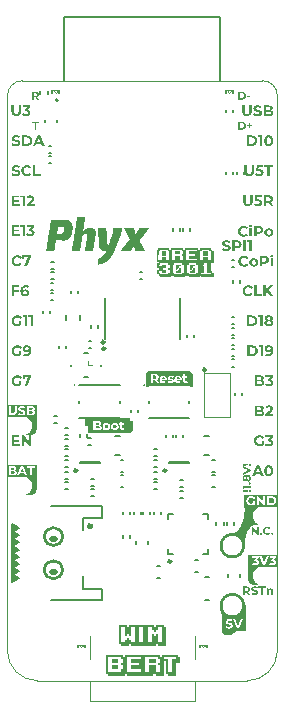
<source format=gto>
G04*
G04 #@! TF.GenerationSoftware,Altium Limited,Altium Designer,25.0.1 (26)*
G04*
G04 Layer_Color=65535*
%FSLAX25Y25*%
%MOIN*%
G70*
G04*
G04 #@! TF.SameCoordinates,5D196012-D927-4492-92D9-CD159FF3DA83*
G04*
G04*
G04 #@! TF.FilePolarity,Positive*
G04*
G01*
G75*
%ADD10C,0.00984*%
%ADD11C,0.01181*%
%ADD12C,0.00591*%
%ADD13C,0.00787*%
%ADD14C,0.00394*%
%ADD15C,0.00500*%
%ADD16C,0.01968*%
G36*
X80913Y194514D02*
X79867D01*
Y194976D01*
X80913D01*
Y194514D01*
D02*
G37*
G36*
X78173Y196291D02*
X78211Y196289D01*
X78253Y196284D01*
X78300Y196279D01*
X78355Y196272D01*
X78411Y196265D01*
X78470Y196253D01*
X78532Y196241D01*
X78595Y196225D01*
X78659Y196206D01*
X78723Y196185D01*
X78786Y196159D01*
X78848Y196130D01*
X78852Y196128D01*
X78862Y196123D01*
X78878Y196114D01*
X78902Y196100D01*
X78928Y196083D01*
X78959Y196064D01*
X78994Y196041D01*
X79032Y196015D01*
X79072Y195984D01*
X79112Y195949D01*
X79155Y195913D01*
X79197Y195871D01*
X79237Y195828D01*
X79277Y195781D01*
X79315Y195732D01*
X79351Y195677D01*
X79353Y195675D01*
X79358Y195663D01*
X79367Y195649D01*
X79379Y195625D01*
X79393Y195597D01*
X79407Y195564D01*
X79424Y195526D01*
X79440Y195484D01*
X79457Y195437D01*
X79473Y195385D01*
X79487Y195328D01*
X79501Y195269D01*
X79513Y195205D01*
X79523Y195139D01*
X79527Y195071D01*
X79530Y195000D01*
Y194995D01*
Y194983D01*
Y194962D01*
X79527Y194934D01*
X79525Y194901D01*
X79520Y194861D01*
X79516Y194818D01*
X79509Y194769D01*
X79499Y194717D01*
X79485Y194662D01*
X79471Y194606D01*
X79454Y194549D01*
X79433Y194490D01*
X79409Y194431D01*
X79381Y194375D01*
X79351Y194318D01*
X79348Y194316D01*
X79341Y194306D01*
X79332Y194290D01*
X79317Y194271D01*
X79299Y194245D01*
X79277Y194219D01*
X79251Y194186D01*
X79221Y194153D01*
X79188Y194117D01*
X79150Y194080D01*
X79107Y194042D01*
X79063Y194006D01*
X79015Y193969D01*
X78964Y193933D01*
X78907Y193898D01*
X78848Y193867D01*
X78843Y193865D01*
X78834Y193860D01*
X78815Y193853D01*
X78791Y193841D01*
X78760Y193829D01*
X78723Y193818D01*
X78680Y193801D01*
X78633Y193787D01*
X78581Y193773D01*
X78525Y193759D01*
X78463Y193745D01*
X78397Y193733D01*
X78329Y193721D01*
X78255Y193714D01*
X78180Y193709D01*
X78102Y193707D01*
X76927D01*
Y196293D01*
X78142D01*
X78173Y196291D01*
D02*
G37*
G36*
X9445Y196291D02*
X9474D01*
X9509Y196286D01*
X9547Y196284D01*
X9589Y196279D01*
X9636Y196272D01*
X9684Y196265D01*
X9783Y196244D01*
X9835Y196232D01*
X9884Y196215D01*
X9936Y196199D01*
X9983Y196178D01*
X9986Y196175D01*
X9995Y196173D01*
X10007Y196166D01*
X10026Y196156D01*
X10047Y196145D01*
X10071Y196130D01*
X10097Y196114D01*
X10127Y196095D01*
X10158Y196074D01*
X10189Y196048D01*
X10222Y196022D01*
X10255Y195993D01*
X10285Y195960D01*
X10316Y195928D01*
X10347Y195890D01*
X10373Y195852D01*
X10375Y195850D01*
X10380Y195843D01*
X10385Y195831D01*
X10394Y195814D01*
X10403Y195795D01*
X10415Y195769D01*
X10430Y195743D01*
X10441Y195710D01*
X10453Y195677D01*
X10467Y195637D01*
X10479Y195597D01*
X10488Y195552D01*
X10498Y195507D01*
X10505Y195458D01*
X10507Y195408D01*
X10510Y195354D01*
Y195352D01*
Y195342D01*
Y195326D01*
X10507Y195307D01*
X10505Y195281D01*
X10503Y195253D01*
X10498Y195220D01*
X10493Y195184D01*
X10486Y195146D01*
X10477Y195106D01*
X10465Y195064D01*
X10451Y195024D01*
X10434Y194981D01*
X10418Y194939D01*
X10394Y194896D01*
X10370Y194856D01*
X10368Y194854D01*
X10363Y194847D01*
X10356Y194837D01*
X10345Y194823D01*
X10330Y194804D01*
X10314Y194785D01*
X10293Y194762D01*
X10271Y194738D01*
X10243Y194712D01*
X10215Y194686D01*
X10182Y194660D01*
X10149Y194634D01*
X10108Y194608D01*
X10068Y194582D01*
X10026Y194559D01*
X9979Y194537D01*
X10557Y193707D01*
X9915D01*
X9417Y194427D01*
X8865D01*
Y193707D01*
X8265D01*
Y196293D01*
X9419D01*
X9445Y196291D01*
D02*
G37*
G36*
X83617Y191799D02*
X83703Y191794D01*
X83801Y191788D01*
X83909Y191771D01*
X84024Y191754D01*
X84145Y191725D01*
X84151D01*
X84162Y191719D01*
X84174D01*
X84197Y191708D01*
X84260Y191691D01*
X84334Y191667D01*
X84426Y191633D01*
X84518Y191593D01*
X84615Y191547D01*
X84707Y191495D01*
X84461Y190881D01*
X84455Y190887D01*
X84438Y190893D01*
X84415Y190904D01*
X84374Y190927D01*
X84334Y190944D01*
X84283Y190967D01*
X84219Y190996D01*
X84156Y191019D01*
X84007Y191071D01*
X83846Y191116D01*
X83668Y191145D01*
X83582Y191151D01*
X83491Y191157D01*
X83433D01*
X83376Y191151D01*
X83301Y191145D01*
X83221Y191128D01*
X83135Y191111D01*
X83054Y191082D01*
X82985Y191048D01*
X82980Y191042D01*
X82962Y191030D01*
X82934Y191002D01*
X82905Y190973D01*
X82876Y190927D01*
X82848Y190881D01*
X82830Y190818D01*
X82825Y190755D01*
Y190749D01*
X82830Y190726D01*
X82836Y190692D01*
X82848Y190657D01*
X82871Y190611D01*
X82905Y190566D01*
X82945Y190525D01*
X83008Y190485D01*
X83020Y190479D01*
X83043Y190468D01*
X83089Y190456D01*
X83152Y190433D01*
X83232Y190405D01*
X83330Y190376D01*
X83445Y190347D01*
X83582Y190319D01*
X83588D01*
X83600Y190313D01*
X83622Y190307D01*
X83651Y190301D01*
X83686Y190296D01*
X83726Y190284D01*
X83818Y190255D01*
X83921Y190227D01*
X84030Y190198D01*
X84139Y190158D01*
X84237Y190123D01*
X84242D01*
X84248Y190118D01*
X84283Y190106D01*
X84329Y190083D01*
X84386Y190055D01*
X84455Y190009D01*
X84529Y189957D01*
X84604Y189900D01*
X84673Y189825D01*
X84679Y189813D01*
X84702Y189791D01*
X84730Y189745D01*
X84765Y189681D01*
X84799Y189601D01*
X84828Y189509D01*
X84851Y189400D01*
X84857Y189274D01*
Y189268D01*
Y189262D01*
Y189245D01*
Y189222D01*
X84851Y189165D01*
X84834Y189096D01*
X84816Y189010D01*
X84788Y188918D01*
X84748Y188821D01*
X84690Y188729D01*
X84684Y188717D01*
X84662Y188689D01*
X84621Y188643D01*
X84564Y188585D01*
X84495Y188528D01*
X84409Y188459D01*
X84306Y188396D01*
X84185Y188338D01*
X84179D01*
X84168Y188333D01*
X84151Y188327D01*
X84128Y188315D01*
X84093Y188304D01*
X84053Y188292D01*
X84007Y188281D01*
X83961Y188269D01*
X83841Y188241D01*
X83703Y188218D01*
X83548Y188201D01*
X83376Y188195D01*
X83307D01*
X83267Y188201D01*
X83226D01*
X83175Y188206D01*
X83123D01*
X82997Y188224D01*
X82865Y188241D01*
X82721Y188269D01*
X82572Y188304D01*
X82566D01*
X82555Y188310D01*
X82538Y188315D01*
X82509Y188327D01*
X82474Y188333D01*
X82440Y188350D01*
X82348Y188384D01*
X82251Y188424D01*
X82147Y188476D01*
X82044Y188533D01*
X81952Y188597D01*
X82228Y189205D01*
X82239Y189199D01*
X82268Y189176D01*
X82314Y189148D01*
X82377Y189108D01*
X82457Y189067D01*
X82549Y189021D01*
X82652Y188976D01*
X82762Y188935D01*
X82767D01*
X82773Y188929D01*
X82790Y188924D01*
X82813Y188918D01*
X82876Y188907D01*
X82957Y188889D01*
X83048Y188866D01*
X83152Y188855D01*
X83267Y188844D01*
X83381Y188838D01*
X83439D01*
X83496Y188844D01*
X83577Y188849D01*
X83657Y188861D01*
X83737Y188884D01*
X83818Y188907D01*
X83886Y188941D01*
X83892Y188947D01*
X83915Y188958D01*
X83938Y188981D01*
X83973Y189016D01*
X84001Y189050D01*
X84030Y189096D01*
X84047Y189153D01*
X84053Y189211D01*
Y189217D01*
Y189234D01*
X84047Y189257D01*
X84042Y189285D01*
X84030Y189314D01*
X84013Y189354D01*
X83990Y189383D01*
X83955Y189418D01*
X83950Y189423D01*
X83938Y189435D01*
X83915Y189446D01*
X83886Y189469D01*
X83852Y189486D01*
X83806Y189509D01*
X83760Y189532D01*
X83703Y189550D01*
X83697D01*
X83674Y189561D01*
X83640Y189567D01*
X83594Y189584D01*
X83536Y189601D01*
X83468Y189618D01*
X83387Y189641D01*
X83295Y189664D01*
X83290D01*
X83278Y189670D01*
X83255Y189676D01*
X83226Y189681D01*
X83192Y189687D01*
X83158Y189699D01*
X83066Y189722D01*
X82957Y189750D01*
X82848Y189779D01*
X82744Y189813D01*
X82641Y189848D01*
X82630Y189854D01*
X82601Y189865D01*
X82549Y189888D01*
X82492Y189923D01*
X82423Y189963D01*
X82348Y190020D01*
X82274Y190077D01*
X82205Y190152D01*
X82199Y190164D01*
X82176Y190192D01*
X82147Y190238D01*
X82113Y190301D01*
X82078Y190382D01*
X82050Y190479D01*
X82027Y190588D01*
X82021Y190715D01*
Y190720D01*
Y190726D01*
Y190743D01*
Y190766D01*
X82033Y190824D01*
X82044Y190898D01*
X82061Y190984D01*
X82090Y191076D01*
X82130Y191174D01*
X82182Y191266D01*
Y191271D01*
X82187Y191277D01*
X82210Y191306D01*
X82251Y191352D01*
X82308Y191409D01*
X82377Y191472D01*
X82463Y191535D01*
X82566Y191599D01*
X82681Y191656D01*
X82687D01*
X82698Y191662D01*
X82716Y191667D01*
X82739Y191679D01*
X82773Y191691D01*
X82813Y191702D01*
X82859Y191719D01*
X82911Y191731D01*
X83025Y191759D01*
X83163Y191782D01*
X83324Y191799D01*
X83496Y191805D01*
X83582D01*
X83617Y191799D01*
D02*
G37*
G36*
X81424Y189785D02*
Y189779D01*
Y189750D01*
Y189710D01*
X81418Y189658D01*
X81413Y189595D01*
X81401Y189521D01*
X81390Y189435D01*
X81372Y189349D01*
X81349Y189257D01*
X81321Y189159D01*
X81286Y189062D01*
X81246Y188964D01*
X81200Y188866D01*
X81143Y188775D01*
X81080Y188683D01*
X81005Y188602D01*
X80999Y188597D01*
X80988Y188585D01*
X80965Y188562D01*
X80930Y188539D01*
X80884Y188511D01*
X80833Y188476D01*
X80775Y188436D01*
X80707Y188401D01*
X80626Y188361D01*
X80540Y188321D01*
X80443Y188287D01*
X80339Y188258D01*
X80224Y188235D01*
X80104Y188212D01*
X79978Y188201D01*
X79840Y188195D01*
X79771D01*
X79719Y188201D01*
X79656Y188206D01*
X79582Y188218D01*
X79501Y188229D01*
X79415Y188247D01*
X79323Y188269D01*
X79226Y188292D01*
X79128Y188327D01*
X79036Y188367D01*
X78939Y188413D01*
X78847Y188470D01*
X78755Y188533D01*
X78675Y188602D01*
X78669Y188608D01*
X78657Y188620D01*
X78635Y188648D01*
X78611Y188677D01*
X78577Y188723D01*
X78543Y188775D01*
X78502Y188838D01*
X78468Y188907D01*
X78428Y188987D01*
X78388Y189073D01*
X78353Y189171D01*
X78319Y189274D01*
X78296Y189389D01*
X78273Y189515D01*
X78261Y189647D01*
X78256Y189785D01*
Y191748D01*
X79065D01*
Y189819D01*
Y189808D01*
Y189779D01*
X79071Y189733D01*
X79076Y189670D01*
X79088Y189601D01*
X79105Y189521D01*
X79128Y189435D01*
X79163Y189349D01*
X79203Y189262D01*
X79254Y189176D01*
X79317Y189096D01*
X79392Y189027D01*
X79484Y188964D01*
X79587Y188918D01*
X79708Y188889D01*
X79846Y188878D01*
X79880D01*
X79909Y188884D01*
X79978Y188889D01*
X80058Y188907D01*
X80156Y188935D01*
X80247Y188970D01*
X80345Y189027D01*
X80425Y189102D01*
X80437Y189113D01*
X80460Y189148D01*
X80489Y189199D01*
X80529Y189280D01*
X80546Y189326D01*
X80563Y189377D01*
X80580Y189435D01*
X80598Y189504D01*
X80609Y189572D01*
X80620Y189647D01*
X80626Y189733D01*
Y189819D01*
Y191748D01*
X81424D01*
Y189785D01*
D02*
G37*
G36*
X87221Y191742D02*
X87279D01*
X87342Y191736D01*
X87411Y191725D01*
X87480Y191719D01*
X87641Y191691D01*
X87801Y191645D01*
X87962Y191581D01*
X88031Y191547D01*
X88100Y191501D01*
X88105D01*
X88117Y191490D01*
X88134Y191478D01*
X88151Y191455D01*
X88209Y191403D01*
X88272Y191323D01*
X88335Y191231D01*
X88392Y191116D01*
X88410Y191053D01*
X88427Y190984D01*
X88438Y190910D01*
X88444Y190835D01*
Y190824D01*
Y190795D01*
X88438Y190743D01*
X88427Y190686D01*
X88415Y190611D01*
X88392Y190537D01*
X88358Y190456D01*
X88318Y190382D01*
X88312Y190370D01*
X88295Y190347D01*
X88266Y190313D01*
X88232Y190267D01*
X88180Y190215D01*
X88123Y190164D01*
X88054Y190112D01*
X87979Y190066D01*
X87985D01*
X87991Y190060D01*
X88031Y190049D01*
X88082Y190026D01*
X88151Y189991D01*
X88226Y189951D01*
X88301Y189894D01*
X88375Y189831D01*
X88444Y189750D01*
X88450Y189739D01*
X88473Y189710D01*
X88502Y189664D01*
X88530Y189601D01*
X88565Y189521D01*
X88588Y189429D01*
X88611Y189320D01*
X88616Y189205D01*
Y189199D01*
Y189188D01*
Y189159D01*
X88611Y189130D01*
X88605Y189090D01*
X88599Y189044D01*
X88570Y188947D01*
X88530Y188832D01*
X88502Y188775D01*
X88467Y188711D01*
X88427Y188654D01*
X88375Y188602D01*
X88324Y188545D01*
X88260Y188499D01*
X88255D01*
X88243Y188488D01*
X88226Y188476D01*
X88191Y188459D01*
X88157Y188442D01*
X88111Y188419D01*
X88060Y188401D01*
X87996Y188379D01*
X87928Y188356D01*
X87853Y188333D01*
X87767Y188310D01*
X87675Y188292D01*
X87572Y188275D01*
X87463Y188264D01*
X87348Y188258D01*
X87221Y188252D01*
X85413D01*
Y191748D01*
X87181D01*
X87221Y191742D01*
D02*
G37*
G36*
X81021Y185224D02*
X81663D01*
Y184773D01*
X81021D01*
Y184146D01*
X80545D01*
Y184773D01*
X79905D01*
Y185224D01*
X80545D01*
Y185852D01*
X81021D01*
Y185224D01*
D02*
G37*
G36*
X78173Y186291D02*
X78211Y186289D01*
X78253Y186284D01*
X78300Y186279D01*
X78355Y186272D01*
X78411Y186265D01*
X78470Y186253D01*
X78532Y186241D01*
X78595Y186225D01*
X78659Y186206D01*
X78723Y186185D01*
X78786Y186159D01*
X78848Y186130D01*
X78852Y186128D01*
X78862Y186123D01*
X78878Y186114D01*
X78902Y186100D01*
X78928Y186083D01*
X78959Y186064D01*
X78994Y186041D01*
X79032Y186015D01*
X79072Y185984D01*
X79112Y185949D01*
X79155Y185913D01*
X79197Y185871D01*
X79237Y185828D01*
X79277Y185781D01*
X79315Y185732D01*
X79351Y185677D01*
X79353Y185675D01*
X79358Y185663D01*
X79367Y185649D01*
X79379Y185625D01*
X79393Y185597D01*
X79407Y185564D01*
X79424Y185526D01*
X79440Y185484D01*
X79457Y185437D01*
X79473Y185385D01*
X79487Y185328D01*
X79501Y185269D01*
X79513Y185205D01*
X79523Y185139D01*
X79527Y185071D01*
X79530Y185000D01*
Y184995D01*
Y184984D01*
Y184962D01*
X79527Y184934D01*
X79525Y184901D01*
X79520Y184861D01*
X79516Y184818D01*
X79509Y184769D01*
X79499Y184717D01*
X79485Y184662D01*
X79471Y184606D01*
X79454Y184549D01*
X79433Y184490D01*
X79409Y184431D01*
X79381Y184375D01*
X79351Y184318D01*
X79348Y184316D01*
X79341Y184306D01*
X79332Y184290D01*
X79317Y184271D01*
X79299Y184245D01*
X79277Y184219D01*
X79251Y184186D01*
X79221Y184153D01*
X79188Y184117D01*
X79150Y184080D01*
X79107Y184042D01*
X79063Y184006D01*
X79015Y183969D01*
X78964Y183933D01*
X78907Y183898D01*
X78848Y183867D01*
X78843Y183865D01*
X78834Y183860D01*
X78815Y183853D01*
X78791Y183841D01*
X78760Y183829D01*
X78723Y183818D01*
X78680Y183801D01*
X78633Y183787D01*
X78581Y183773D01*
X78525Y183759D01*
X78463Y183745D01*
X78397Y183733D01*
X78329Y183721D01*
X78255Y183714D01*
X78180Y183709D01*
X78102Y183707D01*
X76927D01*
Y186293D01*
X78142D01*
X78173Y186291D01*
D02*
G37*
G36*
X10521Y185805D02*
X9693D01*
Y183707D01*
X9096D01*
Y185805D01*
X8268D01*
Y186293D01*
X10521D01*
Y185805D01*
D02*
G37*
G36*
X3042Y181799D02*
X3129Y181794D01*
X3226Y181788D01*
X3335Y181771D01*
X3450Y181754D01*
X3571Y181725D01*
X3576D01*
X3588Y181719D01*
X3599D01*
X3622Y181708D01*
X3685Y181690D01*
X3760Y181667D01*
X3852Y181633D01*
X3944Y181593D01*
X4041Y181547D01*
X4133Y181495D01*
X3886Y180881D01*
X3881Y180887D01*
X3863Y180893D01*
X3840Y180904D01*
X3800Y180927D01*
X3760Y180944D01*
X3708Y180967D01*
X3645Y180996D01*
X3582Y181019D01*
X3433Y181070D01*
X3272Y181116D01*
X3094Y181145D01*
X3008Y181151D01*
X2916Y181157D01*
X2859D01*
X2802Y181151D01*
X2727Y181145D01*
X2647Y181128D01*
X2560Y181111D01*
X2480Y181082D01*
X2411Y181047D01*
X2405Y181042D01*
X2388Y181030D01*
X2359Y181002D01*
X2331Y180973D01*
X2302Y180927D01*
X2273Y180881D01*
X2256Y180818D01*
X2250Y180755D01*
Y180749D01*
X2256Y180726D01*
X2262Y180692D01*
X2273Y180657D01*
X2296Y180611D01*
X2331Y180565D01*
X2371Y180525D01*
X2434Y180485D01*
X2446Y180479D01*
X2469Y180468D01*
X2514Y180456D01*
X2578Y180433D01*
X2658Y180405D01*
X2756Y180376D01*
X2870Y180347D01*
X3008Y180319D01*
X3014D01*
X3025Y180313D01*
X3048Y180307D01*
X3077Y180301D01*
X3111Y180296D01*
X3152Y180284D01*
X3243Y180255D01*
X3347Y180227D01*
X3456Y180198D01*
X3565Y180158D01*
X3663Y180123D01*
X3668D01*
X3674Y180118D01*
X3708Y180106D01*
X3754Y180083D01*
X3812Y180054D01*
X3881Y180009D01*
X3955Y179957D01*
X4030Y179900D01*
X4099Y179825D01*
X4104Y179813D01*
X4127Y179790D01*
X4156Y179745D01*
X4191Y179681D01*
X4225Y179601D01*
X4254Y179509D01*
X4277Y179400D01*
X4282Y179274D01*
Y179268D01*
Y179262D01*
Y179245D01*
Y179222D01*
X4277Y179165D01*
X4259Y179096D01*
X4242Y179010D01*
X4214Y178918D01*
X4173Y178820D01*
X4116Y178729D01*
X4110Y178717D01*
X4087Y178688D01*
X4047Y178642D01*
X3990Y178585D01*
X3921Y178528D01*
X3835Y178459D01*
X3731Y178396D01*
X3611Y178338D01*
X3605D01*
X3594Y178332D01*
X3576Y178327D01*
X3553Y178315D01*
X3519Y178304D01*
X3479Y178292D01*
X3433Y178281D01*
X3387Y178269D01*
X3266Y178241D01*
X3129Y178218D01*
X2974Y178200D01*
X2802Y178195D01*
X2733D01*
X2692Y178200D01*
X2652D01*
X2601Y178206D01*
X2549D01*
X2423Y178224D01*
X2291Y178241D01*
X2147Y178269D01*
X1998Y178304D01*
X1992D01*
X1981Y178310D01*
X1963Y178315D01*
X1935Y178327D01*
X1900Y178332D01*
X1866Y178350D01*
X1774Y178384D01*
X1676Y178424D01*
X1573Y178476D01*
X1470Y178533D01*
X1378Y178597D01*
X1654Y179205D01*
X1665Y179199D01*
X1694Y179176D01*
X1740Y179148D01*
X1803Y179107D01*
X1883Y179067D01*
X1975Y179021D01*
X2078Y178975D01*
X2187Y178935D01*
X2193D01*
X2199Y178929D01*
X2216Y178924D01*
X2239Y178918D01*
X2302Y178907D01*
X2382Y178889D01*
X2474Y178866D01*
X2578Y178855D01*
X2692Y178843D01*
X2807Y178838D01*
X2865D01*
X2922Y178843D01*
X3002Y178849D01*
X3083Y178861D01*
X3163Y178884D01*
X3243Y178907D01*
X3312Y178941D01*
X3318Y178947D01*
X3341Y178958D01*
X3364Y178981D01*
X3398Y179016D01*
X3427Y179050D01*
X3456Y179096D01*
X3473Y179153D01*
X3479Y179211D01*
Y179217D01*
Y179234D01*
X3473Y179257D01*
X3467Y179285D01*
X3456Y179314D01*
X3439Y179354D01*
X3416Y179383D01*
X3381Y179417D01*
X3376Y179423D01*
X3364Y179435D01*
X3341Y179446D01*
X3312Y179469D01*
X3278Y179486D01*
X3232Y179509D01*
X3186Y179532D01*
X3129Y179549D01*
X3123D01*
X3100Y179561D01*
X3066Y179567D01*
X3020Y179584D01*
X2962Y179601D01*
X2893Y179618D01*
X2813Y179641D01*
X2721Y179664D01*
X2715D01*
X2704Y179670D01*
X2681Y179676D01*
X2652Y179681D01*
X2618Y179687D01*
X2583Y179699D01*
X2492Y179722D01*
X2382Y179750D01*
X2273Y179779D01*
X2170Y179813D01*
X2067Y179848D01*
X2055Y179854D01*
X2027Y179865D01*
X1975Y179888D01*
X1918Y179922D01*
X1849Y179963D01*
X1774Y180020D01*
X1699Y180078D01*
X1630Y180152D01*
X1625Y180164D01*
X1602Y180192D01*
X1573Y180238D01*
X1539Y180301D01*
X1504Y180382D01*
X1476Y180479D01*
X1453Y180588D01*
X1447Y180715D01*
Y180720D01*
Y180726D01*
Y180743D01*
Y180766D01*
X1458Y180824D01*
X1470Y180898D01*
X1487Y180984D01*
X1516Y181076D01*
X1556Y181174D01*
X1608Y181266D01*
Y181271D01*
X1613Y181277D01*
X1636Y181306D01*
X1676Y181352D01*
X1734Y181409D01*
X1803Y181472D01*
X1889Y181535D01*
X1992Y181599D01*
X2107Y181656D01*
X2113D01*
X2124Y181662D01*
X2141Y181667D01*
X2164Y181679D01*
X2199Y181690D01*
X2239Y181702D01*
X2285Y181719D01*
X2337Y181731D01*
X2451Y181759D01*
X2589Y181782D01*
X2750Y181799D01*
X2922Y181805D01*
X3008D01*
X3042Y181799D01*
D02*
G37*
G36*
X85017Y178252D02*
X84208D01*
Y181094D01*
X83513D01*
Y181748D01*
X85017D01*
Y178252D01*
D02*
G37*
G36*
X81447Y181742D02*
X81499D01*
X81556Y181736D01*
X81619Y181731D01*
X81694Y181719D01*
X81849Y181696D01*
X82015Y181656D01*
X82193Y181604D01*
X82360Y181530D01*
X82365D01*
X82377Y181518D01*
X82400Y181507D01*
X82434Y181490D01*
X82469Y181467D01*
X82509Y181438D01*
X82607Y181369D01*
X82716Y181283D01*
X82830Y181180D01*
X82939Y181053D01*
X83037Y180916D01*
X83043Y180910D01*
X83048Y180898D01*
X83060Y180875D01*
X83077Y180847D01*
X83094Y180807D01*
X83112Y180761D01*
X83135Y180709D01*
X83158Y180651D01*
X83180Y180588D01*
X83204Y180519D01*
X83238Y180359D01*
X83267Y180187D01*
X83278Y179997D01*
Y179991D01*
Y179974D01*
Y179946D01*
X83272Y179911D01*
Y179865D01*
X83267Y179814D01*
X83261Y179750D01*
X83249Y179687D01*
X83221Y179544D01*
X83175Y179389D01*
X83117Y179234D01*
X83037Y179079D01*
Y179073D01*
X83025Y179061D01*
X83014Y179039D01*
X82991Y179016D01*
X82968Y178981D01*
X82939Y178941D01*
X82865Y178855D01*
X82767Y178757D01*
X82652Y178654D01*
X82515Y178556D01*
X82360Y178465D01*
X82354D01*
X82342Y178453D01*
X82314Y178447D01*
X82285Y178430D01*
X82239Y178413D01*
X82193Y178396D01*
X82136Y178378D01*
X82073Y178361D01*
X81998Y178338D01*
X81924Y178321D01*
X81837Y178304D01*
X81751Y178287D01*
X81556Y178264D01*
X81349Y178252D01*
X79765D01*
Y181748D01*
X81407D01*
X81447Y181742D01*
D02*
G37*
G36*
X12427Y178252D02*
X11578D01*
X11268Y178998D01*
X9644D01*
X9334Y178252D01*
X8513D01*
X10063Y181748D01*
X10860D01*
X12427Y178252D01*
D02*
G37*
G36*
X6521Y181742D02*
X6573D01*
X6630Y181736D01*
X6693Y181731D01*
X6768Y181719D01*
X6923Y181696D01*
X7089Y181656D01*
X7267Y181604D01*
X7434Y181530D01*
X7439D01*
X7451Y181518D01*
X7474Y181507D01*
X7508Y181490D01*
X7543Y181467D01*
X7583Y181438D01*
X7681Y181369D01*
X7790Y181283D01*
X7904Y181180D01*
X8013Y181053D01*
X8111Y180915D01*
X8117Y180910D01*
X8123Y180898D01*
X8134Y180875D01*
X8151Y180847D01*
X8168Y180807D01*
X8186Y180761D01*
X8208Y180709D01*
X8231Y180651D01*
X8254Y180588D01*
X8277Y180519D01*
X8312Y180359D01*
X8341Y180186D01*
X8352Y179997D01*
Y179991D01*
Y179974D01*
Y179946D01*
X8346Y179911D01*
Y179865D01*
X8341Y179813D01*
X8335Y179750D01*
X8323Y179687D01*
X8295Y179544D01*
X8249Y179389D01*
X8191Y179234D01*
X8111Y179079D01*
Y179073D01*
X8100Y179061D01*
X8088Y179039D01*
X8065Y179016D01*
X8042Y178981D01*
X8013Y178941D01*
X7939Y178855D01*
X7841Y178757D01*
X7726Y178654D01*
X7589Y178556D01*
X7434Y178464D01*
X7428D01*
X7416Y178453D01*
X7388Y178447D01*
X7359Y178430D01*
X7313Y178413D01*
X7267Y178396D01*
X7210Y178378D01*
X7147Y178361D01*
X7072Y178338D01*
X6997Y178321D01*
X6911Y178304D01*
X6825Y178287D01*
X6630Y178264D01*
X6423Y178252D01*
X4839D01*
Y181748D01*
X6481D01*
X6521Y181742D01*
D02*
G37*
G36*
X87199Y181799D02*
X87233D01*
X87279Y181794D01*
X87382Y181776D01*
X87503Y181754D01*
X87635Y181713D01*
X87767Y181662D01*
X87899Y181587D01*
X87905D01*
X87916Y181576D01*
X87933Y181564D01*
X87956Y181547D01*
X88014Y181501D01*
X88094Y181432D01*
X88174Y181340D01*
X88266Y181237D01*
X88352Y181111D01*
X88427Y180967D01*
Y180962D01*
X88433Y180950D01*
X88444Y180927D01*
X88456Y180893D01*
X88473Y180858D01*
X88490Y180807D01*
X88507Y180755D01*
X88525Y180692D01*
X88542Y180623D01*
X88559Y180554D01*
X88576Y180474D01*
X88593Y180387D01*
X88616Y180198D01*
X88622Y179997D01*
Y179991D01*
Y179974D01*
Y179946D01*
Y179905D01*
X88616Y179854D01*
X88611Y179796D01*
X88605Y179733D01*
X88599Y179664D01*
X88576Y179515D01*
X88542Y179349D01*
X88490Y179188D01*
X88427Y179027D01*
Y179021D01*
X88415Y179010D01*
X88410Y178987D01*
X88392Y178958D01*
X88375Y178924D01*
X88346Y178889D01*
X88289Y178797D01*
X88214Y178694D01*
X88123Y178597D01*
X88019Y178493D01*
X87899Y178407D01*
X87893D01*
X87882Y178396D01*
X87864Y178390D01*
X87841Y178373D01*
X87807Y178356D01*
X87767Y178338D01*
X87727Y178321D01*
X87675Y178304D01*
X87560Y178264D01*
X87428Y178229D01*
X87285Y178206D01*
X87124Y178195D01*
X87084D01*
X87049Y178200D01*
X87015D01*
X86969Y178206D01*
X86866Y178224D01*
X86745Y178246D01*
X86613Y178287D01*
X86481Y178338D01*
X86349Y178407D01*
X86343D01*
X86332Y178419D01*
X86315Y178430D01*
X86292Y178447D01*
X86234Y178493D01*
X86154Y178562D01*
X86068Y178654D01*
X85982Y178757D01*
X85896Y178884D01*
X85815Y179027D01*
Y179033D01*
X85809Y179044D01*
X85798Y179067D01*
X85786Y179102D01*
X85769Y179136D01*
X85758Y179188D01*
X85741Y179239D01*
X85723Y179303D01*
X85700Y179372D01*
X85683Y179440D01*
X85672Y179521D01*
X85654Y179607D01*
X85632Y179796D01*
X85626Y179997D01*
Y180003D01*
Y180020D01*
Y180054D01*
X85632Y180089D01*
Y180141D01*
X85637Y180198D01*
X85643Y180261D01*
X85649Y180330D01*
X85672Y180479D01*
X85706Y180646D01*
X85752Y180807D01*
X85815Y180967D01*
Y180973D01*
X85827Y180984D01*
X85838Y181007D01*
X85850Y181036D01*
X85873Y181070D01*
X85896Y181105D01*
X85953Y181197D01*
X86033Y181300D01*
X86125Y181403D01*
X86229Y181501D01*
X86349Y181587D01*
X86355D01*
X86366Y181599D01*
X86383Y181610D01*
X86412Y181622D01*
X86441Y181639D01*
X86481Y181656D01*
X86527Y181673D01*
X86573Y181696D01*
X86688Y181736D01*
X86820Y181771D01*
X86969Y181794D01*
X87124Y181805D01*
X87164D01*
X87199Y181799D01*
D02*
G37*
G36*
X3042Y171800D02*
X3129Y171794D01*
X3226Y171788D01*
X3335Y171771D01*
X3450Y171754D01*
X3571Y171725D01*
X3576D01*
X3588Y171719D01*
X3599D01*
X3622Y171708D01*
X3685Y171690D01*
X3760Y171668D01*
X3852Y171633D01*
X3944Y171593D01*
X4041Y171547D01*
X4133Y171495D01*
X3886Y170881D01*
X3881Y170887D01*
X3863Y170893D01*
X3840Y170904D01*
X3800Y170927D01*
X3760Y170944D01*
X3708Y170967D01*
X3645Y170996D01*
X3582Y171019D01*
X3433Y171071D01*
X3272Y171116D01*
X3094Y171145D01*
X3008Y171151D01*
X2916Y171157D01*
X2859D01*
X2802Y171151D01*
X2727Y171145D01*
X2647Y171128D01*
X2560Y171111D01*
X2480Y171082D01*
X2411Y171047D01*
X2405Y171042D01*
X2388Y171030D01*
X2359Y171002D01*
X2331Y170973D01*
X2302Y170927D01*
X2273Y170881D01*
X2256Y170818D01*
X2250Y170755D01*
Y170749D01*
X2256Y170726D01*
X2262Y170692D01*
X2273Y170657D01*
X2296Y170611D01*
X2331Y170565D01*
X2371Y170525D01*
X2434Y170485D01*
X2446Y170479D01*
X2469Y170468D01*
X2514Y170456D01*
X2578Y170433D01*
X2658Y170405D01*
X2756Y170376D01*
X2870Y170347D01*
X3008Y170319D01*
X3014D01*
X3025Y170313D01*
X3048Y170307D01*
X3077Y170301D01*
X3111Y170296D01*
X3152Y170284D01*
X3243Y170255D01*
X3347Y170227D01*
X3456Y170198D01*
X3565Y170158D01*
X3663Y170123D01*
X3668D01*
X3674Y170118D01*
X3708Y170106D01*
X3754Y170083D01*
X3812Y170054D01*
X3881Y170009D01*
X3955Y169957D01*
X4030Y169899D01*
X4099Y169825D01*
X4104Y169813D01*
X4127Y169790D01*
X4156Y169745D01*
X4191Y169681D01*
X4225Y169601D01*
X4254Y169509D01*
X4277Y169400D01*
X4282Y169274D01*
Y169268D01*
Y169262D01*
Y169245D01*
Y169222D01*
X4277Y169165D01*
X4259Y169096D01*
X4242Y169010D01*
X4214Y168918D01*
X4173Y168820D01*
X4116Y168729D01*
X4110Y168717D01*
X4087Y168688D01*
X4047Y168642D01*
X3990Y168585D01*
X3921Y168528D01*
X3835Y168459D01*
X3731Y168396D01*
X3611Y168338D01*
X3605D01*
X3594Y168333D01*
X3576Y168327D01*
X3553Y168315D01*
X3519Y168304D01*
X3479Y168292D01*
X3433Y168281D01*
X3387Y168269D01*
X3266Y168241D01*
X3129Y168218D01*
X2974Y168201D01*
X2802Y168195D01*
X2733D01*
X2692Y168201D01*
X2652D01*
X2601Y168206D01*
X2549D01*
X2423Y168224D01*
X2291Y168241D01*
X2147Y168269D01*
X1998Y168304D01*
X1992D01*
X1981Y168310D01*
X1963Y168315D01*
X1935Y168327D01*
X1900Y168333D01*
X1866Y168350D01*
X1774Y168384D01*
X1676Y168424D01*
X1573Y168476D01*
X1470Y168533D01*
X1378Y168597D01*
X1654Y169205D01*
X1665Y169199D01*
X1694Y169176D01*
X1740Y169148D01*
X1803Y169107D01*
X1883Y169067D01*
X1975Y169021D01*
X2078Y168975D01*
X2187Y168935D01*
X2193D01*
X2199Y168930D01*
X2216Y168924D01*
X2239Y168918D01*
X2302Y168906D01*
X2382Y168889D01*
X2474Y168866D01*
X2578Y168855D01*
X2692Y168843D01*
X2807Y168838D01*
X2865D01*
X2922Y168843D01*
X3002Y168849D01*
X3083Y168861D01*
X3163Y168884D01*
X3243Y168906D01*
X3312Y168941D01*
X3318Y168947D01*
X3341Y168958D01*
X3364Y168981D01*
X3398Y169016D01*
X3427Y169050D01*
X3456Y169096D01*
X3473Y169153D01*
X3479Y169211D01*
Y169217D01*
Y169234D01*
X3473Y169257D01*
X3467Y169285D01*
X3456Y169314D01*
X3439Y169354D01*
X3416Y169383D01*
X3381Y169417D01*
X3376Y169423D01*
X3364Y169435D01*
X3341Y169446D01*
X3312Y169469D01*
X3278Y169486D01*
X3232Y169509D01*
X3186Y169532D01*
X3129Y169549D01*
X3123D01*
X3100Y169561D01*
X3066Y169567D01*
X3020Y169584D01*
X2962Y169601D01*
X2893Y169618D01*
X2813Y169641D01*
X2721Y169664D01*
X2715D01*
X2704Y169670D01*
X2681Y169676D01*
X2652Y169681D01*
X2618Y169687D01*
X2583Y169699D01*
X2492Y169722D01*
X2382Y169750D01*
X2273Y169779D01*
X2170Y169813D01*
X2067Y169848D01*
X2055Y169854D01*
X2027Y169865D01*
X1975Y169888D01*
X1918Y169922D01*
X1849Y169963D01*
X1774Y170020D01*
X1699Y170078D01*
X1630Y170152D01*
X1625Y170164D01*
X1602Y170192D01*
X1573Y170238D01*
X1539Y170301D01*
X1504Y170382D01*
X1476Y170479D01*
X1453Y170588D01*
X1447Y170715D01*
Y170720D01*
Y170726D01*
Y170743D01*
Y170766D01*
X1458Y170824D01*
X1470Y170898D01*
X1487Y170984D01*
X1516Y171076D01*
X1556Y171174D01*
X1608Y171266D01*
Y171271D01*
X1613Y171277D01*
X1636Y171306D01*
X1676Y171352D01*
X1734Y171409D01*
X1803Y171472D01*
X1889Y171535D01*
X1992Y171599D01*
X2107Y171656D01*
X2113D01*
X2124Y171662D01*
X2141Y171668D01*
X2164Y171679D01*
X2199Y171690D01*
X2239Y171702D01*
X2285Y171719D01*
X2337Y171731D01*
X2451Y171759D01*
X2589Y171782D01*
X2750Y171800D01*
X2922Y171805D01*
X3008D01*
X3042Y171800D01*
D02*
G37*
G36*
X6630D02*
X6676D01*
X6733Y171794D01*
X6791Y171788D01*
X6917Y171765D01*
X7055Y171736D01*
X7198Y171696D01*
X7336Y171644D01*
X7342D01*
X7353Y171639D01*
X7371Y171627D01*
X7399Y171616D01*
X7428Y171599D01*
X7468Y171576D01*
X7554Y171530D01*
X7652Y171461D01*
X7755Y171380D01*
X7858Y171289D01*
X7956Y171185D01*
X7434Y170709D01*
X7428Y170715D01*
X7416Y170726D01*
X7399Y170749D01*
X7371Y170772D01*
X7336Y170801D01*
X7296Y170835D01*
X7244Y170875D01*
X7193Y170915D01*
X7129Y170950D01*
X7061Y170990D01*
X6911Y171053D01*
X6831Y171076D01*
X6745Y171099D01*
X6653Y171111D01*
X6555Y171116D01*
X6498D01*
X6441Y171111D01*
X6360Y171099D01*
X6268Y171082D01*
X6171Y171053D01*
X6073Y171019D01*
X5976Y170973D01*
X5964Y170967D01*
X5935Y170944D01*
X5890Y170915D01*
X5832Y170870D01*
X5769Y170812D01*
X5700Y170743D01*
X5637Y170669D01*
X5580Y170577D01*
X5574Y170565D01*
X5557Y170531D01*
X5534Y170479D01*
X5511Y170410D01*
X5482Y170324D01*
X5459Y170227D01*
X5442Y170118D01*
X5436Y169997D01*
Y169991D01*
Y169980D01*
Y169963D01*
Y169940D01*
X5442Y169882D01*
X5453Y169802D01*
X5471Y169710D01*
X5499Y169613D01*
X5534Y169515D01*
X5580Y169417D01*
X5585Y169406D01*
X5608Y169377D01*
X5637Y169331D01*
X5683Y169274D01*
X5740Y169211D01*
X5809Y169142D01*
X5884Y169079D01*
X5976Y169021D01*
X5981D01*
X5987Y169016D01*
X6022Y168998D01*
X6073Y168975D01*
X6142Y168952D01*
X6228Y168924D01*
X6326Y168901D01*
X6435Y168884D01*
X6555Y168878D01*
X6578D01*
X6607Y168884D01*
X6641D01*
X6687Y168889D01*
X6739Y168901D01*
X6797Y168912D01*
X6860Y168930D01*
X6928Y168952D01*
X6997Y168981D01*
X7072Y169010D01*
X7147Y169050D01*
X7221Y169102D01*
X7296Y169153D01*
X7365Y169217D01*
X7434Y169291D01*
X7956Y168815D01*
Y168809D01*
X7944Y168803D01*
X7933Y168786D01*
X7910Y168763D01*
X7858Y168711D01*
X7784Y168642D01*
X7692Y168568D01*
X7583Y168493D01*
X7462Y168419D01*
X7330Y168350D01*
X7325D01*
X7313Y168344D01*
X7296Y168338D01*
X7267Y168327D01*
X7233Y168315D01*
X7193Y168298D01*
X7141Y168287D01*
X7089Y168275D01*
X6969Y168246D01*
X6831Y168218D01*
X6676Y168201D01*
X6509Y168195D01*
X6458D01*
X6418Y168201D01*
X6372D01*
X6320Y168206D01*
X6257Y168212D01*
X6188Y168224D01*
X6039Y168252D01*
X5878Y168292D01*
X5712Y168350D01*
X5545Y168424D01*
X5539D01*
X5528Y168436D01*
X5505Y168447D01*
X5476Y168465D01*
X5436Y168493D01*
X5396Y168516D01*
X5298Y168591D01*
X5189Y168683D01*
X5074Y168792D01*
X4965Y168924D01*
X4862Y169067D01*
Y169073D01*
X4851Y169085D01*
X4839Y169107D01*
X4822Y169142D01*
X4805Y169176D01*
X4782Y169228D01*
X4764Y169280D01*
X4742Y169337D01*
X4719Y169406D01*
X4696Y169475D01*
X4656Y169635D01*
X4627Y169808D01*
X4621Y169899D01*
X4615Y169997D01*
Y170003D01*
Y170020D01*
Y170049D01*
X4621Y170083D01*
Y170129D01*
X4627Y170181D01*
X4638Y170244D01*
X4644Y170307D01*
X4679Y170451D01*
X4719Y170606D01*
X4782Y170766D01*
X4816Y170847D01*
X4862Y170927D01*
X4868Y170933D01*
X4874Y170944D01*
X4891Y170967D01*
X4908Y170996D01*
X4937Y171030D01*
X4965Y171071D01*
X5040Y171162D01*
X5138Y171266D01*
X5258Y171375D01*
X5390Y171478D01*
X5545Y171570D01*
X5551D01*
X5562Y171581D01*
X5591Y171593D01*
X5620Y171604D01*
X5660Y171627D01*
X5712Y171644D01*
X5763Y171668D01*
X5826Y171690D01*
X5895Y171708D01*
X5970Y171731D01*
X6136Y171771D01*
X6320Y171794D01*
X6515Y171805D01*
X6590D01*
X6630Y171800D01*
D02*
G37*
G36*
X82187Y169814D02*
Y169808D01*
Y169779D01*
Y169739D01*
X82182Y169687D01*
X82176Y169624D01*
X82165Y169549D01*
X82153Y169463D01*
X82136Y169377D01*
X82113Y169285D01*
X82084Y169188D01*
X82050Y169090D01*
X82010Y168993D01*
X81964Y168895D01*
X81906Y168803D01*
X81843Y168711D01*
X81769Y168631D01*
X81763Y168625D01*
X81751Y168614D01*
X81728Y168591D01*
X81694Y168568D01*
X81648Y168539D01*
X81596Y168505D01*
X81539Y168465D01*
X81470Y168430D01*
X81390Y168390D01*
X81304Y168350D01*
X81206Y168315D01*
X81103Y168287D01*
X80988Y168264D01*
X80867Y168241D01*
X80741Y168229D01*
X80603Y168224D01*
X80534D01*
X80483Y168229D01*
X80420Y168235D01*
X80345Y168246D01*
X80265Y168258D01*
X80178Y168275D01*
X80087Y168298D01*
X79989Y168321D01*
X79892Y168356D01*
X79800Y168396D01*
X79702Y168442D01*
X79610Y168499D01*
X79518Y168562D01*
X79438Y168631D01*
X79432Y168637D01*
X79421Y168648D01*
X79398Y168677D01*
X79375Y168706D01*
X79340Y168752D01*
X79306Y168803D01*
X79266Y168866D01*
X79231Y168935D01*
X79191Y169016D01*
X79151Y169102D01*
X79117Y169199D01*
X79082Y169303D01*
X79059Y169417D01*
X79036Y169544D01*
X79025Y169676D01*
X79019Y169814D01*
Y171777D01*
X79828D01*
Y169848D01*
Y169836D01*
Y169808D01*
X79834Y169762D01*
X79840Y169699D01*
X79851Y169630D01*
X79869Y169549D01*
X79892Y169463D01*
X79926Y169377D01*
X79966Y169291D01*
X80018Y169205D01*
X80081Y169125D01*
X80156Y169056D01*
X80247Y168993D01*
X80351Y168947D01*
X80471Y168918D01*
X80609Y168907D01*
X80643D01*
X80672Y168912D01*
X80741Y168918D01*
X80821Y168935D01*
X80919Y168964D01*
X81011Y168998D01*
X81108Y169056D01*
X81189Y169130D01*
X81200Y169142D01*
X81223Y169176D01*
X81252Y169228D01*
X81292Y169308D01*
X81309Y169354D01*
X81327Y169406D01*
X81344Y169463D01*
X81361Y169532D01*
X81372Y169601D01*
X81384Y169676D01*
X81390Y169762D01*
Y169848D01*
Y171777D01*
X82187D01*
Y169814D01*
D02*
G37*
G36*
X85195Y171122D02*
X83737D01*
X83686Y170462D01*
X84036D01*
X84088Y170456D01*
X84151Y170451D01*
X84219Y170445D01*
X84300Y170439D01*
X84380Y170428D01*
X84558Y170387D01*
X84742Y170336D01*
X84828Y170301D01*
X84908Y170261D01*
X84989Y170215D01*
X85057Y170164D01*
X85063Y170158D01*
X85075Y170152D01*
X85092Y170135D01*
X85115Y170112D01*
X85138Y170083D01*
X85172Y170043D01*
X85201Y170003D01*
X85236Y169957D01*
X85270Y169900D01*
X85299Y169842D01*
X85356Y169710D01*
X85379Y169635D01*
X85396Y169555D01*
X85408Y169469D01*
X85413Y169377D01*
Y169371D01*
Y169366D01*
Y169349D01*
Y169326D01*
X85408Y169262D01*
X85396Y169182D01*
X85373Y169096D01*
X85344Y168993D01*
X85304Y168895D01*
X85253Y168792D01*
X85247Y168780D01*
X85224Y168752D01*
X85184Y168700D01*
X85132Y168642D01*
X85063Y168579D01*
X84977Y168510D01*
X84880Y168442D01*
X84765Y168378D01*
X84759D01*
X84748Y168373D01*
X84730Y168367D01*
X84707Y168356D01*
X84673Y168344D01*
X84639Y168327D01*
X84593Y168315D01*
X84541Y168304D01*
X84426Y168275D01*
X84288Y168246D01*
X84128Y168229D01*
X83955Y168224D01*
X83892D01*
X83858Y168229D01*
X83823D01*
X83726Y168235D01*
X83617Y168246D01*
X83496Y168264D01*
X83364Y168287D01*
X83232Y168315D01*
X83226D01*
X83215Y168321D01*
X83198Y168327D01*
X83175Y168333D01*
X83106Y168356D01*
X83025Y168384D01*
X82928Y168424D01*
X82825Y168470D01*
X82721Y168528D01*
X82624Y168591D01*
X82945Y169211D01*
X82957Y169205D01*
X82980Y169188D01*
X83020Y169159D01*
X83077Y169125D01*
X83146Y169090D01*
X83226Y169050D01*
X83312Y169010D01*
X83404Y168975D01*
X83410D01*
X83416Y168970D01*
X83450Y168964D01*
X83502Y168953D01*
X83571Y168935D01*
X83651Y168918D01*
X83737Y168907D01*
X83835Y168901D01*
X83938Y168895D01*
X83990D01*
X84042Y168901D01*
X84110Y168912D01*
X84191Y168924D01*
X84265Y168947D01*
X84346Y168975D01*
X84415Y169016D01*
X84420Y169021D01*
X84443Y169039D01*
X84472Y169067D01*
X84506Y169102D01*
X84535Y169153D01*
X84564Y169211D01*
X84587Y169280D01*
X84593Y169354D01*
Y169366D01*
Y169389D01*
X84581Y169429D01*
X84570Y169481D01*
X84547Y169538D01*
X84518Y169590D01*
X84472Y169647D01*
X84409Y169693D01*
X84403Y169699D01*
X84374Y169710D01*
X84329Y169727D01*
X84260Y169750D01*
X84174Y169773D01*
X84065Y169790D01*
X84001Y169796D01*
X83933Y169802D01*
X83858Y169808D01*
X82882D01*
X83066Y171777D01*
X85195D01*
Y171122D01*
D02*
G37*
G36*
X88616Y171116D02*
X87497D01*
Y168281D01*
X86688D01*
Y171116D01*
X85568D01*
Y171777D01*
X88616D01*
Y171116D01*
D02*
G37*
G36*
X9311Y168906D02*
X11061D01*
Y168252D01*
X8501D01*
Y171748D01*
X9311D01*
Y168906D01*
D02*
G37*
G36*
X7761Y161771D02*
X7801D01*
X7893Y161759D01*
X8002Y161748D01*
X8117Y161725D01*
X8231Y161690D01*
X8346Y161650D01*
X8352D01*
X8358Y161644D01*
X8392Y161627D01*
X8450Y161599D01*
X8513Y161558D01*
X8587Y161507D01*
X8662Y161444D01*
X8737Y161375D01*
X8800Y161289D01*
X8805Y161277D01*
X8823Y161249D01*
X8851Y161197D01*
X8880Y161134D01*
X8909Y161053D01*
X8937Y160961D01*
X8955Y160858D01*
X8961Y160743D01*
Y160738D01*
Y160732D01*
Y160715D01*
Y160697D01*
X8955Y160640D01*
X8943Y160571D01*
X8932Y160485D01*
X8909Y160393D01*
X8880Y160301D01*
X8840Y160204D01*
X8834Y160192D01*
X8817Y160158D01*
X8788Y160112D01*
X8742Y160043D01*
X8679Y159957D01*
X8599Y159865D01*
X8501Y159756D01*
X8381Y159641D01*
X7577Y158878D01*
X9075D01*
Y158223D01*
X6435D01*
Y158746D01*
X7784Y160020D01*
X7795Y160032D01*
X7818Y160055D01*
X7858Y160089D01*
X7904Y160141D01*
X7950Y160192D01*
X8002Y160255D01*
X8042Y160313D01*
X8077Y160370D01*
X8082Y160376D01*
X8088Y160393D01*
X8100Y160428D01*
X8117Y160462D01*
X8128Y160508D01*
X8140Y160560D01*
X8145Y160611D01*
X8151Y160663D01*
Y160675D01*
Y160697D01*
X8145Y160732D01*
X8134Y160784D01*
X8117Y160835D01*
X8088Y160887D01*
X8054Y160939D01*
X8008Y160984D01*
X8002Y160990D01*
X7979Y161002D01*
X7950Y161019D01*
X7904Y161042D01*
X7841Y161065D01*
X7772Y161082D01*
X7686Y161093D01*
X7589Y161099D01*
X7548D01*
X7508Y161093D01*
X7451Y161088D01*
X7388Y161076D01*
X7319Y161059D01*
X7244Y161036D01*
X7175Y161007D01*
X7170Y161002D01*
X7147Y160990D01*
X7112Y160973D01*
X7066Y160944D01*
X7020Y160904D01*
X6969Y160864D01*
X6917Y160812D01*
X6865Y160749D01*
X6274Y161128D01*
Y161134D01*
X6286Y161139D01*
X6297Y161157D01*
X6314Y161180D01*
X6360Y161231D01*
X6423Y161300D01*
X6504Y161381D01*
X6601Y161455D01*
X6710Y161535D01*
X6837Y161604D01*
X6842D01*
X6854Y161610D01*
X6871Y161622D01*
X6900Y161633D01*
X6934Y161644D01*
X6974Y161662D01*
X7020Y161673D01*
X7078Y161690D01*
X7198Y161725D01*
X7336Y161748D01*
X7497Y161771D01*
X7663Y161776D01*
X7726D01*
X7761Y161771D01*
D02*
G37*
G36*
X5855Y158223D02*
X5046D01*
Y161065D01*
X4351D01*
Y161719D01*
X5855D01*
Y158223D01*
D02*
G37*
G36*
X4018Y161065D02*
X2182D01*
Y160307D01*
X3806D01*
Y159681D01*
X2182D01*
Y158872D01*
X4081D01*
Y158223D01*
X1378D01*
Y161719D01*
X4018D01*
Y161065D01*
D02*
G37*
G36*
X25993Y154405D02*
X25993Y154345D01*
X25993Y154286D01*
X25933D01*
X25933Y154226D01*
X25933Y154166D01*
Y154106D01*
Y154047D01*
X25933Y153987D01*
X25933Y153928D01*
X25874D01*
X25874Y153868D01*
X25874Y153808D01*
Y153749D01*
X25874Y153689D01*
X25874Y153629D01*
X25874Y153570D01*
X25814D01*
X25814Y153510D01*
X25814Y153450D01*
Y153391D01*
X25814Y153331D01*
X25814Y153271D01*
X25814Y153212D01*
X25814Y153152D01*
X25754Y153152D01*
X25754Y153092D01*
X25754Y153033D01*
X25754Y152973D01*
X25754Y152913D01*
X25754Y152854D01*
X25754Y152794D01*
X25695Y152794D01*
X25695Y152734D01*
X25695Y152675D01*
Y152615D01*
Y152555D01*
X25695Y152496D01*
Y152436D01*
X25635Y152436D01*
X25635Y152376D01*
X25635Y152317D01*
X25635Y152257D01*
Y152197D01*
Y152138D01*
X25635Y152078D01*
X25635Y152018D01*
X25575Y152019D01*
X25575Y151959D01*
X25575Y151899D01*
X25575Y151839D01*
X25575Y151780D01*
X25575Y151720D01*
X25575Y151661D01*
X25516Y151661D01*
X25516Y151601D01*
Y151541D01*
X25516Y151482D01*
X25516Y151422D01*
Y151362D01*
X25516Y151303D01*
X25456Y151303D01*
Y151243D01*
X25456Y151183D01*
X25456Y151124D01*
X25456Y151064D01*
X25456Y151004D01*
X25456Y150945D01*
X25396D01*
X25396Y150885D01*
Y150825D01*
X25396Y150766D01*
X25396Y150706D01*
Y150646D01*
X25396Y150587D01*
X25396Y150527D01*
X25337Y150527D01*
Y150467D01*
X25337Y150408D01*
X25337Y150348D01*
X25337Y150288D01*
X25337Y150229D01*
X25337Y150169D01*
X25277Y150169D01*
X25277Y150109D01*
X25277Y150050D01*
X25396Y150050D01*
X25396Y150109D01*
X25456D01*
X25456Y150169D01*
X25516D01*
X25516Y150229D01*
X25635Y150229D01*
X25635Y150288D01*
X25695Y150288D01*
X25695Y150348D01*
X25754Y150348D01*
X25754Y150408D01*
X25874Y150408D01*
X25874Y150467D01*
X25993Y150467D01*
Y150527D01*
X26053Y150527D01*
X26053Y150587D01*
X26172Y150587D01*
X26172Y150646D01*
X26351Y150646D01*
X26351Y150706D01*
X26470D01*
Y150766D01*
X26649Y150766D01*
X26649Y150825D01*
X26948D01*
Y150885D01*
X28260Y150885D01*
X28260Y150825D01*
X28499D01*
X28499Y150766D01*
X28678D01*
Y150706D01*
X28797Y150706D01*
X28797Y150646D01*
X28857Y150646D01*
X28857Y150587D01*
X28976Y150587D01*
X28976Y150527D01*
X29036Y150527D01*
X29036Y150467D01*
X29095Y150467D01*
X29095Y150408D01*
X29155Y150408D01*
X29155Y150348D01*
X29215Y150348D01*
X29215Y150288D01*
X29215Y150229D01*
X29274Y150229D01*
Y150169D01*
Y150109D01*
X29334Y150109D01*
X29334Y150050D01*
X29334Y149990D01*
X29334Y149930D01*
X29394D01*
X29394Y149871D01*
X29394Y149811D01*
X29394Y149751D01*
X29394Y149692D01*
X29453Y149692D01*
X29453Y149632D01*
X29453Y149573D01*
X29453Y149513D01*
X29453Y149453D01*
X29453Y149393D01*
X29453Y149334D01*
X29453Y149274D01*
X29453Y149215D01*
X29453Y149155D01*
X29453Y149095D01*
X29453Y149036D01*
Y148976D01*
X29453Y148916D01*
Y148857D01*
X29453Y148797D01*
X29453Y148737D01*
Y148678D01*
X29453Y148618D01*
X29394Y148618D01*
X29394Y148558D01*
Y148499D01*
X29394Y148439D01*
Y148379D01*
X29394Y148320D01*
X29394Y148260D01*
X29394Y148200D01*
X29334Y148200D01*
X29334Y148141D01*
X29334Y148081D01*
X29334Y148021D01*
X29334Y147962D01*
X29334Y147902D01*
X29334Y147843D01*
X29334Y147783D01*
X29274D01*
X29274Y147723D01*
X29274Y147663D01*
X29274Y147604D01*
X29274Y147544D01*
X29274Y147484D01*
X29274Y147425D01*
X29215Y147425D01*
X29215Y147365D01*
Y147306D01*
X29215Y147246D01*
X29215Y147186D01*
X29215Y147126D01*
Y147067D01*
X29155Y147067D01*
X29155Y147007D01*
X29155Y146948D01*
Y146888D01*
Y146828D01*
X29155Y146769D01*
X29155Y146709D01*
X29095D01*
X29095Y146649D01*
Y146590D01*
Y146530D01*
X29095Y146470D01*
X29095Y146411D01*
X29095Y146351D01*
X29095Y146291D01*
X29036Y146291D01*
X29035Y146232D01*
X29036Y146172D01*
X29036Y146112D01*
X29035Y146053D01*
X29036Y145993D01*
X29036Y145933D01*
X28976Y145933D01*
X28976Y145874D01*
X28976Y145814D01*
X28976Y145754D01*
X28976Y145695D01*
X28976Y145635D01*
X28976Y145575D01*
X28916Y145575D01*
Y145516D01*
X28916Y145456D01*
X28916Y145396D01*
X28916Y145337D01*
X28916Y145277D01*
X28916Y145217D01*
X28916Y145158D01*
X28857Y145158D01*
X28857Y145098D01*
Y145038D01*
X28857Y144979D01*
X28857Y144919D01*
Y144859D01*
Y144800D01*
X28797Y144800D01*
X28797Y144740D01*
Y144681D01*
X28797Y144621D01*
Y144561D01*
X28797Y144501D01*
X28797Y144442D01*
X28737D01*
X28737Y144382D01*
X28737Y144323D01*
X28737Y144263D01*
X28737Y144203D01*
X28737Y144143D01*
X28737Y144084D01*
X28677Y144084D01*
X28678Y144024D01*
X28678Y143965D01*
Y143905D01*
X28678Y143845D01*
X28678Y143786D01*
Y143726D01*
Y143666D01*
X28618Y143666D01*
X28618Y143607D01*
X28618Y143547D01*
Y143487D01*
X28618Y143428D01*
X28618Y143368D01*
X28618Y143308D01*
X28558Y143308D01*
X28558Y143249D01*
Y143189D01*
X25814Y143189D01*
X25814Y143249D01*
Y143308D01*
X25874Y143308D01*
X25874Y143368D01*
X25874Y143428D01*
X25874Y143487D01*
X25874Y143547D01*
X25874Y143607D01*
X25874Y143666D01*
X25933Y143666D01*
Y143726D01*
X25933Y143786D01*
X25933Y143845D01*
X25933Y143905D01*
X25933Y143965D01*
X25933Y144024D01*
X25933Y144084D01*
X25993Y144084D01*
X25993Y144144D01*
Y144203D01*
X25993Y144263D01*
X25993Y144323D01*
X25993Y144382D01*
X25993Y144442D01*
X26053D01*
X26053Y144501D01*
Y144561D01*
X26053Y144621D01*
X26053Y144681D01*
X26053Y144740D01*
X26053Y144800D01*
X26112D01*
X26112Y144859D01*
X26112Y144919D01*
X26112Y144979D01*
X26112Y145038D01*
X26112Y145098D01*
X26112Y145158D01*
X26112Y145217D01*
X26172D01*
X26172Y145277D01*
Y145337D01*
X26172Y145396D01*
Y145456D01*
X26172Y145516D01*
X26172Y145575D01*
X26232D01*
X26232Y145635D01*
X26232Y145695D01*
X26232Y145754D01*
X26232Y145814D01*
X26232Y145874D01*
X26232Y145933D01*
X26232Y145993D01*
X26291D01*
X26291Y146053D01*
X26291Y146112D01*
Y146172D01*
X26291Y146232D01*
X26291Y146291D01*
X26291Y146351D01*
X26351D01*
X26351Y146411D01*
X26351Y146470D01*
X26351Y146530D01*
Y146590D01*
X26351Y146649D01*
X26351Y146709D01*
X26411D01*
X26411Y146768D01*
X26411Y146828D01*
X26410Y146888D01*
X26411Y146948D01*
X26411Y147007D01*
X26410Y147067D01*
X26470Y147067D01*
X26470Y147126D01*
X26470Y147186D01*
Y147246D01*
X26470Y147306D01*
X26470Y147365D01*
Y147425D01*
X26470Y147485D01*
X26530Y147485D01*
X26530Y147544D01*
Y147604D01*
X26530Y147663D01*
X26530Y147723D01*
X26530Y147783D01*
X26530Y147842D01*
X26590Y147842D01*
Y147902D01*
X26590Y147962D01*
Y148021D01*
Y148081D01*
X26590Y148141D01*
X26590Y148200D01*
X26590Y148260D01*
X26649D01*
Y148320D01*
X26649Y148379D01*
X26649Y148439D01*
X26649Y148499D01*
X26649Y148558D01*
X26649Y148618D01*
X26590Y148618D01*
X26590Y148678D01*
X26590Y148737D01*
X26530Y148737D01*
X26530Y148797D01*
X26470Y148797D01*
X26470Y148857D01*
X26351Y148857D01*
X26351Y148916D01*
X25993Y148916D01*
X25993Y148857D01*
X25695Y148857D01*
X25695Y148797D01*
X25516D01*
Y148737D01*
X25396Y148737D01*
X25396Y148678D01*
X25337Y148678D01*
X25337Y148618D01*
X25217Y148618D01*
X25217Y148558D01*
X25158Y148558D01*
X25158Y148499D01*
X25098Y148499D01*
X25098Y148439D01*
X25098Y148379D01*
X25038D01*
X25038Y148320D01*
Y148260D01*
X25038Y148200D01*
X24979D01*
X24979Y148141D01*
X24979Y148081D01*
X24979Y148021D01*
X24979Y147962D01*
X24979Y147902D01*
X24979Y147842D01*
X24919Y147842D01*
X24919Y147783D01*
X24919Y147723D01*
X24919Y147663D01*
X24919Y147604D01*
Y147544D01*
X24919Y147485D01*
X24919Y147425D01*
X24859Y147425D01*
X24859Y147365D01*
X24859Y147306D01*
X24859Y147246D01*
X24859Y147186D01*
Y147126D01*
X24859Y147067D01*
X24800Y147067D01*
Y147007D01*
X24800Y146948D01*
X24800Y146888D01*
Y146828D01*
X24800Y146769D01*
X24800Y146709D01*
X24740Y146709D01*
X24740Y146649D01*
X24740Y146590D01*
X24740Y146530D01*
X24740Y146470D01*
X24740Y146411D01*
X24740Y146351D01*
X24680Y146351D01*
X24680Y146291D01*
X24680Y146232D01*
Y146172D01*
Y146112D01*
Y146053D01*
Y145993D01*
Y145933D01*
X24621D01*
X24621Y145874D01*
X24621Y145814D01*
X24621Y145754D01*
X24621Y145695D01*
X24621Y145635D01*
X24621Y145575D01*
X24561Y145575D01*
X24561Y145516D01*
X24561Y145456D01*
X24561Y145396D01*
X24561Y145337D01*
X24561Y145277D01*
X24561Y145217D01*
X24501Y145217D01*
X24501Y145158D01*
X24501Y145098D01*
X24501Y145038D01*
X24501Y144979D01*
X24501Y144919D01*
Y144860D01*
X24502Y144800D01*
X24442Y144800D01*
Y144740D01*
Y144681D01*
X24442Y144621D01*
X24442Y144561D01*
X24442Y144501D01*
X24442Y144442D01*
X24382D01*
X24382Y144382D01*
X24382Y144323D01*
X24382Y144263D01*
X24382Y144203D01*
X24382Y144143D01*
X24382Y144084D01*
X24322Y144084D01*
Y144024D01*
X24322Y143965D01*
X24322Y143905D01*
X24322Y143845D01*
Y143786D01*
X24322Y143726D01*
X24263D01*
X24263Y143666D01*
Y143607D01*
X24263Y143547D01*
Y143487D01*
X24263Y143428D01*
X24263Y143368D01*
X24263Y143308D01*
X24203Y143308D01*
X24203Y143249D01*
X24203Y143189D01*
X21459Y143189D01*
Y143249D01*
X21459Y143308D01*
X21519Y143308D01*
X21519Y143368D01*
Y143428D01*
X21519Y143487D01*
X21519Y143547D01*
X21519Y143607D01*
X21519Y143666D01*
X21519Y143726D01*
X21578D01*
X21578Y143786D01*
X21578Y143845D01*
Y143905D01*
X21578Y143965D01*
Y144024D01*
Y144084D01*
X21638Y144084D01*
X21638Y144143D01*
X21638Y144203D01*
X21638Y144263D01*
X21638Y144323D01*
Y144382D01*
Y144442D01*
X21698Y144442D01*
X21698Y144501D01*
X21698Y144561D01*
X21698Y144621D01*
X21698Y144681D01*
X21698Y144740D01*
X21697Y144800D01*
X21698Y144860D01*
X21757Y144860D01*
X21757Y144919D01*
X21757Y144979D01*
X21757Y145038D01*
Y145098D01*
X21757Y145158D01*
X21757Y145218D01*
X21817Y145217D01*
X21817Y145277D01*
X21817Y145337D01*
X21817Y145396D01*
X21817Y145456D01*
X21817Y145516D01*
X21817Y145575D01*
X21877Y145575D01*
X21877Y145635D01*
X21877Y145695D01*
Y145754D01*
X21877Y145814D01*
X21877Y145874D01*
X21877Y145933D01*
X21936Y145933D01*
X21936Y145993D01*
X21936Y146053D01*
Y146112D01*
X21936Y146172D01*
X21936Y146232D01*
Y146291D01*
X21936Y146351D01*
X21996Y146351D01*
X21996Y146411D01*
X21996Y146470D01*
Y146530D01*
Y146590D01*
X21996Y146649D01*
X21996Y146709D01*
X22055D01*
Y146768D01*
Y146828D01*
Y146888D01*
X22055Y146948D01*
X22055Y147007D01*
X22055Y147067D01*
X22115Y147067D01*
X22115Y147126D01*
X22115Y147186D01*
X22115Y147246D01*
X22115Y147305D01*
X22115Y147365D01*
X22115Y147425D01*
X22115Y147485D01*
X22175D01*
X22175Y147544D01*
X22175Y147604D01*
Y147663D01*
Y147723D01*
Y147783D01*
X22175Y147842D01*
X22234Y147842D01*
X22234Y147902D01*
X22234Y147962D01*
X22234Y148021D01*
X22234Y148081D01*
X22234Y148141D01*
Y148200D01*
X22294Y148200D01*
X22294Y148260D01*
X22294Y148320D01*
Y148379D01*
Y148439D01*
Y148499D01*
Y148558D01*
X22354Y148558D01*
X22354Y148618D01*
X22354Y148678D01*
Y148737D01*
Y148797D01*
Y148857D01*
X22354Y148916D01*
X22354Y148976D01*
X22413D01*
Y149036D01*
X22413Y149095D01*
X22413Y149155D01*
X22413Y149214D01*
X22413Y149274D01*
X22413Y149334D01*
X22473Y149334D01*
X22473Y149393D01*
Y149453D01*
X22473Y149513D01*
X22473Y149573D01*
X22473Y149632D01*
X22473Y149692D01*
X22533Y149692D01*
X22533Y149751D01*
Y149811D01*
Y149871D01*
X22533Y149930D01*
Y149990D01*
X22533Y150050D01*
X22592D01*
Y150109D01*
Y150169D01*
X22592Y150229D01*
X22592Y150288D01*
X22592Y150348D01*
X22592Y150408D01*
X22592Y150467D01*
X22652Y150467D01*
X22652Y150527D01*
Y150587D01*
Y150646D01*
X22652Y150706D01*
X22652Y150766D01*
X22652Y150825D01*
X22712D01*
X22712Y150885D01*
X22712Y150945D01*
X22712Y151004D01*
X22712Y151064D01*
X22712Y151124D01*
Y151183D01*
X22771Y151183D01*
X22771Y151243D01*
X22771Y151303D01*
Y151362D01*
X22771Y151422D01*
X22771Y151481D01*
X22771Y151541D01*
X22771Y151601D01*
X22831Y151601D01*
X22831Y151661D01*
X22831Y151720D01*
X22831Y151780D01*
X22831Y151839D01*
X22831Y151899D01*
X22831Y151959D01*
X22891Y151959D01*
X22891Y152018D01*
X22891Y152078D01*
Y152138D01*
X22891Y152198D01*
Y152257D01*
X22891Y152317D01*
X22950Y152317D01*
Y152376D01*
X22950Y152436D01*
Y152496D01*
Y152555D01*
X22950Y152615D01*
Y152675D01*
X23010Y152675D01*
Y152734D01*
X23010Y152794D01*
X23010Y152854D01*
Y152913D01*
X23010Y152973D01*
X23010Y153033D01*
X23010Y153092D01*
X23070D01*
X23070Y153152D01*
X23070Y153212D01*
X23070Y153271D01*
X23070Y153331D01*
X23070Y153391D01*
X23070Y153450D01*
X23129Y153450D01*
X23129Y153510D01*
Y153570D01*
X23129Y153629D01*
X23129Y153689D01*
X23129Y153749D01*
X23129Y153808D01*
X23189Y153808D01*
X23189Y153868D01*
X23189Y153928D01*
X23189Y153987D01*
X23189Y154047D01*
X23189Y154107D01*
X23189Y154166D01*
X23189Y154226D01*
X23249D01*
X23249Y154286D01*
Y154345D01*
Y154405D01*
X25993Y154405D01*
D02*
G37*
G36*
X19490Y153629D02*
X19848D01*
X19848Y153570D01*
X20027D01*
X20027Y153510D01*
X20206Y153510D01*
Y153450D01*
X20385Y153450D01*
X20385Y153391D01*
X20504Y153391D01*
Y153331D01*
X20564Y153331D01*
X20564Y153271D01*
X20683D01*
X20683Y153212D01*
X20743Y153212D01*
X20743Y153152D01*
X20862Y153152D01*
Y153092D01*
X20922Y153092D01*
X20922Y153033D01*
X20982Y153033D01*
X20982Y152973D01*
X21041Y152973D01*
X21041Y152913D01*
X21101D01*
X21101Y152854D01*
X21161Y152854D01*
X21161Y152794D01*
X21220Y152794D01*
X21220Y152734D01*
Y152675D01*
X21280Y152675D01*
X21280Y152615D01*
X21340Y152615D01*
X21340Y152555D01*
Y152496D01*
X21399Y152496D01*
X21399Y152436D01*
X21459Y152436D01*
X21459Y152376D01*
Y152317D01*
X21519Y152317D01*
Y152257D01*
X21519Y152198D01*
X21519Y152138D01*
X21578Y152138D01*
X21578Y152078D01*
X21578Y152019D01*
X21578Y151959D01*
X21638D01*
X21638Y151899D01*
X21638Y151840D01*
X21638Y151780D01*
X21638Y151720D01*
X21698Y151720D01*
Y151661D01*
X21697Y151601D01*
X21698Y151541D01*
X21698Y151482D01*
X21698Y151422D01*
X21757D01*
Y151362D01*
Y151303D01*
Y151243D01*
X21757Y151183D01*
X21757Y151124D01*
X21757Y151064D01*
X21757Y151004D01*
X21757Y150945D01*
X21757Y150885D01*
X21757Y150825D01*
Y150766D01*
Y150706D01*
X21757Y150646D01*
X21757Y150587D01*
X21757Y150527D01*
X21757Y150467D01*
X21757Y150408D01*
X21757Y150348D01*
X21757Y150288D01*
X21757Y150229D01*
X21698D01*
X21697Y150169D01*
X21698Y150109D01*
X21698Y150050D01*
X21698Y149990D01*
X21698Y149931D01*
X21698Y149871D01*
Y149811D01*
X21638Y149811D01*
X21638Y149751D01*
X21638Y149692D01*
X21638Y149632D01*
X21638Y149573D01*
X21638Y149513D01*
X21578Y149513D01*
X21578Y149453D01*
X21578Y149393D01*
X21578Y149334D01*
Y149274D01*
X21578Y149214D01*
X21519Y149214D01*
X21519Y149155D01*
X21519Y149095D01*
X21519Y149036D01*
X21459Y149036D01*
Y148976D01*
X21459Y148916D01*
X21459Y148857D01*
Y148797D01*
X21399Y148797D01*
X21399Y148737D01*
X21399Y148678D01*
X21399Y148618D01*
X21340Y148618D01*
X21340Y148558D01*
X21340Y148499D01*
X21280Y148499D01*
X21280Y148439D01*
Y148379D01*
X21280Y148320D01*
X21220Y148320D01*
Y148260D01*
X21220Y148200D01*
X21161Y148200D01*
X21161Y148141D01*
X21161Y148081D01*
X21101Y148081D01*
Y148021D01*
Y147962D01*
X21041Y147962D01*
Y147902D01*
X20982Y147902D01*
X20982Y147843D01*
X20981Y147783D01*
X20922D01*
X20922Y147723D01*
X20862Y147723D01*
X20862Y147663D01*
X20803Y147663D01*
X20803Y147604D01*
X20803Y147544D01*
X20743Y147544D01*
X20743Y147484D01*
X20683Y147485D01*
X20683Y147425D01*
X20624Y147425D01*
Y147365D01*
X20564Y147365D01*
X20564Y147306D01*
X20504Y147305D01*
X20504Y147246D01*
X20385Y147246D01*
X20385Y147186D01*
X20325Y147186D01*
X20325Y147126D01*
X20206Y147126D01*
X20206Y147067D01*
X20146Y147067D01*
X20146Y147007D01*
X20027Y147007D01*
X20027Y146948D01*
X19848Y146948D01*
X19848Y146888D01*
X19669Y146888D01*
X19669Y146828D01*
X19490Y146828D01*
X19490Y146769D01*
X19132Y146769D01*
X19132Y146709D01*
X18058Y146709D01*
X18058Y146769D01*
X17521D01*
Y146828D01*
X17104Y146828D01*
X17104Y146888D01*
X16805Y146888D01*
X16805Y146948D01*
X16507Y146948D01*
X16507Y147007D01*
X16209Y147007D01*
X16209Y146948D01*
X16209Y146888D01*
X16209Y146828D01*
Y146768D01*
Y146709D01*
X16209Y146649D01*
X16209Y146590D01*
X16149Y146590D01*
Y146530D01*
X16149Y146470D01*
X16149Y146411D01*
X16149Y146351D01*
Y146291D01*
X16149Y146231D01*
X16090Y146232D01*
X16090Y146172D01*
X16090Y146112D01*
X16090Y146053D01*
X16090Y145993D01*
X16090Y145933D01*
X16090Y145874D01*
X16030Y145874D01*
X16030Y145814D01*
Y145754D01*
Y145695D01*
X16030Y145635D01*
X16030Y145575D01*
X16030Y145516D01*
X16030Y145456D01*
X15970D01*
X15970Y145396D01*
X15970Y145337D01*
X15970Y145277D01*
X15970Y145217D01*
X15970Y145158D01*
X15970Y145098D01*
X15911Y145098D01*
Y145038D01*
X15911Y144979D01*
X15911Y144919D01*
X15911Y144859D01*
Y144800D01*
X15911Y144740D01*
X15851Y144740D01*
X15851Y144681D01*
X15851Y144621D01*
X15851Y144561D01*
X15851Y144501D01*
X15851Y144442D01*
X15851Y144382D01*
X15851Y144323D01*
X15791D01*
X15791Y144263D01*
X15791Y144203D01*
X15791Y144144D01*
Y144084D01*
X15791Y144024D01*
X15791Y143965D01*
X15732D01*
X15732Y143905D01*
X15732Y143845D01*
X15732Y143786D01*
X15732Y143726D01*
X15732Y143666D01*
X15732Y143607D01*
X15672Y143607D01*
X15672Y143547D01*
Y143487D01*
Y143428D01*
X15672Y143368D01*
X15672Y143308D01*
X15672Y143249D01*
Y143189D01*
X12868Y143189D01*
Y143249D01*
X12928Y143249D01*
X12928Y143308D01*
X12928Y143368D01*
X12928Y143428D01*
X12928Y143487D01*
X12928Y143547D01*
X12987Y143547D01*
Y143607D01*
X12987Y143666D01*
Y143726D01*
X12987Y143786D01*
X12987Y143845D01*
X12987Y143905D01*
X12987Y143965D01*
X13047Y143965D01*
X13047Y144024D01*
X13047Y144084D01*
Y144143D01*
X13047Y144203D01*
X13047Y144263D01*
Y144323D01*
X13107Y144323D01*
X13107Y144382D01*
X13107Y144442D01*
X13107Y144501D01*
X13107Y144561D01*
Y144621D01*
X13107Y144681D01*
X13166Y144681D01*
X13166Y144740D01*
X13166Y144800D01*
X13166Y144860D01*
Y144919D01*
Y144979D01*
Y145038D01*
X13166Y145098D01*
X13226Y145098D01*
X13226Y145158D01*
X13226Y145217D01*
X13226Y145277D01*
X13226Y145337D01*
X13226Y145396D01*
X13226Y145456D01*
X13286Y145456D01*
X13286Y145516D01*
X13286Y145575D01*
Y145635D01*
X13286Y145695D01*
Y145754D01*
X13286Y145814D01*
X13345Y145814D01*
Y145874D01*
X13345Y145933D01*
X13345Y145993D01*
X13345Y146053D01*
X13345Y146112D01*
X13345Y146172D01*
X13405Y146172D01*
X13405Y146232D01*
X13405Y146291D01*
X13405Y146351D01*
X13405Y146411D01*
X13405Y146470D01*
X13405Y146530D01*
X13405Y146590D01*
X13465Y146590D01*
Y146649D01*
Y146709D01*
Y146768D01*
Y146828D01*
X13465Y146888D01*
X13465Y146948D01*
X13524Y146948D01*
X13524Y147007D01*
X13524Y147067D01*
X13524Y147126D01*
X13524Y147186D01*
X13524Y147246D01*
X13524Y147306D01*
X13584D01*
X13584Y147365D01*
X13584Y147425D01*
X13584Y147485D01*
X13584Y147544D01*
X13584Y147604D01*
X13584Y147663D01*
X13644Y147663D01*
X13644Y147723D01*
X13644Y147783D01*
X13644Y147842D01*
X13644Y147902D01*
X13644Y147962D01*
Y148021D01*
Y148081D01*
X13703Y148081D01*
X13703Y148141D01*
X13703Y148200D01*
X13703Y148260D01*
X13703Y148320D01*
X13703Y148379D01*
X13703Y148439D01*
X13763D01*
X13763Y148499D01*
X13763Y148558D01*
X13763Y148618D01*
X13763Y148678D01*
X13763Y148737D01*
X13763Y148797D01*
X13823D01*
Y148857D01*
Y148916D01*
Y148976D01*
X13823Y149036D01*
X13823Y149095D01*
Y149155D01*
Y149214D01*
X13882D01*
Y149274D01*
Y149334D01*
X13882Y149394D01*
X13882Y149453D01*
X13882Y149513D01*
Y149573D01*
X13942Y149573D01*
X13942Y149632D01*
Y149692D01*
X13942Y149751D01*
X13942Y149811D01*
X13942Y149871D01*
X13942Y149930D01*
X14002Y149930D01*
Y149990D01*
X14002Y150050D01*
X14002Y150109D01*
X14002Y150169D01*
X14002Y150229D01*
X14002Y150288D01*
X14061Y150288D01*
X14061Y150348D01*
X14061Y150408D01*
X14061Y150467D01*
X14061Y150527D01*
X14061Y150587D01*
Y150646D01*
Y150706D01*
X14121Y150706D01*
Y150766D01*
X14121Y150825D01*
X14121Y150885D01*
X14121Y150945D01*
X14121Y151004D01*
X14121Y151064D01*
X14180Y151064D01*
Y151124D01*
Y151183D01*
X14180Y151243D01*
X14180Y151303D01*
X14180Y151362D01*
X14180Y151422D01*
X14240Y151422D01*
X14240Y151481D01*
X14240Y151541D01*
Y151601D01*
X14240Y151661D01*
X14240Y151720D01*
X14240Y151780D01*
Y151840D01*
X14300Y151839D01*
X14300Y151899D01*
Y151959D01*
X14300Y152018D01*
X14300Y152078D01*
X14300Y152138D01*
X14300Y152197D01*
X14359D01*
Y152257D01*
X14359Y152317D01*
Y152376D01*
Y152436D01*
X14360Y152496D01*
X14359Y152555D01*
X14419D01*
X14419Y152615D01*
X14419Y152675D01*
X14419Y152734D01*
X14419Y152794D01*
X14419Y152854D01*
Y152913D01*
X14419Y152973D01*
X14479D01*
X14479Y153033D01*
X14479Y153092D01*
X14479Y153152D01*
X14479Y153212D01*
X14479Y153271D01*
Y153331D01*
X14538Y153331D01*
X14538Y153391D01*
X14538Y153450D01*
X14538Y153510D01*
X14538Y153570D01*
X14538Y153629D01*
X14538Y153689D01*
X19490D01*
X19490Y153629D01*
D02*
G37*
G36*
X81166Y151986D02*
X81212Y151975D01*
X81269Y151963D01*
X81327Y151940D01*
X81384Y151911D01*
X81436Y151871D01*
X81441Y151865D01*
X81458Y151848D01*
X81481Y151825D01*
X81504Y151791D01*
X81527Y151745D01*
X81550Y151693D01*
X81568Y151636D01*
X81573Y151573D01*
Y151567D01*
Y151538D01*
X81568Y151504D01*
X81556Y151458D01*
X81539Y151406D01*
X81516Y151355D01*
X81481Y151303D01*
X81436Y151251D01*
X81430Y151246D01*
X81413Y151234D01*
X81384Y151211D01*
X81344Y151188D01*
X81292Y151165D01*
X81235Y151142D01*
X81166Y151131D01*
X81091Y151125D01*
X81057D01*
X81016Y151131D01*
X80971Y151142D01*
X80913Y151154D01*
X80856Y151177D01*
X80798Y151205D01*
X80741Y151246D01*
X80735Y151251D01*
X80718Y151269D01*
X80701Y151297D01*
X80678Y151332D01*
X80649Y151378D01*
X80632Y151435D01*
X80615Y151492D01*
X80609Y151561D01*
Y151567D01*
Y151590D01*
X80615Y151625D01*
X80626Y151670D01*
X80643Y151716D01*
X80666Y151768D01*
X80695Y151820D01*
X80741Y151865D01*
X80747Y151871D01*
X80764Y151883D01*
X80798Y151906D01*
X80839Y151929D01*
X80884Y151952D01*
X80948Y151975D01*
X81016Y151986D01*
X81091Y151992D01*
X81126D01*
X81166Y151986D01*
D02*
G37*
G36*
X42160Y150706D02*
X42220Y150706D01*
Y150646D01*
X42220Y150587D01*
X42220Y150527D01*
X42280Y150527D01*
X42280Y150467D01*
X42280Y150408D01*
X42280Y150348D01*
X42339Y150348D01*
X42340Y150288D01*
X42339Y150229D01*
Y150169D01*
X42399Y150169D01*
X42399Y150109D01*
Y150050D01*
Y149990D01*
X42459D01*
X42459Y149930D01*
Y149871D01*
X42459Y149811D01*
X42518D01*
Y149751D01*
X42518Y149692D01*
X42518Y149632D01*
X42578D01*
X42578Y149573D01*
X42578Y149513D01*
X42578Y149453D01*
X42638D01*
X42638Y149393D01*
Y149334D01*
X42638Y149274D01*
X42697D01*
Y149215D01*
X42697Y149155D01*
Y149095D01*
X42697Y149036D01*
X42817Y149036D01*
X42817Y149095D01*
X42876Y149095D01*
X42876Y149155D01*
X42936Y149155D01*
X42936Y149215D01*
X42936Y149274D01*
X42996Y149274D01*
X42996Y149334D01*
X43055Y149334D01*
X43055Y149393D01*
X43055Y149453D01*
X43115D01*
X43115Y149513D01*
X43175Y149513D01*
Y149573D01*
X43175Y149632D01*
X43234D01*
X43234Y149692D01*
X43294Y149692D01*
X43294Y149751D01*
X43294Y149811D01*
X43354Y149811D01*
X43354Y149871D01*
X43413Y149871D01*
X43413Y149930D01*
X43413Y149990D01*
X43473Y149990D01*
X43473Y150050D01*
X43533Y150050D01*
X43533Y150109D01*
Y150169D01*
X43592D01*
X43592Y150229D01*
X43652Y150229D01*
X43652Y150288D01*
X43652Y150348D01*
X43712Y150348D01*
Y150408D01*
X43771D01*
X43771Y150467D01*
Y150527D01*
X43831Y150527D01*
X43831Y150587D01*
X43891Y150587D01*
X43891Y150646D01*
X43891Y150706D01*
X43950Y150706D01*
Y150766D01*
X47232D01*
X47232Y150706D01*
X47172Y150706D01*
X47172Y150646D01*
X47112Y150646D01*
X47112Y150587D01*
X47112Y150527D01*
X47053Y150527D01*
X47052Y150467D01*
X46993D01*
Y150408D01*
X46933Y150408D01*
X46933Y150348D01*
X46933Y150288D01*
X46874Y150288D01*
X46874Y150229D01*
X46814Y150229D01*
X46814Y150169D01*
X46754Y150169D01*
Y150109D01*
X46694D01*
X46694Y150050D01*
X46694Y149990D01*
X46635D01*
Y149931D01*
X46575Y149931D01*
X46575Y149871D01*
X46516Y149871D01*
X46516Y149811D01*
X46516Y149751D01*
X46456Y149751D01*
X46456Y149692D01*
X46396D01*
X46396Y149632D01*
X46337Y149632D01*
X46337Y149573D01*
X46277D01*
X46277Y149513D01*
X46277Y149453D01*
X46217Y149453D01*
X46217Y149393D01*
X46158Y149393D01*
Y149334D01*
X46098Y149334D01*
X46098Y149274D01*
X46098Y149215D01*
X46038Y149215D01*
X46038Y149155D01*
X45979D01*
X45979Y149095D01*
X45919Y149095D01*
X45919Y149036D01*
X45919Y148976D01*
X45859Y148976D01*
X45859Y148916D01*
X45800Y148916D01*
Y148857D01*
X45740D01*
X45740Y148797D01*
X45680Y148797D01*
X45680Y148737D01*
X45680Y148678D01*
X45621Y148678D01*
X45621Y148618D01*
X45561D01*
X45561Y148558D01*
X45501D01*
X45501Y148499D01*
X45501Y148439D01*
X45442Y148439D01*
X45442Y148379D01*
X45382Y148379D01*
X45382Y148320D01*
X45322D01*
X45322Y148260D01*
X45322Y148200D01*
X45263Y148200D01*
Y148141D01*
X45203Y148141D01*
X45203Y148081D01*
X45143Y148081D01*
Y148021D01*
X45084Y148021D01*
X45084Y147962D01*
X45084Y147902D01*
X45024Y147902D01*
X45024Y147842D01*
X44965Y147842D01*
Y147783D01*
X44905D01*
Y147723D01*
Y147663D01*
X44845D01*
Y147604D01*
X44785D01*
X44785Y147544D01*
X44726Y147544D01*
X44726Y147485D01*
Y147425D01*
X44666D01*
X44666Y147365D01*
X44607Y147365D01*
X44607Y147305D01*
X44547Y147306D01*
X44547Y147246D01*
X44487D01*
X44487Y147186D01*
X44487Y147126D01*
X44427Y147126D01*
Y147067D01*
X44368Y147067D01*
X44368Y147007D01*
X44308Y147007D01*
X44308Y146948D01*
X44308Y146888D01*
X44249Y146888D01*
X44249Y146828D01*
X44189Y146828D01*
Y146769D01*
X44129Y146769D01*
X44129Y146709D01*
X44069D01*
X44069Y146649D01*
X44070Y146590D01*
X44129Y146590D01*
X44129Y146530D01*
X44129Y146470D01*
X44189Y146470D01*
X44189Y146411D01*
X44189Y146351D01*
X44249Y146351D01*
X44249Y146291D01*
X44308Y146291D01*
X44308Y146232D01*
X44308Y146172D01*
X44368Y146172D01*
X44368Y146112D01*
X44368Y146053D01*
X44428Y146053D01*
X44427Y145993D01*
X44428Y145933D01*
X44487D01*
X44487Y145874D01*
X44487Y145814D01*
X44547Y145814D01*
Y145754D01*
X44547Y145695D01*
X44607Y145695D01*
X44607Y145635D01*
X44607Y145575D01*
X44666Y145575D01*
Y145516D01*
X44666Y145456D01*
X44726Y145456D01*
Y145396D01*
X44726Y145337D01*
X44785Y145337D01*
X44785Y145277D01*
X44845Y145277D01*
X44845Y145217D01*
X44845Y145158D01*
X44905Y145158D01*
Y145098D01*
Y145038D01*
X44965Y145038D01*
X44965Y144979D01*
X44964Y144919D01*
X45024D01*
X45024Y144860D01*
Y144800D01*
X45084Y144800D01*
Y144740D01*
Y144681D01*
X45143Y144681D01*
X45143Y144621D01*
X45143Y144561D01*
X45203Y144561D01*
X45203Y144501D01*
X45203Y144442D01*
X45263Y144442D01*
X45263Y144382D01*
X45322D01*
X45322Y144323D01*
X45322Y144263D01*
X45382D01*
Y144203D01*
Y144143D01*
X45442Y144144D01*
X45442Y144084D01*
X45442Y144024D01*
X45501D01*
X45501Y143965D01*
X45501Y143905D01*
X45561D01*
X45561Y143845D01*
X45561Y143786D01*
X45621D01*
X45621Y143726D01*
X45621Y143666D01*
X45680Y143666D01*
Y143607D01*
X45680Y143547D01*
X45740Y143547D01*
X45740Y143487D01*
X45800Y143487D01*
X45800Y143428D01*
X45800Y143368D01*
X45859Y143368D01*
X45859Y143308D01*
X45859Y143249D01*
X45919Y143249D01*
X45919Y143189D01*
X42757Y143189D01*
Y143249D01*
X42697D01*
X42698Y143308D01*
X42697Y143368D01*
X42697Y143428D01*
X42638D01*
X42638Y143487D01*
X42638Y143547D01*
X42638Y143607D01*
X42578Y143607D01*
Y143666D01*
X42578Y143726D01*
X42518Y143726D01*
Y143786D01*
Y143845D01*
X42518Y143905D01*
X42459D01*
X42459Y143965D01*
X42459Y144024D01*
X42459Y144084D01*
X42399Y144084D01*
Y144143D01*
Y144203D01*
X42340Y144203D01*
X42339Y144263D01*
X42340Y144323D01*
Y144382D01*
X42280Y144382D01*
Y144442D01*
X42280Y144501D01*
X42280Y144561D01*
X42220Y144561D01*
X42220Y144621D01*
X42220Y144681D01*
X42220Y144740D01*
X42160Y144740D01*
Y144800D01*
X42041D01*
Y144740D01*
Y144681D01*
X41982Y144681D01*
Y144621D01*
X41922Y144621D01*
X41922Y144561D01*
Y144501D01*
X41862Y144502D01*
X41862Y144442D01*
X41802D01*
Y144382D01*
X41802Y144323D01*
X41743Y144323D01*
X41743Y144263D01*
X41683Y144263D01*
X41683Y144203D01*
Y144143D01*
X41623Y144144D01*
X41624Y144084D01*
X41564Y144084D01*
X41564Y144024D01*
X41504Y144024D01*
X41504Y143965D01*
Y143905D01*
X41445Y143905D01*
X41445Y143845D01*
X41385Y143845D01*
X41385Y143786D01*
X41385Y143726D01*
X41325Y143726D01*
Y143666D01*
X41266Y143666D01*
X41266Y143607D01*
X41266Y143547D01*
X41206Y143547D01*
X41206Y143487D01*
X41146Y143487D01*
X41146Y143428D01*
X41146Y143368D01*
X41087Y143368D01*
X41087Y143308D01*
X41027Y143308D01*
X41027Y143249D01*
Y143189D01*
X37686Y143189D01*
X37686Y143249D01*
X37746Y143249D01*
X37746Y143308D01*
X37805Y143308D01*
X37805Y143368D01*
X37865Y143368D01*
X37865Y143428D01*
X37925Y143428D01*
Y143487D01*
Y143547D01*
X37984Y143547D01*
X37984Y143607D01*
X38044D01*
X38044Y143666D01*
X38104Y143666D01*
Y143726D01*
X38163D01*
X38163Y143786D01*
Y143845D01*
X38223Y143845D01*
Y143905D01*
X38283Y143905D01*
X38283Y143965D01*
X38342Y143965D01*
Y144024D01*
X38342Y144084D01*
X38402D01*
X38402Y144143D01*
X38462Y144143D01*
X38462Y144203D01*
X38521Y144203D01*
X38521Y144263D01*
X38581D01*
X38581Y144323D01*
X38581Y144382D01*
X38641Y144382D01*
X38641Y144442D01*
X38700Y144442D01*
Y144501D01*
X38760Y144501D01*
X38760Y144561D01*
X38820Y144561D01*
X38820Y144621D01*
X38820Y144681D01*
X38879Y144681D01*
X38879Y144740D01*
X38939D01*
X38939Y144800D01*
X38999D01*
Y144860D01*
Y144919D01*
X39058D01*
X39058Y144979D01*
X39118D01*
X39118Y145038D01*
X39178Y145038D01*
Y145098D01*
X39237Y145098D01*
X39237Y145158D01*
Y145217D01*
X39297Y145217D01*
X39297Y145277D01*
X39356D01*
X39356Y145337D01*
X39416Y145337D01*
X39416Y145396D01*
Y145456D01*
X39476Y145456D01*
Y145516D01*
X39535Y145516D01*
Y145575D01*
X39595Y145575D01*
Y145635D01*
X39655D01*
Y145695D01*
X39655Y145754D01*
X39715Y145754D01*
X39714Y145814D01*
X39774Y145814D01*
X39774Y145874D01*
X39834Y145874D01*
X39834Y145933D01*
X39834Y145993D01*
X39893Y145993D01*
X39893Y146053D01*
X39953Y146053D01*
X39953Y146112D01*
X40013Y146112D01*
X40013Y146172D01*
X40072D01*
X40072Y146232D01*
Y146291D01*
X40132Y146291D01*
X40132Y146351D01*
X40192D01*
X40192Y146411D01*
X40251Y146411D01*
Y146470D01*
X40311Y146470D01*
Y146530D01*
X40311Y146590D01*
X40371Y146590D01*
Y146649D01*
X40430Y146649D01*
X40430Y146709D01*
X40490Y146709D01*
Y146768D01*
Y146828D01*
X40550Y146828D01*
X40550Y146888D01*
X40609Y146888D01*
Y146948D01*
X40669Y146948D01*
X40669Y147007D01*
X40729Y147007D01*
X40729Y147067D01*
Y147126D01*
X40788Y147126D01*
X40788Y147186D01*
Y147246D01*
X40788Y147306D01*
X40729D01*
X40729Y147365D01*
X40669Y147365D01*
X40669Y147425D01*
Y147485D01*
X40609Y147485D01*
X40609Y147544D01*
X40609Y147604D01*
X40550Y147604D01*
Y147663D01*
Y147723D01*
X40490Y147723D01*
Y147783D01*
X40490Y147842D01*
X40430Y147842D01*
X40430Y147902D01*
X40430Y147962D01*
X40371Y147962D01*
X40371Y148021D01*
X40371Y148081D01*
X40311Y148081D01*
Y148141D01*
X40251Y148141D01*
X40251Y148200D01*
X40251Y148260D01*
X40192Y148260D01*
X40192Y148320D01*
X40192Y148379D01*
X40132Y148379D01*
X40132Y148439D01*
X40132Y148499D01*
X40072Y148499D01*
X40072Y148558D01*
Y148618D01*
X40013Y148618D01*
X40013Y148678D01*
X40013Y148737D01*
X39953D01*
X39953Y148797D01*
X39953Y148857D01*
X39893Y148857D01*
X39893Y148916D01*
X39834Y148916D01*
X39834Y148976D01*
Y149036D01*
X39774Y149036D01*
Y149095D01*
Y149155D01*
X39715Y149155D01*
X39715Y149214D01*
X39715Y149274D01*
X39655Y149274D01*
Y149334D01*
X39655Y149393D01*
X39595Y149393D01*
X39595Y149453D01*
Y149513D01*
X39535D01*
X39535Y149573D01*
X39535Y149632D01*
X39476Y149632D01*
X39476Y149692D01*
X39476Y149751D01*
X39416D01*
X39416Y149811D01*
X39356Y149811D01*
X39356Y149871D01*
X39356Y149931D01*
X39297Y149931D01*
X39297Y149990D01*
Y150050D01*
X39237Y150050D01*
Y150109D01*
X39237Y150169D01*
X39178D01*
X39178Y150229D01*
X39178Y150288D01*
X39118Y150288D01*
X39118Y150348D01*
X39118Y150408D01*
X39058Y150408D01*
X39058Y150467D01*
Y150527D01*
X38999Y150527D01*
X38999Y150587D01*
X38939Y150587D01*
X38939Y150646D01*
X38939Y150706D01*
X38879D01*
X38879Y150766D01*
X42160Y150766D01*
X42160Y150706D01*
D02*
G37*
G36*
X78887Y151613D02*
X78933D01*
X78990Y151607D01*
X79048Y151602D01*
X79174Y151578D01*
X79312Y151550D01*
X79455Y151510D01*
X79593Y151458D01*
X79599D01*
X79610Y151452D01*
X79628Y151441D01*
X79656Y151429D01*
X79685Y151412D01*
X79725Y151389D01*
X79811Y151343D01*
X79909Y151274D01*
X80012Y151194D01*
X80115Y151102D01*
X80213Y150999D01*
X79691Y150522D01*
X79685Y150528D01*
X79673Y150540D01*
X79656Y150563D01*
X79628Y150585D01*
X79593Y150614D01*
X79553Y150649D01*
X79501Y150689D01*
X79449Y150729D01*
X79386Y150763D01*
X79317Y150804D01*
X79168Y150867D01*
X79088Y150890D01*
X79002Y150913D01*
X78910Y150924D01*
X78812Y150930D01*
X78755D01*
X78698Y150924D01*
X78617Y150913D01*
X78525Y150896D01*
X78428Y150867D01*
X78330Y150832D01*
X78233Y150786D01*
X78221Y150781D01*
X78193Y150758D01*
X78147Y150729D01*
X78089Y150683D01*
X78026Y150626D01*
X77957Y150557D01*
X77894Y150482D01*
X77837Y150390D01*
X77831Y150379D01*
X77814Y150344D01*
X77791Y150293D01*
X77768Y150224D01*
X77739Y150138D01*
X77716Y150040D01*
X77699Y149931D01*
X77693Y149811D01*
Y149805D01*
Y149793D01*
Y149776D01*
Y149753D01*
X77699Y149696D01*
X77710Y149616D01*
X77728Y149524D01*
X77756Y149426D01*
X77791Y149328D01*
X77837Y149231D01*
X77842Y149219D01*
X77865Y149191D01*
X77894Y149145D01*
X77940Y149087D01*
X77997Y149024D01*
X78066Y148955D01*
X78141Y148892D01*
X78233Y148835D01*
X78238D01*
X78244Y148829D01*
X78279Y148812D01*
X78330Y148789D01*
X78399Y148766D01*
X78485Y148737D01*
X78583Y148714D01*
X78692Y148697D01*
X78812Y148691D01*
X78835D01*
X78864Y148697D01*
X78899D01*
X78944Y148703D01*
X78996Y148714D01*
X79053Y148726D01*
X79117Y148743D01*
X79185Y148766D01*
X79254Y148795D01*
X79329Y148823D01*
X79404Y148863D01*
X79478Y148915D01*
X79553Y148967D01*
X79622Y149030D01*
X79691Y149105D01*
X80213Y148628D01*
Y148622D01*
X80202Y148617D01*
X80190Y148600D01*
X80167Y148576D01*
X80115Y148525D01*
X80041Y148456D01*
X79949Y148381D01*
X79840Y148307D01*
X79719Y148232D01*
X79587Y148163D01*
X79582D01*
X79570Y148158D01*
X79553Y148152D01*
X79524Y148140D01*
X79490Y148129D01*
X79449Y148112D01*
X79398Y148100D01*
X79346Y148089D01*
X79226Y148060D01*
X79088Y148031D01*
X78933Y148014D01*
X78767Y148008D01*
X78715D01*
X78675Y148014D01*
X78629D01*
X78577Y148020D01*
X78514Y148026D01*
X78445Y148037D01*
X78296Y148066D01*
X78135Y148106D01*
X77969Y148163D01*
X77802Y148238D01*
X77796D01*
X77785Y148249D01*
X77762Y148261D01*
X77733Y148278D01*
X77693Y148307D01*
X77653Y148330D01*
X77555Y148404D01*
X77446Y148496D01*
X77332Y148605D01*
X77222Y148737D01*
X77119Y148881D01*
Y148887D01*
X77108Y148898D01*
X77096Y148921D01*
X77079Y148955D01*
X77062Y148990D01*
X77039Y149041D01*
X77021Y149093D01*
X76999Y149151D01*
X76976Y149219D01*
X76953Y149288D01*
X76912Y149449D01*
X76884Y149621D01*
X76878Y149713D01*
X76872Y149811D01*
Y149816D01*
Y149834D01*
Y149862D01*
X76878Y149897D01*
Y149943D01*
X76884Y149994D01*
X76895Y150057D01*
X76901Y150121D01*
X76935Y150264D01*
X76976Y150419D01*
X77039Y150580D01*
X77073Y150660D01*
X77119Y150741D01*
X77125Y150746D01*
X77131Y150758D01*
X77148Y150781D01*
X77165Y150809D01*
X77194Y150844D01*
X77222Y150884D01*
X77297Y150976D01*
X77395Y151079D01*
X77515Y151188D01*
X77647Y151292D01*
X77802Y151383D01*
X77808D01*
X77819Y151395D01*
X77848Y151406D01*
X77877Y151418D01*
X77917Y151441D01*
X77969Y151458D01*
X78020Y151481D01*
X78083Y151504D01*
X78152Y151521D01*
X78227Y151544D01*
X78393Y151584D01*
X78577Y151607D01*
X78772Y151619D01*
X78847D01*
X78887Y151613D01*
D02*
G37*
G36*
X33033Y150766D02*
X33033Y150706D01*
Y150646D01*
X33033Y150587D01*
Y150527D01*
Y150467D01*
Y150408D01*
Y150348D01*
X33033Y150288D01*
X33033Y150229D01*
Y150169D01*
Y150109D01*
Y150050D01*
X33033Y149990D01*
X33033Y149930D01*
X33092Y149931D01*
X33092Y149871D01*
X33092Y149811D01*
X33092Y149751D01*
X33092Y149692D01*
X33092Y149632D01*
X33092Y149573D01*
X33092Y149513D01*
X33092Y149453D01*
X33092Y149393D01*
Y149334D01*
X33092Y149274D01*
X33092Y149215D01*
X33092Y149155D01*
X33092Y149095D01*
X33092Y149036D01*
Y148976D01*
X33092Y148916D01*
X33092Y148857D01*
X33092Y148797D01*
Y148737D01*
X33092Y148678D01*
X33092Y148618D01*
X33092Y148558D01*
X33092Y148499D01*
X33092Y148439D01*
X33092Y148379D01*
X33092Y148320D01*
X33092Y148260D01*
Y148200D01*
X33092Y148141D01*
X33092Y148081D01*
X33092Y148021D01*
X33092Y147962D01*
X33092Y147902D01*
X33092Y147842D01*
X33092Y147783D01*
Y147723D01*
X33092Y147663D01*
X33092Y147604D01*
Y147544D01*
X33092Y147485D01*
X33152D01*
X33152Y147425D01*
X33092Y147425D01*
X33092Y147365D01*
Y147306D01*
X33152Y147305D01*
Y147246D01*
Y147186D01*
Y147126D01*
X33152Y147067D01*
X33152Y147007D01*
X33152Y146948D01*
Y146888D01*
X33152Y146828D01*
X33152Y146769D01*
X33152Y146709D01*
Y146649D01*
Y146590D01*
X33152Y146530D01*
X33152Y146470D01*
X33152Y146411D01*
X33152Y146351D01*
X33152Y146291D01*
X33152Y146231D01*
Y146172D01*
X33152Y146112D01*
X33152Y146053D01*
Y145993D01*
Y145933D01*
X33152Y145874D01*
X33152Y145814D01*
X33152Y145754D01*
X33212Y145754D01*
Y145695D01*
Y145635D01*
X33212Y145575D01*
X33271D01*
X33271Y145516D01*
X33331Y145516D01*
X33331Y145456D01*
X33391Y145456D01*
X33391Y145396D01*
X33570Y145396D01*
X33570Y145337D01*
X33749D01*
X33749Y145396D01*
X33808Y145396D01*
X33808Y145456D01*
Y145516D01*
Y145575D01*
X33868Y145575D01*
X33868Y145635D01*
X33868Y145695D01*
X33928Y145695D01*
X33928Y145754D01*
X33928Y145814D01*
Y145874D01*
X33987D01*
Y145933D01*
Y145993D01*
Y146053D01*
X34047Y146053D01*
X34047Y146112D01*
X34047Y146172D01*
X34047Y146232D01*
X34106Y146231D01*
X34106Y146291D01*
X34107Y146351D01*
X34106Y146411D01*
X34166Y146411D01*
X34166Y146470D01*
X34166Y146530D01*
X34226Y146530D01*
Y146590D01*
X34226Y146649D01*
X34226Y146709D01*
X34286Y146709D01*
X34286Y146769D01*
X34286Y146828D01*
X34285Y146888D01*
X34345Y146888D01*
Y146948D01*
X34345Y147007D01*
X34345Y147067D01*
X34405Y147067D01*
X34405Y147126D01*
X34405Y147186D01*
X34464Y147186D01*
X34464Y147246D01*
Y147306D01*
X34464Y147365D01*
X34524Y147365D01*
X34524Y147425D01*
X34524Y147485D01*
X34524Y147544D01*
X34584Y147544D01*
X34584Y147604D01*
X34584Y147663D01*
X34584Y147723D01*
X34644Y147723D01*
X34644Y147783D01*
Y147842D01*
X34703Y147842D01*
Y147902D01*
Y147962D01*
X34703Y148021D01*
X34763Y148021D01*
X34763Y148081D01*
X34763Y148141D01*
Y148200D01*
X34822Y148200D01*
X34822Y148260D01*
X34822Y148320D01*
X34822Y148379D01*
X34882Y148379D01*
X34882Y148439D01*
X34882Y148499D01*
X34942Y148499D01*
Y148558D01*
X34942Y148618D01*
X34942Y148678D01*
X35001D01*
Y148737D01*
X35001Y148797D01*
X35001Y148857D01*
X35061D01*
X35061Y148916D01*
X35061Y148976D01*
X35061Y149036D01*
X35121Y149036D01*
X35121Y149095D01*
X35121Y149155D01*
X35121Y149215D01*
X35121Y149274D01*
X35180Y149274D01*
Y149334D01*
Y149393D01*
Y149453D01*
Y149513D01*
X35240Y149513D01*
X35240Y149573D01*
X35240Y149632D01*
Y149692D01*
Y149751D01*
Y149811D01*
X35300Y149811D01*
X35300Y149871D01*
Y149931D01*
X35300Y149990D01*
X35300Y150050D01*
Y150109D01*
X35300Y150169D01*
X35359Y150169D01*
X35359Y150229D01*
X35359Y150288D01*
X35359Y150348D01*
X35359Y150408D01*
Y150467D01*
X35359Y150527D01*
X35359Y150587D01*
X35359Y150646D01*
X35359Y150706D01*
X35359Y150766D01*
X38044D01*
X38044Y150706D01*
X38044Y150646D01*
X38044Y150587D01*
Y150527D01*
Y150467D01*
Y150408D01*
Y150348D01*
Y150288D01*
Y150229D01*
Y150169D01*
Y150109D01*
Y150050D01*
X38044Y149990D01*
X38044Y149930D01*
X38044Y149871D01*
X38044Y149811D01*
Y149751D01*
X38044Y149692D01*
X38044Y149632D01*
X38044Y149573D01*
X38044Y149513D01*
X37984D01*
X37984Y149453D01*
X37984Y149393D01*
X37984Y149334D01*
X37984Y149274D01*
X37984Y149214D01*
X37925Y149215D01*
X37925Y149155D01*
X37925Y149095D01*
X37925Y149036D01*
Y148976D01*
X37865D01*
X37865Y148916D01*
X37865Y148856D01*
X37865Y148797D01*
X37865Y148737D01*
X37805Y148737D01*
X37805Y148678D01*
X37805Y148618D01*
X37805Y148558D01*
X37746Y148558D01*
X37746Y148499D01*
X37746Y148439D01*
X37746Y148379D01*
X37686Y148379D01*
Y148320D01*
X37686Y148260D01*
X37686Y148200D01*
X37626Y148200D01*
X37626Y148141D01*
X37626Y148081D01*
Y148021D01*
X37567D01*
X37567Y147962D01*
Y147902D01*
X37507Y147902D01*
X37507Y147842D01*
X37507Y147783D01*
X37447Y147783D01*
X37447Y147723D01*
X37447Y147663D01*
Y147604D01*
X37388Y147604D01*
X37388Y147544D01*
X37388Y147485D01*
X37328Y147485D01*
X37328Y147425D01*
X37328Y147365D01*
X37328Y147306D01*
X37268D01*
X37268Y147246D01*
X37268Y147186D01*
X37209Y147186D01*
X37209Y147126D01*
X37209Y147067D01*
X37209Y147007D01*
X37149Y147007D01*
X37149Y146948D01*
X37149Y146888D01*
X37089Y146888D01*
X37089Y146828D01*
Y146768D01*
Y146709D01*
X37030Y146709D01*
X37030Y146649D01*
Y146590D01*
X36970Y146590D01*
Y146530D01*
Y146470D01*
X36970Y146411D01*
X36911Y146411D01*
X36911Y146351D01*
X36911Y146291D01*
X36851D01*
X36851Y146232D01*
X36851Y146172D01*
X36851Y146112D01*
X36791Y146112D01*
X36791Y146053D01*
X36791Y145993D01*
X36731D01*
X36732Y145933D01*
X36732Y145874D01*
X36731Y145814D01*
X36672Y145814D01*
X36672Y145754D01*
Y145695D01*
X36612Y145695D01*
X36612Y145635D01*
X36612Y145575D01*
X36612Y145516D01*
X36553Y145516D01*
X36553Y145456D01*
X36553Y145396D01*
X36493D01*
X36493Y145337D01*
Y145277D01*
Y145217D01*
X36433Y145217D01*
X36433Y145158D01*
X36433Y145098D01*
X36374D01*
X36374Y145038D01*
X36374Y144979D01*
Y144919D01*
X36314Y144919D01*
Y144860D01*
X36314Y144800D01*
X36254Y144800D01*
X36254Y144740D01*
X36254Y144681D01*
Y144621D01*
X36195Y144621D01*
X36195Y144561D01*
X36195Y144501D01*
X36135Y144501D01*
Y144442D01*
Y144382D01*
X36135Y144323D01*
X36075Y144323D01*
X36075Y144263D01*
Y144203D01*
X36016D01*
Y144143D01*
X36016Y144084D01*
X36016Y144024D01*
X35956Y144024D01*
X35956Y143965D01*
X35956Y143905D01*
X35896D01*
X35896Y143845D01*
X35896Y143786D01*
X35896Y143726D01*
X35837Y143726D01*
Y143666D01*
X35837Y143607D01*
X35777Y143607D01*
Y143547D01*
X35777Y143487D01*
Y143428D01*
X35717Y143428D01*
X35717Y143368D01*
X35717Y143308D01*
X35658D01*
X35658Y143249D01*
X35658Y143189D01*
X35658Y143129D01*
X35598D01*
X35598Y143070D01*
X35598Y143010D01*
X35538Y143010D01*
X35538Y142950D01*
X35539Y142891D01*
X35479Y142891D01*
Y142831D01*
X35479Y142771D01*
X35419D01*
X35419Y142712D01*
X35419Y142652D01*
X35419Y142592D01*
X35359Y142592D01*
X35359Y142533D01*
X35300D01*
X35300Y142473D01*
Y142413D01*
Y142354D01*
X35240Y142354D01*
X35240Y142294D01*
X35180Y142294D01*
X35180Y142234D01*
X35180Y142175D01*
X35121Y142175D01*
X35121Y142115D01*
X35121Y142055D01*
X35061Y142055D01*
X35061Y141996D01*
X35061Y141936D01*
X35001D01*
Y141876D01*
X35001Y141817D01*
X34942D01*
X34942Y141757D01*
X34882Y141757D01*
X34882Y141698D01*
X34882Y141638D01*
X34822D01*
X34822Y141578D01*
X34822Y141519D01*
X34763Y141519D01*
X34763Y141459D01*
X34703Y141459D01*
Y141399D01*
X34644Y141399D01*
X34644Y141340D01*
X34644Y141280D01*
X34584Y141280D01*
X34584Y141220D01*
X34524Y141220D01*
Y141161D01*
X34524Y141101D01*
X34464Y141101D01*
X34464Y141041D01*
X34405D01*
Y140982D01*
X34345Y140982D01*
X34345Y140922D01*
X34345Y140862D01*
X34286Y140862D01*
X34286Y140803D01*
X34226Y140803D01*
X34226Y140743D01*
X34166Y140743D01*
X34166Y140683D01*
X34106Y140683D01*
X34106Y140624D01*
X34047Y140624D01*
X34047Y140564D01*
X34047Y140504D01*
X33987Y140504D01*
X33987Y140445D01*
X33928D01*
X33928Y140385D01*
X33868Y140385D01*
X33868Y140325D01*
X33808Y140325D01*
X33808Y140266D01*
X33749Y140266D01*
X33749Y140206D01*
X33689Y140206D01*
X33689Y140147D01*
X33629Y140146D01*
X33629Y140087D01*
X33510Y140087D01*
X33510Y140027D01*
X33450Y140027D01*
Y139968D01*
X33391Y139967D01*
X33391Y139908D01*
X33331D01*
X33331Y139848D01*
X33271D01*
X33271Y139788D01*
X33152Y139788D01*
X33152Y139729D01*
X33092Y139729D01*
X33092Y139669D01*
X32973Y139669D01*
X32973Y139609D01*
X32913Y139610D01*
Y139550D01*
X32794Y139550D01*
X32794Y139490D01*
X32734Y139490D01*
X32734Y139430D01*
X32615D01*
X32615Y139371D01*
X32496Y139371D01*
X32496Y139311D01*
X32376Y139311D01*
Y139251D01*
X32257Y139251D01*
X32257Y139192D01*
X32138Y139192D01*
X32138Y139132D01*
X31959Y139132D01*
X31959Y139073D01*
X31839Y139073D01*
X31839Y139013D01*
X31661D01*
Y138953D01*
X31422D01*
Y138894D01*
X31183Y138894D01*
X31183Y138834D01*
X30825D01*
Y138774D01*
X30408D01*
X30408Y138715D01*
X30348D01*
X30348Y138774D01*
X30348Y138834D01*
Y138894D01*
Y138953D01*
X30348Y139013D01*
X30348Y139073D01*
X30348Y139132D01*
X30348Y139192D01*
Y139251D01*
X30348Y139311D01*
X30348Y139371D01*
X30348Y139430D01*
X30348Y139490D01*
Y139550D01*
X30348Y139610D01*
Y139669D01*
X30348Y139729D01*
X30348Y139788D01*
X30348Y139848D01*
X30348Y139908D01*
Y139967D01*
Y140027D01*
X30348Y140087D01*
X30348Y140146D01*
X30348Y140206D01*
X30348Y140266D01*
X30348Y140325D01*
X30348Y140385D01*
X30348Y140445D01*
Y140504D01*
Y140564D01*
Y140624D01*
X30348Y140683D01*
X30467D01*
X30467Y140743D01*
X30587Y140743D01*
X30587Y140803D01*
X30706Y140803D01*
Y140862D01*
X30825Y140862D01*
Y140922D01*
X30945Y140922D01*
Y140982D01*
X31064Y140982D01*
X31064Y141041D01*
X31124D01*
X31124Y141101D01*
X31243D01*
X31243Y141161D01*
X31303Y141161D01*
X31303Y141220D01*
X31422Y141220D01*
X31422Y141280D01*
X31482Y141280D01*
X31482Y141340D01*
X31541Y141340D01*
X31541Y141399D01*
X31661Y141399D01*
X31661Y141459D01*
X31720D01*
X31720Y141518D01*
X31780Y141519D01*
Y141578D01*
X31839Y141578D01*
X31839Y141638D01*
X31899Y141638D01*
X31899Y141698D01*
X31959Y141698D01*
X31959Y141757D01*
X32019Y141757D01*
X32019Y141817D01*
X32078Y141817D01*
X32078Y141876D01*
X32138Y141876D01*
Y141936D01*
X32197Y141936D01*
X32197Y141996D01*
X32257Y141996D01*
Y142055D01*
X32317D01*
X32317Y142115D01*
X32317Y142175D01*
X32376Y142175D01*
X32376Y142235D01*
X32436Y142234D01*
X32436Y142294D01*
X32496Y142294D01*
X32496Y142354D01*
X32496Y142413D01*
X32555D01*
X32555Y142473D01*
X32615D01*
Y142533D01*
X32615Y142592D01*
X32675Y142593D01*
Y142652D01*
X32675Y142712D01*
X32734Y142712D01*
Y142771D01*
X32794Y142771D01*
X32794Y142831D01*
X32794Y142891D01*
X32854Y142891D01*
Y142950D01*
X32854Y143010D01*
X32913Y143010D01*
X32913Y143070D01*
X32913Y143129D01*
X32555Y143129D01*
X32555Y143189D01*
X32138Y143189D01*
X32138Y143249D01*
X31899Y143249D01*
X31899Y143308D01*
X31780Y143308D01*
X31780Y143368D01*
X31601Y143368D01*
X31601Y143428D01*
X31482Y143428D01*
X31482Y143487D01*
X31422D01*
X31422Y143547D01*
X31303Y143547D01*
X31302Y143607D01*
X31243Y143607D01*
X31243Y143666D01*
X31183D01*
X31183Y143726D01*
X31124D01*
X31124Y143786D01*
X31064D01*
X31064Y143845D01*
X31004Y143845D01*
X31004Y143905D01*
Y143965D01*
X30945Y143965D01*
X30945Y144024D01*
X30885Y144024D01*
X30885Y144084D01*
X30885Y144144D01*
X30825D01*
X30825Y144203D01*
Y144263D01*
X30766Y144263D01*
X30766Y144323D01*
Y144382D01*
X30706D01*
Y144442D01*
X30706Y144501D01*
Y144561D01*
X30646Y144561D01*
X30646Y144621D01*
Y144681D01*
X30646Y144740D01*
X30646Y144800D01*
X30587Y144800D01*
Y144860D01*
X30587Y144919D01*
X30587Y144979D01*
X30587Y145038D01*
X30587Y145098D01*
X30587Y145158D01*
X30587Y145217D01*
X30527Y145217D01*
Y145277D01*
Y145337D01*
X30527Y145396D01*
X30527Y145456D01*
X30527Y145516D01*
X30527Y145575D01*
X30527Y145635D01*
X30527Y145695D01*
X30527Y145754D01*
X30527Y145814D01*
X30527Y145874D01*
Y145933D01*
X30527Y145993D01*
X30527Y146053D01*
X30527Y146112D01*
X30467Y146112D01*
Y146172D01*
X30467Y146232D01*
Y146291D01*
X30467Y146351D01*
Y146411D01*
X30467Y146470D01*
X30467Y146530D01*
X30467Y146590D01*
X30467Y146649D01*
X30467Y146709D01*
Y146768D01*
X30467Y146828D01*
X30467Y146888D01*
X30467Y146948D01*
Y147007D01*
X30408Y147007D01*
X30408Y147067D01*
Y147126D01*
X30408Y147186D01*
X30408Y147246D01*
X30408Y147305D01*
X30408Y147365D01*
X30408Y147425D01*
Y147484D01*
X30408Y147544D01*
Y147604D01*
X30408Y147663D01*
X30408Y147723D01*
Y147783D01*
Y147842D01*
X30408Y147902D01*
X30408Y147962D01*
X30348Y147962D01*
X30348Y148021D01*
X30348Y148081D01*
X30348Y148141D01*
Y148200D01*
X30348Y148260D01*
Y148320D01*
Y148379D01*
X30348Y148439D01*
Y148499D01*
X30348Y148558D01*
X30348Y148618D01*
X30348Y148678D01*
Y148737D01*
Y148797D01*
Y148857D01*
Y148916D01*
X30288Y148916D01*
Y148976D01*
Y149036D01*
X30288Y149095D01*
X30288Y149155D01*
X30288Y149214D01*
X30288Y149274D01*
Y149334D01*
X30288Y149393D01*
X30288Y149453D01*
X30288Y149513D01*
X30288Y149573D01*
X30288Y149632D01*
X30288Y149692D01*
X30288Y149751D01*
X30229D01*
X30229Y149811D01*
X30229Y149871D01*
Y149931D01*
X30229Y149990D01*
X30229Y150050D01*
X30229Y150109D01*
X30229Y150169D01*
X30229Y150229D01*
X30229Y150288D01*
X30229Y150348D01*
X30229Y150408D01*
X30229Y150467D01*
Y150527D01*
X30229Y150587D01*
X30229Y150646D01*
X30229Y150706D01*
X30169Y150706D01*
X30169Y150766D01*
X33033Y150766D01*
D02*
G37*
G36*
X8886Y151249D02*
X8100Y150353D01*
X8105D01*
X8123Y150347D01*
X8145D01*
X8174Y150336D01*
X8214Y150330D01*
X8260Y150313D01*
X8358Y150284D01*
X8473Y150238D01*
X8587Y150175D01*
X8702Y150101D01*
X8800Y150009D01*
X8805Y150003D01*
X8811Y149997D01*
X8823Y149980D01*
X8840Y149963D01*
X8880Y149905D01*
X8926Y149825D01*
X8966Y149727D01*
X9006Y149618D01*
X9035Y149486D01*
X9047Y149423D01*
Y149348D01*
Y149343D01*
Y149337D01*
Y149320D01*
Y149297D01*
X9041Y149240D01*
X9029Y149165D01*
X9006Y149079D01*
X8978Y148981D01*
X8937Y148884D01*
X8886Y148786D01*
X8880Y148775D01*
X8857Y148746D01*
X8817Y148694D01*
X8765Y148637D01*
X8702Y148574D01*
X8616Y148505D01*
X8518Y148436D01*
X8404Y148373D01*
X8398D01*
X8387Y148367D01*
X8369Y148361D01*
X8346Y148350D01*
X8312Y148338D01*
X8277Y148327D01*
X8231Y148310D01*
X8180Y148298D01*
X8065Y148269D01*
X7927Y148246D01*
X7772Y148229D01*
X7600Y148223D01*
X7537D01*
X7502Y148229D01*
X7462D01*
X7371Y148235D01*
X7261Y148246D01*
X7135Y148264D01*
X7009Y148287D01*
X6871Y148315D01*
X6865D01*
X6854Y148321D01*
X6837Y148327D01*
X6814Y148333D01*
X6745Y148355D01*
X6664Y148384D01*
X6567Y148424D01*
X6469Y148470D01*
X6372Y148528D01*
X6274Y148591D01*
X6578Y149211D01*
X6590Y149205D01*
X6613Y149188D01*
X6659Y149159D01*
X6710Y149125D01*
X6779Y149090D01*
X6860Y149050D01*
X6946Y149010D01*
X7043Y148975D01*
X7049D01*
X7055Y148970D01*
X7089Y148964D01*
X7141Y148952D01*
X7210Y148935D01*
X7290Y148918D01*
X7382Y148907D01*
X7480Y148901D01*
X7577Y148895D01*
X7629D01*
X7686Y148901D01*
X7755Y148912D01*
X7830Y148924D01*
X7910Y148941D01*
X7990Y148970D01*
X8059Y149010D01*
X8065Y149016D01*
X8088Y149033D01*
X8117Y149062D01*
X8145Y149096D01*
X8180Y149148D01*
X8203Y149205D01*
X8226Y149274D01*
X8231Y149348D01*
Y149354D01*
Y149366D01*
X8226Y149389D01*
X8220Y149417D01*
X8214Y149446D01*
X8197Y149486D01*
X8174Y149526D01*
X8151Y149567D01*
X8117Y149607D01*
X8071Y149641D01*
X8019Y149681D01*
X7956Y149710D01*
X7881Y149739D01*
X7795Y149762D01*
X7692Y149773D01*
X7577Y149779D01*
X7210D01*
Y150313D01*
X7927Y151122D01*
X6441D01*
Y151777D01*
X8886D01*
Y151249D01*
D02*
G37*
G36*
X5855Y148281D02*
X5046D01*
Y151122D01*
X4351D01*
Y151777D01*
X5855D01*
Y148281D01*
D02*
G37*
G36*
X4018Y151122D02*
X2182D01*
Y150364D01*
X3806D01*
Y149739D01*
X2182D01*
Y148930D01*
X4081D01*
Y148281D01*
X1378D01*
Y151777D01*
X4018D01*
Y151122D01*
D02*
G37*
G36*
X83892Y151556D02*
X83938D01*
X84047Y151544D01*
X84174Y151521D01*
X84306Y151498D01*
X84443Y151458D01*
X84575Y151406D01*
X84581D01*
X84593Y151401D01*
X84610Y151389D01*
X84633Y151378D01*
X84696Y151343D01*
X84771Y151292D01*
X84857Y151228D01*
X84943Y151154D01*
X85029Y151068D01*
X85103Y150964D01*
Y150959D01*
X85109Y150953D01*
X85121Y150936D01*
X85132Y150913D01*
X85161Y150855D01*
X85201Y150775D01*
X85236Y150672D01*
X85264Y150563D01*
X85287Y150431D01*
X85293Y150293D01*
Y150287D01*
Y150276D01*
Y150258D01*
Y150230D01*
X85287Y150195D01*
X85281Y150155D01*
X85270Y150063D01*
X85247Y149960D01*
X85212Y149845D01*
X85167Y149730D01*
X85103Y149616D01*
Y149610D01*
X85098Y149604D01*
X85069Y149569D01*
X85029Y149518D01*
X84971Y149455D01*
X84897Y149380D01*
X84805Y149305D01*
X84696Y149237D01*
X84575Y149173D01*
X84570D01*
X84558Y149168D01*
X84541Y149162D01*
X84518Y149151D01*
X84483Y149139D01*
X84443Y149128D01*
X84397Y149110D01*
X84346Y149099D01*
X84231Y149070D01*
X84093Y149047D01*
X83938Y149030D01*
X83772Y149024D01*
X83072D01*
Y148066D01*
X82262D01*
Y151561D01*
X83852D01*
X83892Y151556D01*
D02*
G37*
G36*
X81481Y148066D02*
X80701D01*
Y150752D01*
X81481D01*
Y148066D01*
D02*
G37*
G36*
X87250Y150786D02*
X87296Y150781D01*
X87394Y150769D01*
X87514Y150746D01*
X87641Y150717D01*
X87773Y150672D01*
X87899Y150614D01*
X87905D01*
X87916Y150609D01*
X87933Y150597D01*
X87956Y150580D01*
X88014Y150540D01*
X88088Y150488D01*
X88174Y150413D01*
X88260Y150333D01*
X88346Y150235D01*
X88421Y150121D01*
Y150115D01*
X88427Y150109D01*
X88438Y150092D01*
X88450Y150063D01*
X88467Y150034D01*
X88484Y150000D01*
X88519Y149914D01*
X88553Y149811D01*
X88588Y149690D01*
X88611Y149552D01*
X88616Y149409D01*
Y149403D01*
Y149392D01*
Y149369D01*
Y149340D01*
X88611Y149305D01*
X88605Y149265D01*
X88593Y149168D01*
X88570Y149059D01*
X88536Y148938D01*
X88484Y148812D01*
X88421Y148691D01*
Y148686D01*
X88415Y148680D01*
X88404Y148663D01*
X88387Y148640D01*
X88346Y148582D01*
X88283Y148513D01*
X88209Y148433D01*
X88123Y148353D01*
X88019Y148272D01*
X87899Y148203D01*
X87893D01*
X87882Y148198D01*
X87864Y148186D01*
X87841Y148175D01*
X87807Y148163D01*
X87773Y148152D01*
X87681Y148117D01*
X87566Y148089D01*
X87440Y148060D01*
X87296Y148037D01*
X87141Y148031D01*
X87101D01*
X87072Y148037D01*
X87032D01*
X86992Y148043D01*
X86889Y148054D01*
X86768Y148071D01*
X86642Y148106D01*
X86510Y148146D01*
X86378Y148203D01*
X86372D01*
X86361Y148209D01*
X86343Y148221D01*
X86320Y148238D01*
X86263Y148272D01*
X86183Y148330D01*
X86102Y148399D01*
X86010Y148485D01*
X85924Y148582D01*
X85850Y148691D01*
Y148697D01*
X85844Y148708D01*
X85832Y148726D01*
X85821Y148749D01*
X85804Y148777D01*
X85792Y148812D01*
X85758Y148898D01*
X85718Y149007D01*
X85689Y149128D01*
X85666Y149265D01*
X85660Y149409D01*
Y149415D01*
Y149426D01*
Y149449D01*
X85666Y149478D01*
Y149512D01*
X85672Y149552D01*
X85683Y149644D01*
X85706Y149759D01*
X85741Y149874D01*
X85786Y150000D01*
X85850Y150121D01*
Y150126D01*
X85861Y150132D01*
X85867Y150149D01*
X85884Y150172D01*
X85930Y150230D01*
X85987Y150299D01*
X86062Y150379D01*
X86154Y150465D01*
X86257Y150540D01*
X86378Y150614D01*
X86383D01*
X86395Y150620D01*
X86412Y150631D01*
X86435Y150643D01*
X86470Y150654D01*
X86510Y150672D01*
X86602Y150706D01*
X86711Y150735D01*
X86843Y150763D01*
X86986Y150786D01*
X87141Y150792D01*
X87216D01*
X87250Y150786D01*
D02*
G37*
G36*
X73224Y146800D02*
X73310Y146794D01*
X73407Y146788D01*
X73516Y146771D01*
X73631Y146754D01*
X73752Y146725D01*
X73758D01*
X73769Y146719D01*
X73781D01*
X73804Y146708D01*
X73867Y146690D01*
X73941Y146668D01*
X74033Y146633D01*
X74125Y146593D01*
X74222Y146547D01*
X74314Y146495D01*
X74067Y145881D01*
X74062Y145887D01*
X74045Y145893D01*
X74022Y145904D01*
X73981Y145927D01*
X73941Y145944D01*
X73890Y145967D01*
X73826Y145996D01*
X73763Y146019D01*
X73614Y146071D01*
X73453Y146116D01*
X73275Y146145D01*
X73189Y146151D01*
X73097Y146157D01*
X73040D01*
X72983Y146151D01*
X72908Y146145D01*
X72828Y146128D01*
X72742Y146111D01*
X72661Y146082D01*
X72592Y146048D01*
X72587Y146042D01*
X72569Y146030D01*
X72541Y146002D01*
X72512Y145973D01*
X72483Y145927D01*
X72455Y145881D01*
X72437Y145818D01*
X72432Y145755D01*
Y145749D01*
X72437Y145726D01*
X72443Y145692D01*
X72455Y145657D01*
X72478Y145611D01*
X72512Y145565D01*
X72552Y145525D01*
X72615Y145485D01*
X72627Y145479D01*
X72650Y145468D01*
X72696Y145456D01*
X72759Y145433D01*
X72839Y145405D01*
X72937Y145376D01*
X73052Y145347D01*
X73189Y145319D01*
X73195D01*
X73207Y145313D01*
X73229Y145307D01*
X73258Y145301D01*
X73293Y145296D01*
X73333Y145284D01*
X73425Y145255D01*
X73528Y145227D01*
X73637Y145198D01*
X73746Y145158D01*
X73844Y145124D01*
X73849D01*
X73855Y145118D01*
X73890Y145106D01*
X73936Y145083D01*
X73993Y145055D01*
X74062Y145009D01*
X74136Y144957D01*
X74211Y144900D01*
X74280Y144825D01*
X74286Y144814D01*
X74309Y144790D01*
X74337Y144745D01*
X74372Y144682D01*
X74406Y144601D01*
X74435Y144509D01*
X74458Y144400D01*
X74464Y144274D01*
Y144268D01*
Y144263D01*
Y144245D01*
Y144222D01*
X74458Y144165D01*
X74441Y144096D01*
X74423Y144010D01*
X74395Y143918D01*
X74354Y143821D01*
X74297Y143729D01*
X74291Y143717D01*
X74268Y143688D01*
X74228Y143642D01*
X74171Y143585D01*
X74102Y143528D01*
X74016Y143459D01*
X73913Y143396D01*
X73792Y143338D01*
X73786D01*
X73775Y143333D01*
X73758Y143327D01*
X73735Y143315D01*
X73700Y143304D01*
X73660Y143292D01*
X73614Y143281D01*
X73568Y143269D01*
X73448Y143241D01*
X73310Y143218D01*
X73155Y143201D01*
X72983Y143195D01*
X72914D01*
X72874Y143201D01*
X72833D01*
X72782Y143206D01*
X72730D01*
X72604Y143224D01*
X72472Y143241D01*
X72328Y143269D01*
X72179Y143304D01*
X72173D01*
X72162Y143310D01*
X72145Y143315D01*
X72116Y143327D01*
X72082Y143333D01*
X72047Y143350D01*
X71955Y143384D01*
X71858Y143424D01*
X71754Y143476D01*
X71651Y143534D01*
X71559Y143597D01*
X71835Y144205D01*
X71846Y144199D01*
X71875Y144176D01*
X71921Y144148D01*
X71984Y144107D01*
X72064Y144067D01*
X72156Y144021D01*
X72259Y143975D01*
X72369Y143935D01*
X72374D01*
X72380Y143930D01*
X72397Y143924D01*
X72420Y143918D01*
X72483Y143907D01*
X72564Y143889D01*
X72655Y143866D01*
X72759Y143855D01*
X72874Y143843D01*
X72988Y143838D01*
X73046D01*
X73103Y143843D01*
X73184Y143849D01*
X73264Y143861D01*
X73344Y143884D01*
X73425Y143907D01*
X73493Y143941D01*
X73499Y143947D01*
X73522Y143958D01*
X73545Y143981D01*
X73580Y144016D01*
X73608Y144050D01*
X73637Y144096D01*
X73654Y144153D01*
X73660Y144211D01*
Y144217D01*
Y144234D01*
X73654Y144257D01*
X73649Y144285D01*
X73637Y144314D01*
X73620Y144354D01*
X73597Y144383D01*
X73562Y144417D01*
X73557Y144423D01*
X73545Y144435D01*
X73522Y144446D01*
X73493Y144469D01*
X73459Y144486D01*
X73413Y144509D01*
X73367Y144532D01*
X73310Y144550D01*
X73304D01*
X73281Y144561D01*
X73247Y144567D01*
X73201Y144584D01*
X73143Y144601D01*
X73075Y144618D01*
X72994Y144641D01*
X72902Y144664D01*
X72897D01*
X72885Y144670D01*
X72862Y144676D01*
X72833Y144682D01*
X72799Y144687D01*
X72764Y144699D01*
X72673Y144722D01*
X72564Y144750D01*
X72455Y144779D01*
X72351Y144814D01*
X72248Y144848D01*
X72237Y144854D01*
X72208Y144865D01*
X72156Y144888D01*
X72099Y144923D01*
X72030Y144963D01*
X71955Y145020D01*
X71881Y145078D01*
X71812Y145152D01*
X71806Y145164D01*
X71783Y145192D01*
X71754Y145238D01*
X71720Y145301D01*
X71685Y145382D01*
X71657Y145479D01*
X71634Y145588D01*
X71628Y145715D01*
Y145720D01*
Y145726D01*
Y145743D01*
Y145766D01*
X71640Y145824D01*
X71651Y145898D01*
X71668Y145984D01*
X71697Y146076D01*
X71737Y146174D01*
X71789Y146266D01*
Y146272D01*
X71794Y146277D01*
X71817Y146306D01*
X71858Y146352D01*
X71915Y146409D01*
X71984Y146472D01*
X72070Y146536D01*
X72173Y146599D01*
X72288Y146656D01*
X72294D01*
X72305Y146662D01*
X72323Y146668D01*
X72346Y146679D01*
X72380Y146690D01*
X72420Y146702D01*
X72466Y146719D01*
X72518Y146731D01*
X72632Y146759D01*
X72770Y146782D01*
X72931Y146800D01*
X73103Y146805D01*
X73189D01*
X73224Y146800D01*
D02*
G37*
G36*
X67783Y144222D02*
Y144195D01*
Y144167D01*
Y144139D01*
Y144112D01*
X67783Y144084D01*
X67783Y144056D01*
Y144029D01*
Y144001D01*
Y143973D01*
Y143946D01*
Y143918D01*
Y143890D01*
X67756Y143890D01*
Y143863D01*
X67783D01*
X67783Y143835D01*
Y143807D01*
Y143780D01*
Y143752D01*
Y143724D01*
X67811D01*
Y143696D01*
X67839Y143696D01*
X67839Y143724D01*
X67922Y143724D01*
X67922Y143696D01*
X67949D01*
X67949Y143724D01*
X68033Y143724D01*
X68033Y143696D01*
X68060D01*
X68060Y143724D01*
X68143Y143724D01*
Y143696D01*
X68171Y143696D01*
Y143724D01*
X68254Y143724D01*
Y143696D01*
X68282D01*
Y143724D01*
X68309Y143724D01*
X68309Y143696D01*
X68309Y143669D01*
Y143641D01*
X68282Y143641D01*
Y143613D01*
X68309Y143613D01*
X68309Y143586D01*
X68309Y143558D01*
X68309Y143530D01*
X68282D01*
Y143503D01*
X68309D01*
X68309Y143475D01*
X68282Y143475D01*
Y143447D01*
X68309D01*
X68309Y143420D01*
X68282Y143420D01*
Y143392D01*
X68309D01*
X68309Y143364D01*
Y143337D01*
X68309Y143309D01*
X68282D01*
Y143281D01*
X68309Y143281D01*
Y143254D01*
X68282Y143254D01*
Y143226D01*
X68309D01*
Y143198D01*
X68337Y143198D01*
X68337Y143226D01*
X68365D01*
Y143198D01*
X68392Y143198D01*
X68392Y143226D01*
X68420D01*
Y143198D01*
X68448Y143198D01*
Y143226D01*
X68476Y143226D01*
Y143198D01*
X68503Y143198D01*
X68503Y143226D01*
X68531Y143226D01*
X68531Y143198D01*
X68559Y143198D01*
X68559Y143226D01*
X68586Y143226D01*
Y143198D01*
X68614Y143198D01*
X68614Y143226D01*
X68642Y143226D01*
X68642Y143198D01*
X68669Y143198D01*
Y143226D01*
X68697Y143226D01*
X68697Y143198D01*
X68725Y143198D01*
Y143226D01*
X68752Y143226D01*
Y143198D01*
X68780Y143198D01*
X68780Y143226D01*
X68808Y143226D01*
Y143198D01*
X68808Y143170D01*
X68808Y143143D01*
X68808Y143115D01*
X68808Y143087D01*
X68808Y143060D01*
Y143032D01*
X68808Y143004D01*
Y142977D01*
X68808Y142949D01*
X68808Y142921D01*
X68808Y142894D01*
X68808Y142866D01*
X68808Y142838D01*
Y142810D01*
Y142783D01*
X68808Y142755D01*
Y142727D01*
Y142700D01*
Y142672D01*
Y142644D01*
Y142617D01*
X68808Y142589D01*
Y142561D01*
Y142534D01*
Y142506D01*
Y142478D01*
X68808Y142451D01*
X68808Y142423D01*
Y142395D01*
X68808Y142368D01*
X68808Y142340D01*
Y142312D01*
X68808Y142285D01*
X68808Y142257D01*
Y142229D01*
X68808Y142201D01*
Y142174D01*
Y142146D01*
X68808Y142119D01*
X68808Y142091D01*
X68808Y142063D01*
X68808Y142035D01*
Y142008D01*
Y141980D01*
X68808Y141952D01*
X68808Y141925D01*
X68808Y141897D01*
Y141869D01*
X68808Y141842D01*
X68808Y141814D01*
X68808Y141786D01*
Y141759D01*
Y141731D01*
Y141703D01*
X68808Y141675D01*
Y141648D01*
X68808Y141620D01*
X68808Y141593D01*
X68808Y141565D01*
Y141537D01*
Y141509D01*
Y141482D01*
Y141454D01*
Y141426D01*
Y141399D01*
X68808Y141371D01*
X68808Y141343D01*
X68808Y141316D01*
X68808Y141288D01*
X68808Y141260D01*
X68808Y141233D01*
X68808Y141205D01*
X68808Y141177D01*
Y141149D01*
Y141122D01*
X68808Y141094D01*
X68808Y141066D01*
X68808Y141039D01*
Y141011D01*
X68808Y140983D01*
X68808Y140956D01*
X68808Y140928D01*
Y140900D01*
X68808Y140873D01*
X68808Y140845D01*
X68808Y140817D01*
X68808Y140790D01*
Y140762D01*
X68808Y140734D01*
X68808Y140707D01*
Y140679D01*
X68808Y140651D01*
Y140623D01*
X68808Y140596D01*
X68808Y140568D01*
Y140540D01*
X68808Y140513D01*
Y140485D01*
Y140457D01*
Y140430D01*
X68808Y140402D01*
X68808Y140374D01*
X68808Y140347D01*
X68808Y140319D01*
Y140291D01*
Y140264D01*
X68808Y140236D01*
X68808Y140208D01*
X68808Y140181D01*
X68808Y140153D01*
X68808Y140125D01*
X68808Y140097D01*
X68808Y140070D01*
X68808Y140042D01*
Y140014D01*
X68808Y139987D01*
Y139959D01*
X68808Y139931D01*
X68808Y139904D01*
X68808Y139876D01*
Y139848D01*
Y139821D01*
X68808Y139793D01*
Y139765D01*
Y139738D01*
X68808Y139710D01*
Y139682D01*
X68808Y139655D01*
Y139627D01*
Y139599D01*
X68808Y139571D01*
X68808Y139544D01*
Y139516D01*
Y139488D01*
X68808Y139461D01*
Y139433D01*
Y139405D01*
X68808Y139378D01*
X68808Y139350D01*
X68808Y139322D01*
X68808Y139295D01*
X68808Y139267D01*
Y139239D01*
X68808Y139212D01*
Y139184D01*
X68808Y139156D01*
X68780Y139156D01*
X68780Y139128D01*
X68752Y139128D01*
Y139156D01*
X68725Y139156D01*
X68725Y139128D01*
X68697Y139128D01*
X68697Y139156D01*
X68669Y139156D01*
Y139128D01*
X68642Y139128D01*
X68642Y139156D01*
X68614Y139156D01*
X68614Y139128D01*
X68586Y139128D01*
X68586Y139156D01*
X68559D01*
Y139128D01*
X68531D01*
X68531Y139156D01*
X68503D01*
Y139128D01*
X68476D01*
X68476Y139156D01*
X68448D01*
Y139128D01*
X68420D01*
X68420Y139156D01*
X68392Y139156D01*
Y139128D01*
X68365Y139128D01*
Y139156D01*
X68337D01*
X68337Y139128D01*
X68309Y139128D01*
Y139156D01*
X68282D01*
X68282Y139128D01*
X68254D01*
Y139156D01*
X68226D01*
Y139128D01*
X68199Y139128D01*
X68199Y139156D01*
X68171D01*
X68171Y139128D01*
X68143D01*
Y139156D01*
X68116D01*
Y139128D01*
X68088Y139128D01*
X68088Y139156D01*
X68060D01*
Y139128D01*
X68033Y139128D01*
Y139156D01*
X68005Y139156D01*
X68005Y139128D01*
X67977D01*
Y139156D01*
X67949D01*
X67949Y139128D01*
X67922D01*
X67922Y139156D01*
X67894Y139156D01*
X67894Y139128D01*
X67866Y139128D01*
X67866Y139156D01*
X67839Y139156D01*
Y139128D01*
X67811D01*
Y139156D01*
X67783D01*
X67783Y139128D01*
X67756D01*
X67756Y139101D01*
Y139073D01*
X67756Y139046D01*
X67756Y139018D01*
X67756Y138990D01*
X67756Y138962D01*
X67756Y138935D01*
X67756Y138907D01*
X67756Y138879D01*
Y138852D01*
Y138824D01*
Y138796D01*
Y138769D01*
X67756Y138741D01*
X67756Y138713D01*
Y138686D01*
Y138658D01*
X67756Y138630D01*
Y138602D01*
X67756Y138575D01*
Y138547D01*
Y138520D01*
Y138492D01*
X67756Y138464D01*
Y138436D01*
X67756Y138409D01*
X67756Y138381D01*
X67756Y138353D01*
Y138326D01*
X67756Y138298D01*
Y138270D01*
X67756Y138243D01*
Y138215D01*
Y138187D01*
Y138160D01*
X67756Y138132D01*
X67756Y138104D01*
X67756Y138076D01*
X67756Y138049D01*
Y138021D01*
Y137993D01*
X67756Y137966D01*
Y137938D01*
X67756Y137910D01*
Y137883D01*
Y137855D01*
X67756Y137827D01*
Y137800D01*
Y137772D01*
X67756Y137744D01*
X67756Y137717D01*
X67756Y137689D01*
X67756Y137661D01*
Y137634D01*
Y137606D01*
X67756Y137578D01*
X67756Y137550D01*
Y137523D01*
Y137495D01*
Y137467D01*
Y137440D01*
Y137412D01*
Y137384D01*
X67756Y137357D01*
X67756Y137329D01*
Y137301D01*
X67756Y137274D01*
X67756Y137246D01*
X67756Y137218D01*
X67756Y137191D01*
Y137163D01*
X67756Y137135D01*
X67756Y137108D01*
Y137080D01*
X67756Y137052D01*
Y137024D01*
X67756Y136997D01*
Y136969D01*
Y136941D01*
X67756Y136914D01*
X67756Y136886D01*
X67756Y136858D01*
Y136831D01*
X67756Y136803D01*
X67756Y136775D01*
Y136748D01*
Y136720D01*
Y136692D01*
X67756Y136665D01*
Y136637D01*
X67756Y136609D01*
X67756Y136582D01*
Y136554D01*
X67783D01*
X67783Y136526D01*
X67811Y136526D01*
Y136498D01*
X67839Y136498D01*
X67839Y136526D01*
X67922Y136526D01*
X67922Y136498D01*
X67949D01*
X67949Y136526D01*
X67977Y136526D01*
X67977Y136554D01*
X68005D01*
X68005Y136526D01*
X68033D01*
X68033Y136498D01*
X68060Y136498D01*
X68060Y136526D01*
X68143Y136526D01*
Y136498D01*
X68171Y136498D01*
X68171Y136526D01*
X68199D01*
Y136554D01*
X68226D01*
Y136526D01*
X68254Y136526D01*
X68254Y136498D01*
X68282Y136498D01*
Y136471D01*
X68254D01*
X68254Y136443D01*
X68282Y136443D01*
X68282Y136415D01*
X68254D01*
X68254Y136388D01*
X68282Y136388D01*
Y136360D01*
X68254D01*
X68254Y136332D01*
X68282Y136332D01*
Y136305D01*
X68254D01*
X68254Y136277D01*
X68282Y136277D01*
X68282Y136249D01*
X68254Y136249D01*
X68254Y136222D01*
X68282Y136222D01*
X68282Y136194D01*
X68254Y136194D01*
X68254Y136166D01*
X68282Y136166D01*
Y136139D01*
X68254D01*
Y136111D01*
X68282D01*
Y136083D01*
X68254Y136083D01*
X68254Y136056D01*
X68282D01*
Y136028D01*
X68254D01*
Y136000D01*
X68808Y136000D01*
Y135972D01*
Y135945D01*
X68808Y135917D01*
X68808Y135889D01*
X68808Y135862D01*
X68808Y135834D01*
X68808Y135806D01*
Y135779D01*
X68808Y135751D01*
X68808Y135723D01*
Y135696D01*
Y135668D01*
Y135640D01*
Y135613D01*
Y135585D01*
X68808Y135557D01*
X68808Y135529D01*
Y135502D01*
X68808Y135474D01*
X68808Y135447D01*
X68808Y135419D01*
X68808Y135391D01*
X68808Y135363D01*
Y135336D01*
X68808Y135308D01*
Y135280D01*
Y135253D01*
X68808Y135225D01*
X68808Y135197D01*
X68808Y135170D01*
X68808Y135142D01*
Y135114D01*
X68808Y135087D01*
X68808Y135059D01*
Y135031D01*
Y135003D01*
X68808Y134976D01*
X68808Y134948D01*
Y134921D01*
Y134893D01*
Y134865D01*
Y134837D01*
Y134810D01*
Y134782D01*
X68808Y134754D01*
X68808Y134727D01*
X68808Y134699D01*
X68808Y134671D01*
X68808Y134644D01*
X68808Y134616D01*
Y134588D01*
Y134561D01*
X68808Y134533D01*
X68808Y134505D01*
X68808Y134477D01*
Y134450D01*
X68780Y134450D01*
Y134422D01*
X68752Y134422D01*
X68752Y134450D01*
X68725Y134450D01*
X68725Y134422D01*
X68697D01*
Y134450D01*
X68669Y134450D01*
X68669Y134422D01*
X68642Y134422D01*
X68642Y134450D01*
X68614D01*
X68614Y134422D01*
X68586Y134422D01*
Y134450D01*
X68559Y134450D01*
X68559Y134422D01*
X68531D01*
X68531Y134450D01*
X68503Y134450D01*
Y134422D01*
X68476Y134422D01*
X68476Y134450D01*
X68448Y134450D01*
Y134422D01*
X68420Y134422D01*
X68420Y134450D01*
X68392D01*
X68392Y134422D01*
X68365D01*
Y134450D01*
X68337D01*
X68337Y134422D01*
X68309D01*
X68309Y134450D01*
X68282D01*
Y134422D01*
X68254D01*
X68254Y134450D01*
X68226Y134450D01*
X68226Y134422D01*
X68199D01*
X68199Y134450D01*
X68171D01*
X68171Y134422D01*
X68143Y134422D01*
X68143Y134450D01*
X68116Y134450D01*
X68116Y134422D01*
X68088Y134422D01*
X68088Y134450D01*
X68060Y134450D01*
X68060Y134422D01*
X68033D01*
X68033Y134450D01*
X68005Y134450D01*
X68005Y134422D01*
X67977Y134422D01*
Y134450D01*
X67949D01*
Y134422D01*
X67922D01*
X67922Y134450D01*
X67894D01*
Y134422D01*
X67866D01*
X67866Y134450D01*
X67839Y134450D01*
X67839Y134422D01*
X67811D01*
Y134450D01*
X67783D01*
Y134422D01*
X67756Y134422D01*
X67756Y134450D01*
X67728Y134450D01*
X67728Y134422D01*
X67700Y134422D01*
X67700Y134450D01*
X67673Y134450D01*
X67673Y134422D01*
X67645Y134422D01*
X67645Y134450D01*
X67617Y134450D01*
Y134422D01*
X67590Y134422D01*
X67590Y134450D01*
X67562D01*
Y134422D01*
X67534Y134422D01*
X67534Y134450D01*
X67507Y134450D01*
X67507Y134422D01*
X67479Y134422D01*
X67479Y134450D01*
X67451D01*
X67451Y134422D01*
X67423D01*
Y134450D01*
X67396Y134450D01*
X67396Y134422D01*
X67368Y134422D01*
Y134450D01*
X67340D01*
X67340Y134422D01*
X67313Y134422D01*
X67313Y134450D01*
X67285Y134450D01*
X67285Y134422D01*
X67257D01*
X67257Y134450D01*
X67230D01*
Y134422D01*
X67202Y134422D01*
X67202Y134450D01*
X67174D01*
X67174Y134422D01*
X67147Y134422D01*
Y134450D01*
X67119D01*
Y134422D01*
X67091D01*
Y134450D01*
X67064D01*
X67064Y134422D01*
X67036Y134422D01*
X67036Y134450D01*
X67008Y134450D01*
X67008Y134422D01*
X66981Y134422D01*
Y134450D01*
X66953D01*
X66953Y134422D01*
X66925Y134422D01*
X66925Y134450D01*
X66897Y134450D01*
X66898Y134422D01*
X66870Y134422D01*
X66870Y134450D01*
X66842Y134450D01*
X66842Y134422D01*
X66815D01*
X66815Y134450D01*
X66787Y134450D01*
X66787Y134422D01*
X66759Y134422D01*
X66759Y134450D01*
X66731D01*
X66731Y134422D01*
X66704Y134422D01*
X66704Y134450D01*
X66676Y134450D01*
X66676Y134422D01*
X66648D01*
Y134450D01*
X66621D01*
X66621Y134422D01*
X66593Y134422D01*
X66593Y134450D01*
X66565D01*
X66565Y134422D01*
X66538D01*
X66538Y134450D01*
X66510D01*
X66510Y134422D01*
X66482D01*
X66482Y134450D01*
X66455Y134450D01*
X66455Y134422D01*
X66427Y134422D01*
X66427Y134450D01*
X66399Y134450D01*
X66399Y134422D01*
X66372D01*
X66372Y134450D01*
X66344Y134450D01*
X66344Y134422D01*
X66316D01*
X66316Y134450D01*
X66289D01*
Y134422D01*
X66261D01*
Y134450D01*
X66233Y134450D01*
X66233Y134422D01*
X66205D01*
Y134450D01*
X66178Y134450D01*
X66178Y134422D01*
X66150Y134422D01*
X66150Y134450D01*
X66122Y134450D01*
Y134422D01*
X66095Y134422D01*
X66095Y134450D01*
X66067D01*
X66067Y134422D01*
X66039D01*
X66039Y134450D01*
X66012Y134450D01*
X66012Y134422D01*
X65984Y134422D01*
X65984Y134450D01*
X65956Y134450D01*
Y134422D01*
X65929D01*
X65929Y134450D01*
X65901D01*
X65901Y134422D01*
X65873D01*
Y134450D01*
X65846D01*
Y134422D01*
X65818Y134422D01*
X65818Y134450D01*
X65790Y134450D01*
Y134422D01*
X65763Y134422D01*
Y134450D01*
X65735Y134450D01*
Y134422D01*
X65707D01*
X65707Y134450D01*
X65679D01*
Y134422D01*
X65652Y134422D01*
X65652Y134450D01*
X65624D01*
X65624Y134422D01*
X65596D01*
X65596Y134450D01*
X65569Y134450D01*
X65569Y134422D01*
X65541D01*
Y134450D01*
X65513D01*
Y134422D01*
X65486Y134422D01*
X65486Y134450D01*
X65458D01*
X65458Y134422D01*
X65430Y134422D01*
X65430Y134450D01*
X65403D01*
Y134422D01*
X65375D01*
X65375Y134450D01*
X65347Y134450D01*
X65347Y134422D01*
X65320D01*
Y134450D01*
X65292D01*
Y134422D01*
X65264Y134422D01*
Y134450D01*
X65237Y134450D01*
Y134422D01*
X65209Y134422D01*
X65209Y134450D01*
X65181Y134450D01*
X65181Y134422D01*
X65153Y134422D01*
X65153Y134450D01*
X65126D01*
X65126Y134422D01*
X65098Y134422D01*
X65098Y134450D01*
X65070D01*
X65070Y134422D01*
X65043Y134422D01*
X65043Y134450D01*
X65015Y134450D01*
Y134422D01*
X64987Y134422D01*
Y134450D01*
X64960Y134450D01*
Y134422D01*
X64932Y134422D01*
X64932Y134450D01*
X64904Y134450D01*
X64904Y134422D01*
X64877D01*
X64877Y134450D01*
X64849D01*
Y134422D01*
X64821D01*
X64821Y134450D01*
X64793D01*
X64793Y134422D01*
X64766Y134422D01*
X64766Y134450D01*
X64738Y134450D01*
Y134422D01*
X64710Y134422D01*
X64710Y134450D01*
X64683Y134450D01*
X64683Y134422D01*
X64655Y134422D01*
X64655Y134450D01*
X64627D01*
Y134422D01*
X64600D01*
X64600Y134450D01*
Y134477D01*
Y134505D01*
X64600Y134533D01*
X64600Y134561D01*
X64600Y134588D01*
Y134616D01*
X64600Y134644D01*
X64600Y134671D01*
X64600Y134699D01*
Y134727D01*
X64600Y134754D01*
X64600Y134782D01*
Y134810D01*
Y134837D01*
X64600Y134865D01*
Y134893D01*
Y134921D01*
X64600Y134948D01*
X64572D01*
X64572Y134976D01*
X64544Y134976D01*
Y134948D01*
X64517D01*
Y134976D01*
X64489Y134976D01*
X64489Y134948D01*
X64461D01*
X64461Y134976D01*
X64434D01*
Y134948D01*
X64406D01*
X64406Y134976D01*
X64378D01*
X64378Y134948D01*
X64351Y134948D01*
X64351Y134976D01*
X64323Y134976D01*
Y134948D01*
X64295D01*
Y134976D01*
X64267D01*
X64267Y134948D01*
X64240D01*
X64240Y134976D01*
X64212D01*
X64212Y134948D01*
X64184D01*
X64184Y134976D01*
X64157Y134976D01*
X64157Y134948D01*
X64129D01*
X64129Y134976D01*
X64101D01*
X64101Y134948D01*
X64074D01*
X64074Y134921D01*
Y134893D01*
X64074Y134865D01*
X64046D01*
X64046Y134837D01*
X64074Y134837D01*
X64074Y134810D01*
X64046Y134810D01*
Y134782D01*
X64074D01*
X64074Y134754D01*
X64046Y134754D01*
X64046Y134727D01*
X64074Y134727D01*
X64074Y134699D01*
X64074Y134671D01*
X64074Y134644D01*
X64046Y134644D01*
X64046Y134616D01*
X64074Y134616D01*
X64074Y134588D01*
Y134561D01*
X64074Y134533D01*
X64046D01*
Y134505D01*
X64074D01*
X64074Y134477D01*
X64074Y134450D01*
X64074Y134422D01*
X64046Y134422D01*
X64046Y134450D01*
X64018D01*
X64018Y134422D01*
X63991D01*
X63991Y134450D01*
X63963D01*
Y134422D01*
X63935D01*
X63935Y134450D01*
X63908Y134450D01*
X63908Y134422D01*
X63880D01*
X63880Y134450D01*
X63852Y134450D01*
X63852Y134422D01*
X63825D01*
X63825Y134450D01*
X63797Y134450D01*
X63797Y134422D01*
X63769Y134422D01*
X63769Y134450D01*
X63741D01*
Y134422D01*
X63714Y134422D01*
X63714Y134450D01*
X63686D01*
Y134422D01*
X63658D01*
Y134450D01*
X63631D01*
Y134422D01*
X63603Y134422D01*
X63603Y134450D01*
X63575Y134450D01*
X63575Y134422D01*
X63548Y134422D01*
X63548Y134450D01*
X63520D01*
X63520Y134422D01*
X63492D01*
X63492Y134450D01*
X63465D01*
Y134422D01*
X63437Y134422D01*
Y134450D01*
X63409Y134450D01*
X63409Y134422D01*
X63382Y134422D01*
X63382Y134450D01*
X63354Y134450D01*
X63354Y134422D01*
X63326Y134422D01*
X63326Y134450D01*
X63299D01*
Y134422D01*
X63271D01*
X63271Y134450D01*
X63243D01*
Y134422D01*
X63216D01*
Y134450D01*
X63188Y134450D01*
X63188Y134422D01*
X63160Y134422D01*
X63160Y134450D01*
X63133D01*
Y134422D01*
X63105Y134422D01*
X63105Y134450D01*
X63077D01*
X63077Y134422D01*
X63049Y134422D01*
X63049Y134450D01*
X63022Y134450D01*
X63022Y134422D01*
X62994Y134422D01*
Y134450D01*
X62966Y134450D01*
Y134422D01*
X62939Y134422D01*
X62939Y134450D01*
X62911D01*
X62911Y134422D01*
X62883D01*
X62883Y134450D01*
X62856Y134450D01*
X62856Y134422D01*
X62828D01*
X62828Y134450D01*
X62800D01*
X62800Y134422D01*
X62773D01*
Y134450D01*
X62745Y134450D01*
X62745Y134422D01*
X62717Y134422D01*
Y134450D01*
X62690Y134450D01*
X62690Y134422D01*
X62662D01*
X62662Y134450D01*
X62634Y134450D01*
X62634Y134422D01*
X62606D01*
X62606Y134450D01*
X62579Y134450D01*
Y134422D01*
X62551D01*
X62551Y134450D01*
X62523Y134450D01*
X62523Y134422D01*
X62496Y134422D01*
Y134450D01*
X62468Y134450D01*
Y134422D01*
X62440D01*
Y134450D01*
X62413Y134450D01*
X62413Y134422D01*
X62385Y134422D01*
X62385Y134450D01*
X62357D01*
X62357Y134422D01*
X62330D01*
Y134450D01*
X62302Y134450D01*
X62302Y134422D01*
X62274Y134422D01*
Y134450D01*
X62247Y134450D01*
X62247Y134422D01*
X62219Y134422D01*
X62219Y134450D01*
X62191Y134450D01*
X62191Y134422D01*
X62164Y134422D01*
X62164Y134450D01*
X62136D01*
Y134422D01*
X62108D01*
Y134450D01*
X62080Y134450D01*
X62080Y134422D01*
X62053Y134422D01*
Y134450D01*
X62025D01*
X62025Y134422D01*
X61997D01*
Y134450D01*
X61970Y134450D01*
X61970Y134422D01*
X61942D01*
Y134450D01*
X61914D01*
Y134422D01*
X61887Y134422D01*
Y134450D01*
X61859D01*
X61859Y134422D01*
X61831D01*
X61831Y134450D01*
X61804D01*
X61804Y134422D01*
X61776Y134422D01*
X61776Y134450D01*
X61748Y134450D01*
Y134422D01*
X61721Y134422D01*
X61721Y134450D01*
X61693Y134450D01*
Y134422D01*
X61665Y134422D01*
X61665Y134450D01*
X61638D01*
Y134422D01*
X61610D01*
X61610Y134450D01*
X61582Y134450D01*
X61582Y134422D01*
X61554Y134422D01*
X61554Y134450D01*
X61527Y134450D01*
X61527Y134422D01*
X61499D01*
Y134450D01*
X61471D01*
X61471Y134422D01*
X61444Y134422D01*
X61444Y134450D01*
X61416Y134450D01*
Y134422D01*
X61388Y134422D01*
X61388Y134450D01*
X61361Y134450D01*
Y134422D01*
X61333D01*
Y134450D01*
X61305D01*
X61305Y134422D01*
X61278Y134422D01*
X61278Y134450D01*
X61250D01*
Y134422D01*
X61222Y134422D01*
Y134450D01*
X61194D01*
X61194Y134422D01*
X61167Y134422D01*
X61167Y134450D01*
X61139D01*
X61139Y134422D01*
X61111Y134422D01*
X61111Y134450D01*
X61084Y134450D01*
X61084Y134422D01*
X61056D01*
X61056Y134450D01*
X61028Y134450D01*
X61028Y134422D01*
X61001D01*
X61001Y134450D01*
X60973Y134450D01*
X60973Y134422D01*
X60945D01*
X60945Y134450D01*
X60918Y134450D01*
X60918Y134422D01*
X60890D01*
X60890Y134450D01*
X60862Y134450D01*
X60862Y134422D01*
X60835D01*
X60835Y134450D01*
X60807D01*
X60807Y134422D01*
X60779Y134422D01*
X60779Y134450D01*
X60752D01*
X60752Y134422D01*
X60724Y134422D01*
Y134450D01*
X60696Y134450D01*
Y134422D01*
X60668Y134422D01*
X60669Y134450D01*
X60641Y134450D01*
X60641Y134422D01*
X60613Y134422D01*
X60613Y134450D01*
X60585D01*
X60585Y134422D01*
X60558Y134422D01*
X60558Y134450D01*
X60530Y134450D01*
X60530Y134422D01*
X60502Y134422D01*
X60502Y134450D01*
X60475Y134450D01*
X60475Y134422D01*
X60447D01*
X60447Y134450D01*
X60419Y134450D01*
X60419Y134422D01*
X60392D01*
X60392Y134450D01*
Y134477D01*
X60392Y134505D01*
X60419Y134505D01*
Y134533D01*
X60392Y134533D01*
X60392Y134561D01*
Y134588D01*
Y134616D01*
X60392Y134644D01*
Y134671D01*
Y134699D01*
X60392Y134727D01*
X60419Y134727D01*
Y134754D01*
X60392Y134754D01*
X60392Y134782D01*
X60392Y134810D01*
X60392Y134837D01*
X60392Y134865D01*
X60392Y134893D01*
X60392Y134921D01*
Y134948D01*
X60364Y134948D01*
Y134976D01*
X60336D01*
Y134948D01*
X60309Y134948D01*
X60309Y134976D01*
X60281Y134976D01*
Y134948D01*
X60253D01*
Y134976D01*
X60226Y134976D01*
Y134948D01*
X60198Y134948D01*
X60198Y134976D01*
X60170Y134976D01*
Y134948D01*
X60142D01*
Y134976D01*
X60115Y134976D01*
Y134948D01*
X60087Y134948D01*
X60087Y134976D01*
X60059D01*
Y134948D01*
X60032D01*
Y134976D01*
X60004D01*
Y134948D01*
X59976D01*
X59976Y134976D01*
X59949D01*
Y134948D01*
X59921D01*
Y134976D01*
X59893Y134976D01*
Y134948D01*
X59866D01*
X59866Y134976D01*
X59838Y134976D01*
Y134948D01*
X59810D01*
X59810Y134976D01*
X59783D01*
Y134948D01*
X59755D01*
X59755Y134976D01*
X59727D01*
Y134948D01*
X59700Y134948D01*
X59699Y134976D01*
X59672D01*
X59672Y134948D01*
X59644D01*
Y134976D01*
X59617D01*
X59617Y134948D01*
X59589D01*
Y134976D01*
X59561D01*
X59561Y134948D01*
X59534Y134948D01*
X59534Y134976D01*
X59506Y134976D01*
X59506Y134948D01*
X59478D01*
X59478Y134976D01*
X59450D01*
Y134948D01*
X59423Y134948D01*
Y134976D01*
X59395D01*
X59395Y134948D01*
X59367D01*
X59367Y134976D01*
X59340Y134976D01*
Y134948D01*
Y134921D01*
Y134893D01*
X59367Y134893D01*
Y134865D01*
X59340Y134865D01*
Y134837D01*
Y134810D01*
Y134782D01*
X59367D01*
X59367Y134754D01*
X59340Y134754D01*
Y134727D01*
X59340Y134699D01*
X59340Y134671D01*
X59367D01*
Y134644D01*
X59340Y134644D01*
Y134616D01*
X59340Y134588D01*
X59340Y134561D01*
X59367Y134561D01*
Y134533D01*
X59340D01*
X59340Y134505D01*
X59340Y134477D01*
Y134450D01*
X59312Y134450D01*
Y134422D01*
X59284D01*
X59284Y134450D01*
X59257Y134450D01*
Y134422D01*
X59229D01*
X59229Y134450D01*
X59201Y134450D01*
X59201Y134422D01*
X59174Y134422D01*
X59174Y134450D01*
X59146Y134450D01*
Y134422D01*
X59118D01*
Y134450D01*
X59091D01*
X59091Y134422D01*
X59063Y134422D01*
Y134450D01*
X59035Y134450D01*
Y134422D01*
X59007D01*
Y134450D01*
X58980Y134450D01*
X58980Y134422D01*
X58952Y134422D01*
Y134450D01*
X58924Y134450D01*
Y134422D01*
X58897D01*
Y134450D01*
X58869Y134450D01*
X58869Y134422D01*
X58841Y134422D01*
X58841Y134450D01*
X58814Y134450D01*
X58814Y134422D01*
X58786Y134422D01*
Y134450D01*
X58758Y134450D01*
X58758Y134422D01*
X58731Y134422D01*
X58731Y134450D01*
X58703D01*
Y134422D01*
X58675D01*
Y134450D01*
X58648D01*
X58648Y134422D01*
X58620Y134422D01*
X58620Y134450D01*
X58592Y134450D01*
X58592Y134422D01*
X58565D01*
X58565Y134450D01*
X58537Y134450D01*
Y134422D01*
X58509D01*
Y134450D01*
X58481Y134450D01*
X58482Y134422D01*
X58454D01*
Y134450D01*
X58426Y134450D01*
X58426Y134422D01*
X58398Y134422D01*
X58398Y134450D01*
X58371Y134450D01*
X58371Y134422D01*
X58343Y134422D01*
X58343Y134450D01*
X58315Y134450D01*
X58315Y134422D01*
X58288Y134422D01*
X58288Y134450D01*
X58260D01*
X58260Y134422D01*
X58232D01*
X58232Y134450D01*
X58205D01*
X58205Y134422D01*
X58177Y134422D01*
Y134450D01*
X58149D01*
Y134422D01*
X58122Y134422D01*
X58122Y134450D01*
X58094Y134450D01*
Y134422D01*
X58066Y134422D01*
X58066Y134450D01*
X58039D01*
X58039Y134422D01*
X58011Y134422D01*
X58011Y134450D01*
X57983Y134450D01*
X57983Y134422D01*
X57955Y134422D01*
X57955Y134450D01*
X57928Y134450D01*
X57928Y134422D01*
X57900D01*
X57900Y134450D01*
X57872D01*
Y134422D01*
X57845Y134422D01*
X57845Y134450D01*
X57817D01*
Y134422D01*
X57789Y134422D01*
X57789Y134450D01*
X57762D01*
X57762Y134422D01*
X57734Y134422D01*
Y134450D01*
X57706Y134450D01*
X57706Y134422D01*
X57679Y134422D01*
X57679Y134450D01*
X57651D01*
X57651Y134422D01*
X57623Y134422D01*
X57623Y134450D01*
X57595D01*
X57595Y134422D01*
X57568Y134422D01*
X57568Y134450D01*
X57540Y134450D01*
X57540Y134422D01*
X57512D01*
Y134450D01*
X57485Y134450D01*
X57485Y134422D01*
X57457Y134422D01*
X57457Y134450D01*
X57429D01*
X57429Y134422D01*
X57402Y134422D01*
X57402Y134450D01*
X57374D01*
Y134422D01*
X57346Y134422D01*
X57346Y134450D01*
X57319D01*
Y134422D01*
X57291D01*
X57291Y134450D01*
X57263Y134450D01*
X57263Y134422D01*
X57236D01*
X57236Y134450D01*
X57208D01*
X57208Y134422D01*
X57180D01*
Y134450D01*
X57153D01*
X57153Y134422D01*
X57125D01*
X57125Y134450D01*
X57097Y134450D01*
X57097Y134422D01*
X57069D01*
X57070Y134450D01*
X57042Y134450D01*
X57042Y134422D01*
X57014Y134422D01*
X57014Y134450D01*
X56986D01*
Y134422D01*
X56959Y134422D01*
X56959Y134450D01*
X56931Y134450D01*
X56931Y134422D01*
X56903D01*
X56903Y134450D01*
X56876D01*
X56876Y134422D01*
X56848Y134422D01*
X56848Y134450D01*
X56820Y134450D01*
X56820Y134422D01*
X56793D01*
X56793Y134450D01*
X56765D01*
X56765Y134422D01*
X56737Y134422D01*
X56737Y134450D01*
X56710D01*
Y134422D01*
X56682D01*
X56682Y134450D01*
X56654Y134450D01*
Y134422D01*
X56627Y134422D01*
X56627Y134450D01*
X56599Y134450D01*
X56599Y134422D01*
X56571D01*
X56571Y134450D01*
X56543D01*
X56543Y134422D01*
X56516Y134422D01*
Y134450D01*
X56488Y134450D01*
X56488Y134422D01*
X56460Y134422D01*
X56460Y134450D01*
X56433Y134450D01*
Y134422D01*
X56405Y134422D01*
Y134450D01*
X56377Y134450D01*
Y134422D01*
X56350D01*
Y134450D01*
X56322D01*
X56322Y134422D01*
X56294Y134422D01*
Y134450D01*
X56267Y134450D01*
X56267Y134422D01*
X56239D01*
X56239Y134450D01*
X56211Y134450D01*
Y134422D01*
X56184D01*
Y134450D01*
X56156Y134450D01*
X56156Y134422D01*
X56128D01*
Y134450D01*
X56101D01*
X56101Y134422D01*
X56073Y134422D01*
Y134450D01*
X56045D01*
X56045Y134422D01*
X56018D01*
X56018Y134450D01*
X55990D01*
Y134422D01*
X55962Y134422D01*
X55962Y134450D01*
X55935D01*
X55935Y134422D01*
X55907D01*
X55907Y134450D01*
X55879Y134450D01*
X55879Y134422D01*
X55851Y134422D01*
X55851Y134450D01*
X55824Y134450D01*
Y134422D01*
X55796D01*
Y134450D01*
X55768Y134450D01*
X55768Y134422D01*
X55741D01*
X55741Y134450D01*
X55713D01*
X55713Y134422D01*
X55685D01*
X55685Y134450D01*
X55658D01*
Y134477D01*
Y134505D01*
Y134533D01*
Y134561D01*
Y134588D01*
X55658Y134616D01*
X55658Y134644D01*
Y134671D01*
Y134699D01*
Y134727D01*
Y134754D01*
Y134782D01*
Y134810D01*
Y134837D01*
Y134865D01*
Y134893D01*
Y134921D01*
Y134948D01*
Y134976D01*
X55630D01*
Y134948D01*
X55602D01*
X55602Y134976D01*
X55575Y134976D01*
Y134948D01*
X55547D01*
X55547Y134976D01*
X55519Y134976D01*
Y134948D01*
X55492Y134948D01*
X55492Y134976D01*
X55464D01*
X55464Y134948D01*
X55436D01*
X55436Y134976D01*
X55409D01*
Y134948D01*
X55381D01*
X55381Y134976D01*
X55353D01*
X55353Y134948D01*
X55325D01*
X55325Y134976D01*
X55298Y134976D01*
Y134948D01*
X55270D01*
X55270Y134976D01*
X55242Y134976D01*
X55242Y134948D01*
X55215Y134948D01*
X55215Y134976D01*
X55187D01*
Y134948D01*
X55159D01*
X55159Y134976D01*
X55132D01*
X55132Y134948D01*
X55104D01*
X55104Y134976D01*
X55076Y134976D01*
X55076Y134948D01*
X55049Y134948D01*
X55049Y134976D01*
X55021Y134976D01*
X55021Y134948D01*
X54993Y134948D01*
X54993Y134976D01*
X54966D01*
X54966Y134948D01*
X54938D01*
X54938Y134976D01*
X54910Y134976D01*
X54910Y134948D01*
X54882D01*
X54883Y134976D01*
X54855D01*
X54855Y134948D01*
X54827D01*
X54827Y134976D01*
X54799D01*
X54799Y134948D01*
X54772D01*
X54772Y134976D01*
X54744D01*
X54744Y134948D01*
X54716D01*
X54716Y134976D01*
X54689Y134976D01*
X54689Y134948D01*
X54661D01*
Y134976D01*
X54633Y134976D01*
X54633Y134948D01*
X54606D01*
Y134921D01*
X54606Y134893D01*
X54606Y134865D01*
Y134837D01*
Y134810D01*
Y134782D01*
X54606Y134754D01*
Y134727D01*
Y134699D01*
Y134671D01*
X54606Y134644D01*
Y134616D01*
X54606Y134588D01*
Y134561D01*
X54606Y134533D01*
Y134505D01*
Y134477D01*
Y134450D01*
X54606Y134422D01*
X54578Y134422D01*
X54578Y134450D01*
X54550Y134450D01*
Y134422D01*
X54523D01*
X54523Y134450D01*
X54495D01*
X54495Y134422D01*
X54467D01*
X54467Y134450D01*
X54440D01*
X54440Y134422D01*
X54412Y134422D01*
Y134450D01*
X54384Y134450D01*
X54384Y134422D01*
X54356Y134422D01*
X54356Y134450D01*
X54329Y134450D01*
Y134422D01*
X54301D01*
X54301Y134450D01*
X54273Y134450D01*
X54273Y134422D01*
X54246Y134422D01*
X54246Y134450D01*
X54218D01*
X54218Y134422D01*
X54190D01*
X54190Y134450D01*
X54163Y134450D01*
X54163Y134422D01*
X54135Y134422D01*
X54135Y134450D01*
X54107D01*
X54107Y134422D01*
X54080D01*
X54080Y134450D01*
X54052D01*
X54052Y134422D01*
X54024Y134422D01*
Y134450D01*
X53997D01*
X53997Y134422D01*
X53969Y134422D01*
Y134450D01*
X53941Y134450D01*
X53941Y134422D01*
X53913Y134422D01*
X53913Y134450D01*
X53886Y134450D01*
X53886Y134422D01*
X53858Y134422D01*
Y134450D01*
X53830D01*
X53830Y134422D01*
X53803Y134422D01*
X53803Y134450D01*
X53775Y134450D01*
X53775Y134422D01*
X53747Y134422D01*
X53747Y134450D01*
X53720Y134450D01*
X53720Y134422D01*
X53692D01*
Y134450D01*
X53664Y134450D01*
Y134422D01*
X53637Y134422D01*
X53637Y134450D01*
X53609D01*
X53609Y134422D01*
X53581Y134422D01*
X53581Y134450D01*
X53554Y134450D01*
X53554Y134422D01*
X53526D01*
Y134450D01*
X53498D01*
X53498Y134422D01*
X53471Y134422D01*
Y134450D01*
X53443D01*
X53443Y134422D01*
X53415D01*
Y134450D01*
X53387Y134450D01*
Y134422D01*
X53360Y134422D01*
X53360Y134450D01*
X53332Y134450D01*
Y134422D01*
X53304Y134422D01*
X53304Y134450D01*
X53277D01*
X53277Y134422D01*
X53249Y134422D01*
Y134450D01*
X53221Y134450D01*
X53221Y134422D01*
X53194Y134422D01*
X53194Y134450D01*
X53166Y134450D01*
Y134422D01*
X53138Y134422D01*
X53138Y134450D01*
X53111Y134450D01*
X53111Y134422D01*
X53083D01*
Y134450D01*
X53055Y134450D01*
X53055Y134422D01*
X53028Y134422D01*
Y134450D01*
X53000Y134450D01*
Y134422D01*
X52972D01*
Y134450D01*
X52945Y134450D01*
Y134422D01*
X52917D01*
Y134450D01*
X52889Y134450D01*
Y134422D01*
X52861D01*
X52861Y134450D01*
X52834Y134450D01*
X52834Y134422D01*
X52806Y134422D01*
X52806Y134450D01*
X52778Y134450D01*
Y134422D01*
X52751Y134422D01*
X52751Y134450D01*
X52723D01*
Y134422D01*
X52695D01*
Y134450D01*
X52668Y134450D01*
X52668Y134422D01*
X52640Y134422D01*
X52640Y134450D01*
X52612D01*
X52612Y134422D01*
X52585Y134422D01*
X52585Y134450D01*
X52557Y134450D01*
Y134422D01*
X52529Y134422D01*
Y134450D01*
X52502D01*
Y134422D01*
X52474Y134422D01*
X52474Y134450D01*
X52446Y134450D01*
X52446Y134422D01*
X52419D01*
Y134450D01*
X52391D01*
Y134422D01*
X52363Y134422D01*
X52363Y134450D01*
X52336Y134450D01*
X52336Y134422D01*
X52308D01*
X52308Y134450D01*
X52280Y134450D01*
Y134422D01*
X52252Y134422D01*
X52252Y134450D01*
X52225Y134450D01*
X52225Y134422D01*
X52197Y134422D01*
X52197Y134450D01*
X52169D01*
X52169Y134422D01*
X52142D01*
Y134450D01*
X52114D01*
X52114Y134422D01*
X52086D01*
X52086Y134450D01*
X52059D01*
X52059Y134422D01*
X52031Y134422D01*
X52031Y134450D01*
X52003D01*
X52003Y134422D01*
X51976Y134422D01*
Y134450D01*
X51948Y134450D01*
X51948Y134422D01*
X51920D01*
X51920Y134450D01*
X51893D01*
Y134422D01*
X51865D01*
X51865Y134450D01*
X51837D01*
X51837Y134422D01*
X51810D01*
Y134450D01*
X51782Y134450D01*
X51782Y134422D01*
X51754Y134422D01*
Y134450D01*
X51726Y134450D01*
X51726Y134422D01*
X51699D01*
X51699Y134450D01*
X51671D01*
X51671Y134422D01*
X51643Y134422D01*
X51643Y134450D01*
X51616Y134450D01*
X51616Y134422D01*
X51588Y134422D01*
X51588Y134450D01*
X51560Y134450D01*
X51560Y134422D01*
X51533Y134422D01*
Y134450D01*
X51505Y134450D01*
X51505Y134422D01*
X51477Y134422D01*
X51477Y134450D01*
X51450D01*
X51450Y134422D01*
X51422D01*
X51422Y134450D01*
X51394D01*
X51394Y134422D01*
X51367D01*
X51367Y134450D01*
X51339Y134450D01*
X51339Y134422D01*
X51311D01*
X51311Y134450D01*
X51284D01*
X51284Y134422D01*
X51256Y134422D01*
X51256Y134450D01*
X51228D01*
X51228Y134422D01*
X51200Y134422D01*
X51200Y134450D01*
X51173D01*
X51173Y134422D01*
X51145D01*
Y134450D01*
X51117Y134450D01*
X51117Y134422D01*
X51090D01*
X51090Y134450D01*
X51062D01*
Y134422D01*
X51034D01*
X51034Y134450D01*
X51007D01*
X51007Y134422D01*
X50979Y134422D01*
X50979Y134450D01*
X50951D01*
X50951Y134477D01*
X50924Y134477D01*
X50924Y134505D01*
X50951Y134505D01*
Y134533D01*
X50924Y134533D01*
X50924Y134561D01*
X50951D01*
X50951Y134588D01*
X50924D01*
X50924Y134616D01*
X50951Y134616D01*
X50951Y134644D01*
X50924Y134644D01*
X50924Y134671D01*
X50951D01*
X50951Y134699D01*
X50924Y134699D01*
X50924Y134727D01*
X50951Y134727D01*
Y134754D01*
X50924Y134754D01*
Y134782D01*
X50951Y134782D01*
Y134810D01*
X50924Y134810D01*
Y134837D01*
X50951D01*
X50951Y134865D01*
X50924D01*
X50924Y134893D01*
X50951Y134893D01*
Y134921D01*
X50924D01*
Y134948D01*
X50896D01*
Y134976D01*
X50868Y134976D01*
X50868Y134948D01*
X50841Y134948D01*
X50841Y134976D01*
X50813D01*
Y134948D01*
X50785D01*
Y134976D01*
X50757D01*
X50757Y134948D01*
X50730Y134948D01*
Y134976D01*
X50702Y134976D01*
X50702Y134948D01*
X50674D01*
Y134976D01*
X50647D01*
X50647Y134948D01*
X50619Y134948D01*
Y134976D01*
X50591D01*
Y134948D01*
X50564D01*
Y134976D01*
X50536Y134976D01*
Y134948D01*
X50508D01*
X50508Y134976D01*
X50481D01*
X50481Y134948D01*
X50453D01*
Y134976D01*
X50425Y134976D01*
X50425Y134948D01*
X50398Y134948D01*
X50398Y134976D01*
X50398Y135003D01*
X50398Y135031D01*
Y135059D01*
Y135087D01*
Y135114D01*
X50398Y135142D01*
X50398Y135170D01*
X50398Y135197D01*
X50398Y135225D01*
X50398Y135253D01*
X50398Y135280D01*
Y135308D01*
Y135336D01*
X50398Y135363D01*
X50425D01*
X50425Y135391D01*
X50398Y135391D01*
Y135419D01*
X50398Y135447D01*
Y135474D01*
X49872Y135474D01*
Y135502D01*
X49899Y135502D01*
Y135529D01*
X49872D01*
Y135557D01*
X49899D01*
X49899Y135585D01*
X49872Y135585D01*
X49872Y135613D01*
X49899Y135613D01*
Y135640D01*
X49872D01*
Y135668D01*
X49899D01*
Y135696D01*
X49872D01*
Y135723D01*
X49899D01*
Y135751D01*
X49872D01*
X49872Y135779D01*
X49899D01*
Y135806D01*
X49872Y135806D01*
X49872Y135834D01*
X49899D01*
Y135862D01*
X49872D01*
Y135889D01*
X49899Y135889D01*
Y135917D01*
X49872D01*
Y135945D01*
X49899Y135945D01*
X49899Y135972D01*
X49872D01*
Y136000D01*
X49899D01*
X49899Y136028D01*
X49872Y136028D01*
X49872Y136056D01*
X49899D01*
Y136083D01*
X49872D01*
Y136111D01*
X49899D01*
Y136139D01*
X49872D01*
Y136166D01*
X49899D01*
Y136194D01*
X49872D01*
Y136222D01*
X49899D01*
Y136249D01*
X49872D01*
X49872Y136277D01*
X49899Y136277D01*
Y136305D01*
X49872D01*
Y136332D01*
X49899D01*
Y136360D01*
X49872D01*
X49872Y136388D01*
X49899D01*
X49899Y136415D01*
X49872D01*
X49872Y136443D01*
X49899D01*
Y136471D01*
X49872D01*
Y136498D01*
X49899Y136498D01*
Y136526D01*
X49872Y136526D01*
Y136554D01*
X49899D01*
Y136582D01*
X49872Y136582D01*
X49872Y136609D01*
X49899D01*
X49899Y136637D01*
X49872D01*
X49872Y136665D01*
X49899Y136665D01*
Y136692D01*
X49872D01*
Y136720D01*
X49899D01*
Y136748D01*
X49872D01*
Y136775D01*
X49899Y136775D01*
Y136803D01*
X49872Y136803D01*
X49872Y136831D01*
X49899D01*
X49899Y136858D01*
X49872Y136858D01*
X49872Y136886D01*
X49899Y136886D01*
X49899Y136914D01*
X49872Y136914D01*
Y136941D01*
X49899D01*
Y136969D01*
X49872D01*
Y136997D01*
X49899D01*
Y137024D01*
X49872Y137024D01*
X49872Y137052D01*
X50398Y137052D01*
Y137080D01*
Y137108D01*
X50398Y137135D01*
X50425Y137135D01*
Y137163D01*
X50398D01*
X50398Y137191D01*
X50398Y137218D01*
X50398Y137246D01*
Y137274D01*
X50398Y137301D01*
Y137329D01*
X50398Y137357D01*
X50398Y137384D01*
Y137412D01*
Y137440D01*
X50398Y137467D01*
X50398Y137495D01*
Y137523D01*
Y137550D01*
Y137578D01*
X49872Y137578D01*
X49872Y137606D01*
X49899Y137606D01*
Y137634D01*
X49872Y137634D01*
Y137661D01*
X49899D01*
Y137689D01*
X49872D01*
X49872Y137717D01*
X49899D01*
Y137744D01*
X49872D01*
Y137772D01*
X49899D01*
X49899Y137800D01*
X49872Y137800D01*
X49872Y137827D01*
X49899D01*
X49899Y137855D01*
X49872Y137855D01*
Y137883D01*
X49899Y137883D01*
Y137910D01*
X49872D01*
X49872Y137938D01*
X49899D01*
Y137966D01*
X49872D01*
Y137993D01*
X49899D01*
X49899Y138021D01*
X49872Y138021D01*
X49872Y138049D01*
X49899D01*
X49899Y138076D01*
X49872Y138076D01*
X49872Y138104D01*
X49899D01*
Y138132D01*
X49872D01*
Y138160D01*
X49899D01*
Y138187D01*
X49872D01*
Y138215D01*
X49899D01*
X49899Y138243D01*
X49872Y138243D01*
Y138270D01*
X49899D01*
Y138298D01*
X49872D01*
Y138326D01*
X49899D01*
Y138353D01*
X49872Y138353D01*
X49872Y138381D01*
X49899D01*
Y138409D01*
X49872D01*
Y138436D01*
X49899D01*
Y138464D01*
X49872D01*
Y138492D01*
X49899D01*
Y138520D01*
X49872D01*
X49872Y138547D01*
X49899D01*
X49899Y138575D01*
X49872Y138575D01*
Y138602D01*
X49899D01*
Y138630D01*
X49872D01*
Y138658D01*
X49899D01*
Y138686D01*
X49872D01*
Y138713D01*
X49899D01*
Y138741D01*
X49872D01*
X49872Y138769D01*
X49899D01*
Y138796D01*
X49872Y138796D01*
X49872Y138824D01*
X49899Y138824D01*
Y138852D01*
X49872D01*
Y138879D01*
X49899D01*
Y138907D01*
X49872D01*
X49872Y138935D01*
X49899Y138935D01*
X49899Y138962D01*
X49872D01*
X49872Y138990D01*
X49899D01*
X49899Y139018D01*
X49872D01*
Y139046D01*
X49899D01*
Y139073D01*
X49872D01*
Y139101D01*
X49872Y139128D01*
X49872Y139156D01*
X49899D01*
Y139128D01*
X49927Y139128D01*
Y139156D01*
X49955D01*
X49955Y139128D01*
X49982D01*
Y139156D01*
X50010Y139156D01*
Y139128D01*
X50038Y139128D01*
Y139156D01*
X50065Y139156D01*
Y139128D01*
X50093D01*
Y139156D01*
X50121Y139156D01*
Y139128D01*
X50148D01*
Y139156D01*
X50176D01*
Y139128D01*
X50204D01*
Y139156D01*
X50231Y139156D01*
Y139128D01*
X50259Y139128D01*
Y139156D01*
X50287Y139156D01*
X50287Y139128D01*
X50314Y139128D01*
Y139156D01*
X50342D01*
Y139128D01*
X50370Y139128D01*
Y139156D01*
X50398Y139156D01*
X50398Y139184D01*
X50370D01*
X50370Y139212D01*
X50398D01*
Y139239D01*
X50370Y139239D01*
Y139267D01*
X50398Y139267D01*
Y139295D01*
X50370D01*
X50370Y139322D01*
X50398Y139322D01*
X50398Y139350D01*
X50370Y139350D01*
Y139378D01*
X50398D01*
Y139405D01*
X50370D01*
X50370Y139433D01*
X50398D01*
X50398Y139461D01*
X50370Y139461D01*
Y139488D01*
X50398Y139488D01*
Y139516D01*
X50370Y139516D01*
Y139544D01*
X50398Y139544D01*
X50398Y139571D01*
X50370Y139571D01*
Y139599D01*
X50398Y139599D01*
X50398Y139627D01*
X50370Y139627D01*
Y139655D01*
X50342Y139655D01*
X50342Y139627D01*
X50314Y139627D01*
X50314Y139655D01*
X50287Y139655D01*
X50287Y139627D01*
X50259Y139627D01*
Y139655D01*
X50231Y139655D01*
Y139627D01*
X50204Y139627D01*
X50204Y139655D01*
X50176D01*
Y139627D01*
X50148D01*
Y139655D01*
X50121Y139655D01*
X50121Y139627D01*
X50093D01*
Y139655D01*
X50065D01*
Y139627D01*
X50038Y139627D01*
Y139655D01*
X50010D01*
X50010Y139627D01*
X49982Y139627D01*
Y139655D01*
X49955Y139655D01*
X49955Y139627D01*
X49927Y139627D01*
Y139655D01*
X49899Y139655D01*
X49899Y139682D01*
X49872D01*
Y139710D01*
X49899Y139710D01*
Y139738D01*
X49872D01*
X49872Y139765D01*
X49899Y139765D01*
X49899Y139793D01*
X49872D01*
X49872Y139821D01*
X49899D01*
Y139848D01*
X49872D01*
Y139876D01*
X49899Y139876D01*
X49899Y139904D01*
X49872D01*
Y139931D01*
X49899D01*
Y139959D01*
X49872D01*
Y139987D01*
X49899D01*
Y140014D01*
X49872Y140014D01*
X49872Y140042D01*
X49899Y140042D01*
Y140070D01*
X49872D01*
Y140097D01*
X49899D01*
Y140125D01*
X49872D01*
Y140153D01*
X49899D01*
Y140181D01*
X49872D01*
Y140208D01*
X49899D01*
X49899Y140236D01*
X49872D01*
Y140264D01*
X49899D01*
Y140291D01*
X49872D01*
Y140319D01*
X49899Y140319D01*
X49899Y140347D01*
X49872D01*
X49872Y140374D01*
X49899D01*
Y140402D01*
X49872D01*
Y140430D01*
X49899D01*
Y140457D01*
X49872D01*
X49872Y140485D01*
X49899Y140485D01*
Y140513D01*
X49872Y140513D01*
Y140540D01*
X49899D01*
Y140568D01*
X49872Y140568D01*
X49872Y140596D01*
X49899D01*
Y140623D01*
X49872Y140623D01*
X49872Y140651D01*
X49899D01*
Y140679D01*
X49872Y140679D01*
Y140707D01*
X49899Y140707D01*
Y140734D01*
X49872Y140734D01*
X49872Y140762D01*
X49899Y140762D01*
Y140790D01*
X49872D01*
X49872Y140817D01*
X49899D01*
Y140845D01*
X49872Y140845D01*
Y140873D01*
X49899D01*
Y140900D01*
X49872D01*
X49872Y140928D01*
X49899Y140928D01*
Y140956D01*
X49872Y140956D01*
X49872Y140983D01*
X49899Y140983D01*
X49899Y141011D01*
X49872Y141011D01*
X49872Y141039D01*
X49899D01*
Y141066D01*
X49872D01*
Y141094D01*
X49899D01*
Y141122D01*
X49872D01*
Y141149D01*
X49899D01*
Y141177D01*
X49872D01*
Y141205D01*
X49899Y141205D01*
Y141233D01*
X49872Y141233D01*
Y141260D01*
X49899D01*
Y141288D01*
X49872Y141288D01*
Y141316D01*
X49899Y141316D01*
Y141343D01*
X49872D01*
Y141371D01*
X49899D01*
Y141399D01*
X49872D01*
Y141426D01*
X49899Y141426D01*
Y141454D01*
X49872D01*
X49872Y141482D01*
X49899D01*
Y141509D01*
X49872D01*
Y141537D01*
X49899Y141537D01*
Y141565D01*
X49872D01*
Y141592D01*
X49899D01*
Y141620D01*
X49872D01*
Y141648D01*
X49899Y141648D01*
Y141675D01*
X49872D01*
X49872Y141703D01*
X49899D01*
Y141731D01*
X49872D01*
Y141759D01*
X49899D01*
Y141786D01*
X49872Y141786D01*
Y141814D01*
X49899D01*
Y141842D01*
X49872Y141842D01*
Y141869D01*
X49899D01*
Y141897D01*
X49872D01*
X49872Y141925D01*
X49899D01*
Y141952D01*
X49872D01*
Y141980D01*
X49899Y141980D01*
Y142008D01*
X49872D01*
Y142035D01*
X49899D01*
Y142063D01*
X49872D01*
Y142091D01*
X49899D01*
Y142118D01*
X49872D01*
Y142146D01*
X49899D01*
Y142174D01*
X49872D01*
X49872Y142201D01*
X49899D01*
Y142229D01*
X49872D01*
Y142257D01*
X49899D01*
Y142285D01*
X49872D01*
Y142312D01*
X49899D01*
Y142340D01*
X49872D01*
X49872Y142368D01*
X49899D01*
Y142395D01*
X49872D01*
X49872Y142423D01*
X49899D01*
Y142451D01*
X49872D01*
Y142478D01*
X49899D01*
Y142506D01*
X49872D01*
Y142534D01*
X49899D01*
X49899Y142561D01*
X49872Y142561D01*
X49872Y142589D01*
X49899D01*
Y142617D01*
X49872D01*
Y142645D01*
X49899Y142644D01*
Y142672D01*
X49872D01*
Y142700D01*
X49899D01*
Y142727D01*
X49872Y142727D01*
X49872Y142755D01*
X49899D01*
X49899Y142783D01*
X49872D01*
Y142810D01*
X49899D01*
X49899Y142838D01*
X49872Y142838D01*
X49872Y142866D01*
X49899D01*
Y142894D01*
X49872D01*
Y142921D01*
X49899D01*
Y142949D01*
X49872Y142949D01*
X49872Y142977D01*
X49899D01*
Y143004D01*
X49872Y143004D01*
Y143032D01*
X49899Y143032D01*
X49899Y143060D01*
X49872D01*
Y143087D01*
X49899D01*
Y143115D01*
X49872Y143115D01*
Y143143D01*
X49899D01*
Y143170D01*
X49872Y143170D01*
Y143198D01*
X49899D01*
X49899Y143226D01*
X49872D01*
Y143254D01*
X49899D01*
X49899Y143281D01*
X49872Y143281D01*
X49872Y143309D01*
X49899D01*
X49899Y143337D01*
X49872D01*
Y143364D01*
X49899D01*
Y143392D01*
X49872D01*
X49872Y143420D01*
X49899D01*
X49899Y143447D01*
X49872D01*
Y143475D01*
X49899Y143475D01*
Y143503D01*
X49872D01*
X49872Y143530D01*
X49899D01*
X49899Y143558D01*
X49872D01*
Y143586D01*
X49899Y143586D01*
Y143613D01*
X49872D01*
Y143641D01*
X49899Y143641D01*
X49899Y143669D01*
X49872Y143669D01*
Y143696D01*
X49899D01*
Y143724D01*
X49982Y143724D01*
X49982Y143696D01*
X50010Y143696D01*
X50010Y143724D01*
X50093D01*
Y143696D01*
X50121D01*
X50121Y143724D01*
X50204Y143724D01*
X50204Y143696D01*
X50231Y143696D01*
Y143724D01*
X50314Y143724D01*
X50314Y143696D01*
X50342D01*
Y143724D01*
X50370Y143724D01*
Y143752D01*
X50398D01*
X50398Y143780D01*
X50370Y143780D01*
Y143807D01*
X50398Y143807D01*
Y143835D01*
X50370Y143835D01*
Y143863D01*
X50398Y143862D01*
Y143890D01*
X50370D01*
X50370Y143918D01*
X50398Y143918D01*
Y143946D01*
X50370D01*
X50370Y143973D01*
X50398D01*
X50398Y144001D01*
X50370Y144001D01*
X50370Y144029D01*
X50398Y144029D01*
Y144056D01*
X50370Y144056D01*
Y144084D01*
X50398Y144084D01*
X50398Y144112D01*
X50370Y144112D01*
X50370Y144139D01*
X50398Y144139D01*
Y144167D01*
X50370Y144167D01*
X50370Y144195D01*
X50398D01*
X50398Y144222D01*
X50425Y144222D01*
X50425Y144250D01*
X50453Y144250D01*
X50453Y144222D01*
X50481Y144222D01*
Y144250D01*
X50508D01*
Y144222D01*
X50536D01*
X50536Y144250D01*
X50564D01*
Y144222D01*
X50591D01*
Y144250D01*
X50619D01*
Y144222D01*
X50647Y144222D01*
X50647Y144250D01*
X50674Y144250D01*
X50674Y144222D01*
X50702Y144222D01*
X50702Y144250D01*
X50730D01*
X50730Y144222D01*
X50757Y144222D01*
X50757Y144250D01*
X50785Y144250D01*
Y144222D01*
X50813D01*
Y144250D01*
X50841Y144250D01*
X50841Y144222D01*
X50868Y144222D01*
X50868Y144250D01*
X50896Y144250D01*
X50896Y144222D01*
X50924Y144222D01*
X50924Y144250D01*
X50951D01*
X50951Y144222D01*
X50979D01*
X50979Y144250D01*
X51007D01*
Y144222D01*
X51034D01*
X51034Y144250D01*
X51062Y144250D01*
Y144222D01*
X51090D01*
X51090Y144250D01*
X51117D01*
X51117Y144222D01*
X51145Y144222D01*
X51145Y144250D01*
X51173D01*
X51173Y144222D01*
X51200Y144222D01*
X51200Y144250D01*
X51228Y144250D01*
Y144222D01*
X51256D01*
X51256Y144250D01*
X51284D01*
X51284Y144222D01*
X51311D01*
X51311Y144250D01*
X51339D01*
X51339Y144222D01*
X51367Y144222D01*
X51367Y144250D01*
X51394D01*
X51394Y144222D01*
X51422D01*
X51422Y144250D01*
X51450Y144250D01*
Y144222D01*
X51477D01*
X51477Y144250D01*
X51505D01*
X51505Y144222D01*
X51533Y144222D01*
X51533Y144250D01*
X51560D01*
X51560Y144222D01*
X51588Y144222D01*
X51588Y144250D01*
X51616D01*
X51616Y144222D01*
X51643D01*
X51643Y144250D01*
X51671D01*
X51671Y144222D01*
X51699D01*
X51699Y144250D01*
X51726D01*
X51727Y144222D01*
X51754Y144222D01*
X51754Y144250D01*
X51782D01*
X51782Y144222D01*
X51810Y144222D01*
X51810Y144250D01*
X51837D01*
X51837Y144222D01*
X51865Y144222D01*
X51865Y144250D01*
X51893D01*
X51893Y144222D01*
X51920D01*
X51920Y144250D01*
X51948D01*
X51948Y144222D01*
X51976Y144222D01*
X51976Y144250D01*
X52003D01*
X52003Y144222D01*
X52031Y144222D01*
X52031Y144250D01*
X52059D01*
X52059Y144222D01*
X52086D01*
X52086Y144250D01*
X52114D01*
X52114Y144222D01*
X52142D01*
X52142Y144250D01*
X52169D01*
X52169Y144222D01*
X52197Y144222D01*
X52197Y144250D01*
X52225D01*
Y144222D01*
X52252D01*
X52253Y144250D01*
X52280D01*
X52280Y144222D01*
X52308Y144222D01*
X52308Y144250D01*
X52336D01*
X52336Y144222D01*
X52363D01*
X52363Y144250D01*
X52391D01*
X52391Y144222D01*
X52419Y144222D01*
X52419Y144250D01*
X52446D01*
X52446Y144222D01*
X52474D01*
X52474Y144250D01*
X52502D01*
X52502Y144222D01*
X52529D01*
X52529Y144250D01*
X52557D01*
X52557Y144222D01*
X52585Y144222D01*
X52585Y144250D01*
X52612D01*
X52612Y144222D01*
X52640D01*
X52640Y144250D01*
X52668D01*
X52668Y144222D01*
X52695D01*
X52695Y144250D01*
X52723Y144250D01*
Y144222D01*
X52751D01*
X52751Y144250D01*
X52778D01*
Y144222D01*
X52806Y144222D01*
X52806Y144250D01*
X52834D01*
X52834Y144222D01*
X52861Y144222D01*
X52861Y144250D01*
X52889D01*
X52889Y144222D01*
X52917Y144222D01*
Y144250D01*
X52945D01*
Y144222D01*
X52972Y144222D01*
X52972Y144250D01*
X53000D01*
Y144222D01*
X53028Y144222D01*
X53028Y144250D01*
X53055D01*
X53055Y144222D01*
X53083Y144222D01*
Y144250D01*
X53111Y144250D01*
X53111Y144222D01*
X53138D01*
Y144250D01*
X53166D01*
X53166Y144222D01*
X53194Y144222D01*
X53194Y144250D01*
X53221D01*
Y144222D01*
X53249Y144222D01*
Y144250D01*
X53277D01*
X53277Y144222D01*
X53304D01*
X53304Y144250D01*
X53332Y144250D01*
Y144222D01*
X53360Y144222D01*
Y144250D01*
X53387D01*
Y144222D01*
X53415Y144222D01*
X53415Y144250D01*
X53443D01*
X53443Y144222D01*
X53471Y144222D01*
Y144250D01*
X53498D01*
X53498Y144222D01*
X53526Y144222D01*
X53526Y144250D01*
X53554Y144250D01*
X53554Y144222D01*
X53581Y144222D01*
Y144250D01*
X53609D01*
Y144222D01*
X53637D01*
X53637Y144250D01*
X53664D01*
X53664Y144222D01*
X53692Y144222D01*
Y144250D01*
X53720Y144250D01*
X53720Y144222D01*
X53747Y144222D01*
X53747Y144250D01*
X53775D01*
X53775Y144222D01*
X53803Y144222D01*
X53803Y144250D01*
X53830Y144250D01*
X53830Y144222D01*
X53858Y144222D01*
X53858Y144250D01*
X53886D01*
Y144222D01*
X53913Y144222D01*
Y144250D01*
X53941Y144250D01*
X53941Y144222D01*
X53969Y144222D01*
Y144195D01*
X53997D01*
Y144167D01*
X53969Y144167D01*
Y144139D01*
X53997Y144139D01*
X53997Y144112D01*
X53969Y144112D01*
Y144084D01*
X53997Y144084D01*
X53997Y144056D01*
X53969D01*
Y144029D01*
X53997D01*
X53997Y144001D01*
X53969Y144001D01*
X53969Y143973D01*
X53997D01*
X53997Y143946D01*
X53969D01*
X53969Y143918D01*
X53997Y143918D01*
X53997Y143890D01*
X53969Y143890D01*
Y143863D01*
X53969Y143835D01*
Y143807D01*
X53997D01*
Y143780D01*
X53969Y143780D01*
X53969Y143752D01*
X53997D01*
X53997Y143724D01*
X54080Y143724D01*
X54080Y143696D01*
X54107D01*
X54107Y143724D01*
X54190Y143724D01*
Y143696D01*
X54218Y143696D01*
X54218Y143724D01*
X54301D01*
Y143696D01*
X54329Y143696D01*
Y143724D01*
X54412Y143724D01*
X54412Y143696D01*
X54440Y143696D01*
X54440Y143724D01*
X54467D01*
X54467Y143752D01*
X54495D01*
X54495Y143780D01*
X54467D01*
Y143807D01*
X54495D01*
X54495Y143835D01*
X54467D01*
Y143863D01*
X54495Y143863D01*
X54495Y143890D01*
X54467D01*
X54467Y143918D01*
X54495Y143918D01*
X54495Y143946D01*
X54467Y143946D01*
X54467Y143973D01*
X54495D01*
Y144001D01*
X54467D01*
X54467Y144029D01*
X54495D01*
X54495Y144056D01*
X54467Y144056D01*
X54467Y144084D01*
X54495Y144084D01*
X54495Y144112D01*
X54467D01*
X54467Y144139D01*
X54495D01*
X54495Y144167D01*
X54467Y144167D01*
X54467Y144195D01*
X54495D01*
X54495Y144222D01*
X54523D01*
X54523Y144250D01*
X54550D01*
X54550Y144222D01*
X54578Y144222D01*
X54578Y144250D01*
X54606D01*
X54606Y144222D01*
X54633Y144222D01*
X54633Y144250D01*
X54661Y144250D01*
X54661Y144222D01*
X54689D01*
X54689Y144250D01*
X54716D01*
X54716Y144222D01*
X54744Y144222D01*
Y144250D01*
X54772D01*
X54772Y144222D01*
X54799Y144222D01*
X54799Y144250D01*
X54827D01*
X54827Y144222D01*
X54855Y144222D01*
X54855Y144250D01*
X54882D01*
X54883Y144222D01*
X54910Y144222D01*
X54910Y144250D01*
X54938D01*
X54938Y144222D01*
X54966Y144222D01*
X54966Y144250D01*
X54993D01*
X54993Y144222D01*
X55021Y144222D01*
X55021Y144250D01*
X55049D01*
X55049Y144222D01*
X55076D01*
X55076Y144250D01*
X55104D01*
X55104Y144222D01*
X55132Y144222D01*
X55132Y144250D01*
X55159D01*
X55159Y144222D01*
X55187Y144222D01*
Y144250D01*
X55215D01*
X55215Y144222D01*
X55242D01*
X55242Y144250D01*
X55270Y144250D01*
Y144222D01*
X55298D01*
X55298Y144250D01*
X55325D01*
X55325Y144222D01*
X55353Y144222D01*
X55353Y144250D01*
X55381D01*
X55381Y144222D01*
X55409Y144222D01*
Y144250D01*
X55436D01*
X55436Y144222D01*
X55464Y144222D01*
X55464Y144250D01*
X55492D01*
X55492Y144222D01*
X55519Y144222D01*
X55519Y144250D01*
X55547D01*
X55547Y144222D01*
X55575Y144222D01*
X55575Y144250D01*
X55602D01*
X55602Y144222D01*
X55630Y144222D01*
Y144250D01*
X55658Y144250D01*
Y144222D01*
X55685D01*
X55685Y144250D01*
X55713D01*
X55713Y144222D01*
X55741D01*
X55741Y144250D01*
X55768D01*
Y144222D01*
X55796Y144222D01*
X55796Y144250D01*
X55824D01*
X55824Y144222D01*
X55851Y144222D01*
X55851Y144250D01*
X55879D01*
X55879Y144222D01*
X55907D01*
Y144250D01*
X55935Y144250D01*
X55935Y144222D01*
X55962D01*
X55962Y144250D01*
X55990D01*
Y144222D01*
X56018D01*
Y144250D01*
X56045D01*
Y144222D01*
X56073Y144222D01*
Y144250D01*
X56101D01*
Y144222D01*
X56128D01*
Y144250D01*
X56156Y144250D01*
X56156Y144222D01*
X56184Y144222D01*
X56184Y144250D01*
X56211D01*
Y144222D01*
X56239D01*
Y144250D01*
X56267Y144250D01*
X56267Y144222D01*
X56294D01*
X56294Y144250D01*
X56322Y144250D01*
Y144222D01*
X56350Y144222D01*
X56350Y144250D01*
X56377Y144250D01*
X56377Y144222D01*
X56405D01*
X56405Y144250D01*
X56433D01*
Y144222D01*
X56460Y144222D01*
X56460Y144250D01*
X56488Y144250D01*
X56488Y144222D01*
X56516Y144222D01*
X56516Y144250D01*
X56543Y144250D01*
Y144222D01*
X56571D01*
Y144250D01*
X56599Y144250D01*
X56599Y144222D01*
X56627Y144222D01*
X56627Y144250D01*
X56654D01*
Y144222D01*
X56682Y144222D01*
X56682Y144250D01*
X56710Y144250D01*
Y144222D01*
X56737D01*
X56737Y144250D01*
X56765D01*
Y144222D01*
X56793D01*
X56793Y144250D01*
X56820D01*
X56820Y144222D01*
X56848Y144222D01*
X56848Y144250D01*
X56876D01*
Y144222D01*
X56903Y144222D01*
X56903Y144250D01*
X56931Y144250D01*
X56931Y144222D01*
X56959D01*
Y144250D01*
X56986D01*
Y144222D01*
X57014Y144222D01*
Y144250D01*
X57042D01*
X57042Y144222D01*
X57070D01*
X57069Y144250D01*
X57097D01*
X57097Y144222D01*
X57125D01*
X57125Y144250D01*
X57153Y144250D01*
X57153Y144222D01*
X57180Y144222D01*
Y144250D01*
X57208D01*
Y144222D01*
X57236D01*
X57236Y144250D01*
X57263D01*
X57263Y144222D01*
X57291Y144222D01*
X57291Y144250D01*
X57319D01*
X57319Y144222D01*
X57346D01*
X57346Y144250D01*
X57374Y144250D01*
Y144222D01*
X57402D01*
Y144250D01*
X57429D01*
Y144222D01*
X57457D01*
X57457Y144250D01*
X57485D01*
X57485Y144222D01*
X57512Y144222D01*
X57512Y144250D01*
X57540D01*
X57540Y144222D01*
X57568Y144222D01*
X57568Y144250D01*
X57595D01*
X57596Y144222D01*
X57623D01*
Y144250D01*
X57651Y144250D01*
X57651Y144222D01*
X57679D01*
X57679Y144250D01*
X57706D01*
X57706Y144222D01*
X57734Y144222D01*
X57734Y144250D01*
X57762D01*
X57762Y144222D01*
X57789Y144222D01*
X57789Y144250D01*
X57817D01*
X57817Y144222D01*
X57845D01*
X57845Y144250D01*
X57872D01*
X57872Y144222D01*
X57900D01*
X57900Y144250D01*
X57928D01*
X57928Y144222D01*
X57955Y144222D01*
X57955Y144250D01*
X57983D01*
X57983Y144222D01*
X58011Y144222D01*
X58011Y144250D01*
X58039D01*
X58039Y144222D01*
X58066D01*
X58066Y144250D01*
X58094D01*
X58094Y144222D01*
X58122Y144222D01*
X58122Y144250D01*
X58149D01*
X58149Y144222D01*
X58177Y144222D01*
X58177Y144250D01*
X58205Y144250D01*
X58205Y144222D01*
X58232Y144222D01*
X58232Y144250D01*
X58260D01*
X58260Y144222D01*
X58288D01*
X58288Y144250D01*
X58315D01*
X58315Y144222D01*
X58343D01*
X58343Y144250D01*
X58371D01*
Y144222D01*
X58398Y144222D01*
X58398Y144250D01*
X58426D01*
X58426Y144222D01*
X58454Y144222D01*
Y144250D01*
X58482Y144250D01*
X58481Y144222D01*
X58509Y144222D01*
X58509Y144250D01*
X58537D01*
X58537Y144222D01*
X58565Y144222D01*
Y144195D01*
X58592D01*
X58592Y144167D01*
X58565D01*
X58565Y144139D01*
X58592Y144139D01*
X58592Y144112D01*
X58565D01*
Y144084D01*
X58592D01*
Y144056D01*
X58565D01*
Y144029D01*
X58592Y144029D01*
Y144001D01*
X58565D01*
X58565Y143973D01*
X58592D01*
Y143946D01*
X58565D01*
X58565Y143918D01*
X58592D01*
Y143890D01*
X58565D01*
Y143863D01*
X58592D01*
Y143835D01*
X58565D01*
Y143807D01*
X58592D01*
Y143780D01*
X58565Y143780D01*
X58565Y143752D01*
X58592D01*
X58592Y143724D01*
X58620Y143724D01*
Y143696D01*
X58648Y143696D01*
X58648Y143724D01*
X58731Y143724D01*
Y143696D01*
X58758D01*
Y143724D01*
X58841Y143724D01*
X58841Y143696D01*
X58869Y143696D01*
Y143724D01*
X58952Y143724D01*
Y143696D01*
X58980Y143696D01*
X58980Y143724D01*
X59063Y143724D01*
X59063Y143696D01*
X59091Y143696D01*
Y143724D01*
X59063Y143724D01*
X59063Y143752D01*
X59091D01*
Y143780D01*
X59063D01*
Y143807D01*
X59091D01*
Y143835D01*
X59063D01*
Y143863D01*
X59091Y143863D01*
X59091Y143890D01*
X59063Y143890D01*
Y143918D01*
X59091D01*
Y143946D01*
X59063Y143946D01*
Y143973D01*
X59091D01*
Y144001D01*
X59063D01*
X59063Y144029D01*
X59091Y144029D01*
Y144056D01*
X59063D01*
Y144084D01*
X59091Y144084D01*
X59091Y144112D01*
X59063D01*
Y144139D01*
X59091D01*
Y144167D01*
X59063D01*
Y144195D01*
X59091Y144195D01*
X59091Y144222D01*
X59118Y144222D01*
Y144250D01*
X59146Y144250D01*
X59146Y144222D01*
X59174Y144222D01*
X59174Y144250D01*
X59201D01*
Y144222D01*
X59229D01*
X59229Y144250D01*
X59257D01*
Y144222D01*
X59284Y144222D01*
Y144250D01*
X59312Y144250D01*
X59312Y144222D01*
X59340Y144222D01*
Y144250D01*
X59367D01*
X59367Y144222D01*
X59395Y144222D01*
Y144250D01*
X59423D01*
X59423Y144222D01*
X59450Y144222D01*
Y144250D01*
X59478D01*
Y144222D01*
X59506D01*
Y144250D01*
X59534D01*
X59534Y144222D01*
X59561Y144222D01*
X59561Y144250D01*
X59589D01*
X59589Y144222D01*
X59617D01*
Y144250D01*
X59644Y144250D01*
X59644Y144222D01*
X59672Y144222D01*
X59672Y144250D01*
X59700Y144250D01*
X59700Y144222D01*
X59727Y144222D01*
Y144250D01*
X59755Y144250D01*
X59755Y144222D01*
X59783Y144222D01*
X59783Y144250D01*
X59810D01*
X59810Y144222D01*
X59838D01*
X59838Y144250D01*
X59866D01*
X59866Y144222D01*
X59893Y144222D01*
Y144250D01*
X59921D01*
Y144222D01*
X59949D01*
Y144250D01*
X59976Y144250D01*
X59976Y144222D01*
X60004D01*
X60004Y144250D01*
X60032D01*
X60032Y144222D01*
X60059D01*
X60059Y144250D01*
X60087Y144250D01*
X60087Y144222D01*
X60115Y144222D01*
X60115Y144250D01*
X60142Y144250D01*
X60142Y144222D01*
X60170D01*
Y144250D01*
X60198Y144250D01*
X60198Y144222D01*
X60226Y144222D01*
X60226Y144250D01*
X60253D01*
X60253Y144222D01*
X60281D01*
X60281Y144250D01*
X60309Y144250D01*
X60309Y144222D01*
X60336Y144222D01*
Y144250D01*
X60364D01*
X60364Y144222D01*
X60392D01*
X60392Y144250D01*
X60419D01*
X60419Y144222D01*
X60447Y144222D01*
Y144250D01*
X60475D01*
X60475Y144222D01*
X60502Y144222D01*
X60502Y144250D01*
X60530D01*
X60530Y144222D01*
X60558Y144222D01*
X60558Y144250D01*
X60585Y144250D01*
Y144222D01*
X60613D01*
X60613Y144250D01*
X60641D01*
X60641Y144222D01*
X60668Y144222D01*
X60668Y144250D01*
X60696D01*
X60696Y144222D01*
X60724Y144222D01*
X60724Y144250D01*
X60752D01*
X60752Y144222D01*
X60779Y144222D01*
X60779Y144250D01*
X60807D01*
X60807Y144222D01*
X60835D01*
X60835Y144250D01*
X60862D01*
X60862Y144222D01*
X60890D01*
X60890Y144250D01*
X60918D01*
X60918Y144222D01*
X60945D01*
X60945Y144250D01*
X60973D01*
X60973Y144222D01*
X61001Y144222D01*
X61001Y144250D01*
X61028D01*
X61028Y144222D01*
X61056D01*
X61056Y144250D01*
X61084D01*
X61084Y144222D01*
X61111Y144222D01*
X61111Y144250D01*
X61139D01*
X61139Y144222D01*
X61167D01*
X61167Y144250D01*
X61194D01*
X61194Y144222D01*
X61222Y144222D01*
X61222Y144250D01*
X61250D01*
Y144222D01*
X61278Y144222D01*
X61278Y144250D01*
X61305D01*
Y144222D01*
X61333D01*
Y144250D01*
X61361D01*
X61361Y144222D01*
X61388Y144222D01*
X61388Y144250D01*
X61416D01*
X61416Y144222D01*
X61444D01*
X61444Y144250D01*
X61471D01*
X61471Y144222D01*
X61499Y144222D01*
X61499Y144250D01*
X61527D01*
X61527Y144222D01*
X61554D01*
X61554Y144250D01*
X61582D01*
X61582Y144222D01*
X61610Y144222D01*
X61610Y144250D01*
X61638D01*
X61638Y144222D01*
X61665Y144222D01*
X61665Y144250D01*
X61693D01*
X61693Y144222D01*
X61721Y144222D01*
X61721Y144250D01*
X61748D01*
Y144222D01*
X61776Y144222D01*
X61776Y144250D01*
X61804D01*
X61804Y144222D01*
X61831D01*
X61831Y144250D01*
X61859D01*
X61859Y144222D01*
X61887D01*
X61887Y144250D01*
X61914D01*
X61914Y144222D01*
X61942D01*
X61942Y144250D01*
X61970D01*
Y144222D01*
X61997Y144222D01*
Y144250D01*
X62025D01*
X62025Y144222D01*
X62053Y144222D01*
X62053Y144250D01*
X62080Y144250D01*
Y144222D01*
X62108D01*
X62108Y144250D01*
X62136D01*
Y144222D01*
X62164Y144222D01*
X62164Y144250D01*
X62191D01*
X62191Y144222D01*
X62219Y144222D01*
Y144250D01*
X62247D01*
X62247Y144222D01*
X62274Y144222D01*
X62274Y144250D01*
X62302D01*
X62302Y144222D01*
X62330Y144222D01*
Y144250D01*
X62357D01*
Y144222D01*
X62385D01*
Y144250D01*
X62413D01*
X62413Y144222D01*
X62440Y144222D01*
Y144250D01*
X62468D01*
Y144222D01*
X62496D01*
Y144250D01*
X62523D01*
X62523Y144222D01*
X62551Y144222D01*
X62551Y144250D01*
X62579D01*
Y144222D01*
X62606Y144222D01*
X62606Y144250D01*
X62634D01*
X62634Y144222D01*
X62662Y144222D01*
Y144250D01*
X62690D01*
Y144222D01*
X62717D01*
Y144250D01*
X62745Y144250D01*
X62745Y144222D01*
X62773Y144222D01*
Y144250D01*
X62800D01*
X62800Y144222D01*
X62828D01*
X62828Y144250D01*
X62856Y144250D01*
X62856Y144222D01*
X62883D01*
Y144250D01*
X62911D01*
Y144222D01*
X62939D01*
X62939Y144250D01*
X62966D01*
X62966Y144222D01*
X62994Y144222D01*
X62994Y144250D01*
X63022D01*
X63022Y144222D01*
X63049Y144222D01*
X63049Y144250D01*
X63077Y144250D01*
X63077Y144222D01*
X63105D01*
Y144250D01*
X63133D01*
Y144222D01*
X63160D01*
X63160Y144250D01*
X63188D01*
X63188Y144222D01*
X63216Y144222D01*
X63216Y144250D01*
X63243D01*
X63243Y144222D01*
X63271D01*
X63271Y144250D01*
X63299D01*
Y144222D01*
X63326D01*
Y144250D01*
X63354Y144250D01*
Y144222D01*
X63382Y144222D01*
X63382Y144250D01*
X63409D01*
X63409Y144222D01*
X63437Y144222D01*
X63437Y144250D01*
X63465D01*
X63465Y144222D01*
X63492D01*
X63492Y144250D01*
X63520Y144250D01*
X63520Y144222D01*
X63548D01*
Y144250D01*
X63575Y144250D01*
Y144222D01*
X63603Y144222D01*
X63603Y144250D01*
X63631D01*
X63631Y144222D01*
X63658Y144222D01*
X63658Y144250D01*
X63686D01*
X63686Y144222D01*
X63686Y144195D01*
X63686Y144167D01*
X63714Y144167D01*
X63714Y144139D01*
X63686D01*
X63686Y144112D01*
X63686Y144084D01*
X63686Y144056D01*
X63714D01*
Y144029D01*
X63686D01*
X63686Y144001D01*
Y143973D01*
X63686Y143946D01*
X63714D01*
X63714Y143918D01*
X63686D01*
Y143890D01*
Y143863D01*
X63686Y143835D01*
X63686Y143807D01*
X63686Y143780D01*
X63686Y143752D01*
Y143724D01*
X63714Y143724D01*
X63714Y143696D01*
X63741Y143696D01*
Y143724D01*
X63825D01*
X63825Y143696D01*
X63852Y143696D01*
X63852Y143724D01*
X63935Y143724D01*
Y143696D01*
X63963D01*
Y143724D01*
X64046Y143724D01*
X64046Y143696D01*
X64074Y143696D01*
X64074Y143724D01*
X64157Y143724D01*
X64157Y143696D01*
X64184D01*
Y143724D01*
X64212Y143724D01*
X64212Y143752D01*
X64212Y143780D01*
X64212Y143807D01*
X64212Y143835D01*
X64212Y143863D01*
X64212Y143890D01*
X64212Y143918D01*
X64212Y143946D01*
X64212Y143973D01*
Y144001D01*
X64212Y144029D01*
Y144056D01*
Y144084D01*
X64212Y144112D01*
Y144139D01*
Y144167D01*
Y144195D01*
X64212Y144222D01*
Y144250D01*
X64240D01*
X64240Y144222D01*
X64267Y144222D01*
Y144250D01*
X64295D01*
Y144222D01*
X64323Y144222D01*
X64323Y144250D01*
X64351D01*
X64351Y144222D01*
X64378Y144222D01*
X64378Y144250D01*
X64406D01*
X64406Y144222D01*
X64434Y144222D01*
Y144250D01*
X64461D01*
Y144222D01*
X64489D01*
X64489Y144250D01*
X64517D01*
Y144222D01*
X64544Y144222D01*
X64544Y144250D01*
X64572D01*
X64572Y144222D01*
X64600D01*
X64600Y144250D01*
X64627D01*
X64627Y144222D01*
X64655D01*
X64655Y144250D01*
X64683D01*
X64683Y144222D01*
X64710Y144222D01*
Y144250D01*
X64738D01*
Y144222D01*
X64766Y144222D01*
X64766Y144250D01*
X64794D01*
X64793Y144222D01*
X64821D01*
X64821Y144250D01*
X64849D01*
X64849Y144222D01*
X64877Y144222D01*
X64877Y144250D01*
X64904D01*
X64904Y144222D01*
X64932Y144222D01*
Y144250D01*
X64960D01*
X64960Y144222D01*
X64987Y144222D01*
Y144250D01*
X65015Y144250D01*
X65015Y144222D01*
X65043D01*
Y144250D01*
X65070Y144250D01*
X65070Y144222D01*
X65098Y144222D01*
X65098Y144250D01*
X65126D01*
X65126Y144222D01*
X65153Y144222D01*
Y144250D01*
X65181D01*
Y144222D01*
X65209Y144222D01*
X65209Y144250D01*
X65237D01*
X65237Y144222D01*
X65264D01*
X65264Y144250D01*
X65292Y144250D01*
X65292Y144222D01*
X65320Y144222D01*
Y144250D01*
X65347D01*
Y144222D01*
X65375Y144222D01*
X65375Y144250D01*
X65403D01*
X65403Y144222D01*
X65430D01*
X65430Y144250D01*
X65458Y144250D01*
Y144222D01*
X65486Y144222D01*
Y144250D01*
X65513D01*
Y144222D01*
X65541D01*
Y144250D01*
X65569D01*
X65569Y144222D01*
X65596Y144222D01*
Y144250D01*
X65624Y144250D01*
X65624Y144222D01*
X65652D01*
Y144250D01*
X65679Y144250D01*
X65679Y144222D01*
X65707Y144222D01*
X65707Y144250D01*
X65735D01*
Y144222D01*
X65763Y144222D01*
X65763Y144250D01*
X65790D01*
X65790Y144222D01*
X65818D01*
X65818Y144250D01*
X65846Y144250D01*
X65846Y144222D01*
X65873Y144222D01*
Y144250D01*
X65901Y144250D01*
X65901Y144222D01*
X65929D01*
X65929Y144250D01*
X65956D01*
Y144222D01*
X65984D01*
Y144250D01*
X66012D01*
X66012Y144222D01*
X66039Y144222D01*
Y144250D01*
X66067D01*
Y144222D01*
X66095D01*
X66095Y144250D01*
X66122Y144250D01*
X66122Y144222D01*
X66150Y144222D01*
X66150Y144250D01*
X66178D01*
X66178Y144222D01*
X66205D01*
X66205Y144250D01*
X66233Y144250D01*
X66233Y144222D01*
X66261Y144222D01*
Y144250D01*
X66289D01*
Y144222D01*
X66316D01*
X66316Y144250D01*
X66344D01*
X66344Y144222D01*
X66372D01*
X66372Y144250D01*
X66399D01*
X66399Y144222D01*
X66427Y144222D01*
X66427Y144250D01*
X66455Y144250D01*
X66455Y144222D01*
X66482Y144222D01*
Y144250D01*
X66510D01*
Y144222D01*
X66538D01*
X66538Y144250D01*
X66565D01*
X66565Y144222D01*
X66593Y144222D01*
X66593Y144250D01*
X66621D01*
X66621Y144222D01*
X66648Y144222D01*
X66648Y144250D01*
X66676Y144250D01*
X66676Y144222D01*
X66704Y144222D01*
X66704Y144250D01*
X66731D01*
X66731Y144222D01*
X66759D01*
X66759Y144250D01*
X66787D01*
X66787Y144222D01*
X66815Y144222D01*
Y144250D01*
X66842D01*
X66842Y144222D01*
X66870Y144222D01*
X66870Y144250D01*
X66898D01*
X66897Y144222D01*
X66925D01*
X66925Y144250D01*
X66953Y144250D01*
Y144222D01*
X66981Y144222D01*
X66981Y144250D01*
X67008D01*
X67008Y144222D01*
X67036Y144222D01*
X67036Y144250D01*
X67064D01*
X67064Y144222D01*
X67091D01*
X67091Y144250D01*
X67119Y144250D01*
Y144222D01*
X67147D01*
X67147Y144250D01*
X67174D01*
X67174Y144222D01*
X67202D01*
X67202Y144250D01*
X67230D01*
Y144222D01*
X67257D01*
Y144250D01*
X67285D01*
X67285Y144222D01*
X67313Y144222D01*
X67313Y144250D01*
X67340D01*
X67340Y144222D01*
X67368Y144222D01*
X67368Y144250D01*
X67396D01*
X67396Y144222D01*
X67423D01*
X67423Y144250D01*
X67451D01*
Y144222D01*
X67479Y144222D01*
X67479Y144250D01*
X67507D01*
X67507Y144222D01*
X67534Y144222D01*
X67534Y144250D01*
X67562D01*
X67562Y144222D01*
X67590Y144222D01*
Y144250D01*
X67617D01*
X67617Y144222D01*
X67645Y144222D01*
X67645Y144250D01*
X67673D01*
X67673Y144222D01*
X67700Y144222D01*
X67700Y144250D01*
X67728D01*
X67728Y144222D01*
X67756Y144222D01*
X67756Y144250D01*
X67783Y144250D01*
Y144222D01*
D02*
G37*
G36*
X81438Y143252D02*
X80628D01*
Y146093D01*
X79934D01*
Y146748D01*
X81438D01*
Y143252D01*
D02*
G37*
G36*
X79486D02*
X78677D01*
Y146748D01*
X79486D01*
Y143252D01*
D02*
G37*
G36*
X76651Y146742D02*
X76696D01*
X76806Y146731D01*
X76932Y146708D01*
X77064Y146685D01*
X77202Y146645D01*
X77334Y146593D01*
X77339D01*
X77351Y146587D01*
X77368Y146576D01*
X77391Y146564D01*
X77454Y146530D01*
X77529Y146478D01*
X77615Y146415D01*
X77701Y146340D01*
X77787Y146254D01*
X77862Y146151D01*
Y146145D01*
X77867Y146139D01*
X77879Y146122D01*
X77890Y146099D01*
X77919Y146042D01*
X77959Y145961D01*
X77994Y145858D01*
X78022Y145749D01*
X78045Y145617D01*
X78051Y145479D01*
Y145474D01*
Y145462D01*
Y145445D01*
Y145416D01*
X78045Y145382D01*
X78040Y145342D01*
X78028Y145250D01*
X78005Y145146D01*
X77971Y145032D01*
X77925Y144917D01*
X77862Y144802D01*
Y144796D01*
X77856Y144790D01*
X77827Y144756D01*
X77787Y144704D01*
X77730Y144641D01*
X77655Y144567D01*
X77563Y144492D01*
X77454Y144423D01*
X77334Y144360D01*
X77328D01*
X77316Y144354D01*
X77299Y144349D01*
X77276Y144337D01*
X77242Y144326D01*
X77202Y144314D01*
X77156Y144297D01*
X77104Y144285D01*
X76989Y144257D01*
X76851Y144234D01*
X76696Y144217D01*
X76530Y144211D01*
X75830D01*
Y143252D01*
X75020D01*
Y146748D01*
X76610D01*
X76651Y146742D01*
D02*
G37*
G36*
X88209Y141986D02*
X88255Y141975D01*
X88312Y141963D01*
X88370Y141940D01*
X88427Y141911D01*
X88478Y141871D01*
X88484Y141866D01*
X88502Y141848D01*
X88525Y141825D01*
X88547Y141791D01*
X88570Y141745D01*
X88593Y141693D01*
X88611Y141636D01*
X88616Y141573D01*
Y141567D01*
Y141538D01*
X88611Y141504D01*
X88599Y141458D01*
X88582Y141406D01*
X88559Y141355D01*
X88525Y141303D01*
X88478Y141251D01*
X88473Y141246D01*
X88456Y141234D01*
X88427Y141211D01*
X88387Y141188D01*
X88335Y141165D01*
X88278Y141142D01*
X88209Y141131D01*
X88134Y141125D01*
X88100D01*
X88060Y141131D01*
X88014Y141142D01*
X87956Y141154D01*
X87899Y141177D01*
X87841Y141205D01*
X87784Y141246D01*
X87778Y141251D01*
X87761Y141269D01*
X87744Y141297D01*
X87721Y141332D01*
X87692Y141378D01*
X87675Y141435D01*
X87658Y141492D01*
X87652Y141561D01*
Y141567D01*
Y141590D01*
X87658Y141624D01*
X87669Y141670D01*
X87686Y141716D01*
X87709Y141768D01*
X87738Y141820D01*
X87784Y141866D01*
X87790Y141871D01*
X87807Y141883D01*
X87841Y141906D01*
X87882Y141929D01*
X87928Y141952D01*
X87991Y141975D01*
X88060Y141986D01*
X88134Y141992D01*
X88169D01*
X88209Y141986D01*
D02*
G37*
G36*
X3387Y141799D02*
X3433D01*
X3490Y141794D01*
X3548Y141788D01*
X3674Y141765D01*
X3812Y141736D01*
X3955Y141696D01*
X4093Y141645D01*
X4099D01*
X4110Y141639D01*
X4127Y141627D01*
X4156Y141616D01*
X4185Y141599D01*
X4225Y141576D01*
X4311Y141530D01*
X4409Y141461D01*
X4512Y141381D01*
X4615Y141289D01*
X4713Y141185D01*
X4191Y140709D01*
X4185Y140715D01*
X4173Y140726D01*
X4156Y140749D01*
X4127Y140772D01*
X4093Y140801D01*
X4053Y140835D01*
X4001Y140875D01*
X3949Y140916D01*
X3886Y140950D01*
X3818Y140990D01*
X3668Y141053D01*
X3588Y141076D01*
X3502Y141099D01*
X3410Y141111D01*
X3312Y141116D01*
X3255D01*
X3198Y141111D01*
X3117Y141099D01*
X3025Y141082D01*
X2928Y141053D01*
X2830Y141019D01*
X2733Y140973D01*
X2721Y140967D01*
X2692Y140944D01*
X2647Y140916D01*
X2589Y140870D01*
X2526Y140812D01*
X2457Y140743D01*
X2394Y140669D01*
X2337Y140577D01*
X2331Y140565D01*
X2314Y140531D01*
X2291Y140479D01*
X2268Y140410D01*
X2239Y140324D01*
X2216Y140227D01*
X2199Y140118D01*
X2193Y139997D01*
Y139991D01*
Y139980D01*
Y139963D01*
Y139940D01*
X2199Y139882D01*
X2210Y139802D01*
X2228Y139710D01*
X2256Y139613D01*
X2291Y139515D01*
X2337Y139417D01*
X2342Y139406D01*
X2365Y139377D01*
X2394Y139331D01*
X2440Y139274D01*
X2497Y139211D01*
X2566Y139142D01*
X2641Y139079D01*
X2733Y139021D01*
X2738D01*
X2744Y139016D01*
X2778Y138998D01*
X2830Y138975D01*
X2899Y138952D01*
X2985Y138924D01*
X3083Y138901D01*
X3192Y138884D01*
X3312Y138878D01*
X3335D01*
X3364Y138884D01*
X3398D01*
X3444Y138889D01*
X3496Y138901D01*
X3553Y138912D01*
X3617Y138929D01*
X3685Y138952D01*
X3754Y138981D01*
X3829Y139010D01*
X3903Y139050D01*
X3978Y139102D01*
X4053Y139153D01*
X4122Y139216D01*
X4191Y139291D01*
X4713Y138815D01*
Y138809D01*
X4701Y138803D01*
X4690Y138786D01*
X4667Y138763D01*
X4615Y138711D01*
X4541Y138643D01*
X4449Y138568D01*
X4340Y138493D01*
X4219Y138419D01*
X4087Y138350D01*
X4081D01*
X4070Y138344D01*
X4053Y138338D01*
X4024Y138327D01*
X3990Y138315D01*
X3949Y138298D01*
X3898Y138287D01*
X3846Y138275D01*
X3726Y138246D01*
X3588Y138218D01*
X3433Y138200D01*
X3266Y138195D01*
X3215D01*
X3175Y138200D01*
X3129D01*
X3077Y138206D01*
X3014Y138212D01*
X2945Y138224D01*
X2796Y138252D01*
X2635Y138292D01*
X2469Y138350D01*
X2302Y138424D01*
X2296D01*
X2285Y138436D01*
X2262Y138447D01*
X2233Y138465D01*
X2193Y138493D01*
X2153Y138516D01*
X2055Y138591D01*
X1946Y138683D01*
X1831Y138792D01*
X1722Y138924D01*
X1619Y139067D01*
Y139073D01*
X1608Y139084D01*
X1596Y139107D01*
X1579Y139142D01*
X1562Y139176D01*
X1539Y139228D01*
X1521Y139280D01*
X1498Y139337D01*
X1476Y139406D01*
X1453Y139475D01*
X1412Y139636D01*
X1384Y139808D01*
X1378Y139900D01*
X1372Y139997D01*
Y140003D01*
Y140020D01*
Y140049D01*
X1378Y140083D01*
Y140129D01*
X1384Y140181D01*
X1395Y140244D01*
X1401Y140307D01*
X1435Y140451D01*
X1476Y140606D01*
X1539Y140766D01*
X1573Y140847D01*
X1619Y140927D01*
X1625Y140933D01*
X1630Y140944D01*
X1648Y140967D01*
X1665Y140996D01*
X1694Y141030D01*
X1722Y141070D01*
X1797Y141162D01*
X1894Y141266D01*
X2015Y141375D01*
X2147Y141478D01*
X2302Y141570D01*
X2308D01*
X2319Y141581D01*
X2348Y141593D01*
X2377Y141604D01*
X2417Y141627D01*
X2469Y141645D01*
X2520Y141667D01*
X2583Y141690D01*
X2652Y141708D01*
X2727Y141731D01*
X2893Y141771D01*
X3077Y141794D01*
X3272Y141805D01*
X3347D01*
X3387Y141799D01*
D02*
G37*
G36*
X79002Y141613D02*
X79048D01*
X79105Y141607D01*
X79163Y141602D01*
X79289Y141578D01*
X79427Y141550D01*
X79570Y141510D01*
X79708Y141458D01*
X79714D01*
X79725Y141452D01*
X79742Y141441D01*
X79771Y141429D01*
X79800Y141412D01*
X79840Y141389D01*
X79926Y141343D01*
X80023Y141274D01*
X80127Y141194D01*
X80230Y141102D01*
X80328Y140999D01*
X79805Y140522D01*
X79800Y140528D01*
X79788Y140540D01*
X79771Y140563D01*
X79742Y140585D01*
X79708Y140614D01*
X79668Y140649D01*
X79616Y140689D01*
X79564Y140729D01*
X79501Y140763D01*
X79432Y140804D01*
X79283Y140867D01*
X79203Y140890D01*
X79117Y140913D01*
X79025Y140924D01*
X78927Y140930D01*
X78870D01*
X78812Y140924D01*
X78732Y140913D01*
X78640Y140895D01*
X78543Y140867D01*
X78445Y140832D01*
X78347Y140786D01*
X78336Y140781D01*
X78307Y140758D01*
X78261Y140729D01*
X78204Y140683D01*
X78141Y140626D01*
X78072Y140557D01*
X78009Y140482D01*
X77951Y140390D01*
X77946Y140379D01*
X77928Y140345D01*
X77905Y140293D01*
X77882Y140224D01*
X77854Y140138D01*
X77831Y140040D01*
X77814Y139931D01*
X77808Y139811D01*
Y139805D01*
Y139793D01*
Y139776D01*
Y139753D01*
X77814Y139696D01*
X77825Y139615D01*
X77842Y139524D01*
X77871Y139426D01*
X77905Y139329D01*
X77951Y139231D01*
X77957Y139219D01*
X77980Y139191D01*
X78009Y139145D01*
X78055Y139087D01*
X78112Y139024D01*
X78181Y138955D01*
X78256Y138892D01*
X78347Y138835D01*
X78353D01*
X78359Y138829D01*
X78393Y138812D01*
X78445Y138789D01*
X78514Y138766D01*
X78600Y138737D01*
X78698Y138714D01*
X78807Y138697D01*
X78927Y138691D01*
X78950D01*
X78979Y138697D01*
X79013D01*
X79059Y138703D01*
X79111Y138714D01*
X79168Y138726D01*
X79231Y138743D01*
X79300Y138766D01*
X79369Y138795D01*
X79444Y138823D01*
X79518Y138864D01*
X79593Y138915D01*
X79668Y138967D01*
X79737Y139030D01*
X79805Y139105D01*
X80328Y138628D01*
Y138622D01*
X80316Y138617D01*
X80305Y138600D01*
X80282Y138576D01*
X80230Y138525D01*
X80156Y138456D01*
X80064Y138381D01*
X79955Y138307D01*
X79834Y138232D01*
X79702Y138163D01*
X79696D01*
X79685Y138157D01*
X79668Y138152D01*
X79639Y138140D01*
X79605Y138129D01*
X79564Y138112D01*
X79513Y138100D01*
X79461Y138089D01*
X79340Y138060D01*
X79203Y138031D01*
X79048Y138014D01*
X78881Y138008D01*
X78830D01*
X78789Y138014D01*
X78743D01*
X78692Y138020D01*
X78629Y138025D01*
X78560Y138037D01*
X78411Y138066D01*
X78250Y138106D01*
X78083Y138163D01*
X77917Y138238D01*
X77911D01*
X77900Y138249D01*
X77877Y138261D01*
X77848Y138278D01*
X77808Y138307D01*
X77768Y138330D01*
X77670Y138404D01*
X77561Y138496D01*
X77446Y138605D01*
X77337Y138737D01*
X77234Y138881D01*
Y138886D01*
X77222Y138898D01*
X77211Y138921D01*
X77194Y138955D01*
X77176Y138990D01*
X77153Y139041D01*
X77136Y139093D01*
X77113Y139151D01*
X77090Y139219D01*
X77067Y139288D01*
X77027Y139449D01*
X76999Y139621D01*
X76993Y139713D01*
X76987Y139811D01*
Y139816D01*
Y139834D01*
Y139862D01*
X76993Y139897D01*
Y139943D01*
X76999Y139994D01*
X77010Y140057D01*
X77016Y140121D01*
X77050Y140264D01*
X77090Y140419D01*
X77153Y140580D01*
X77188Y140660D01*
X77234Y140741D01*
X77240Y140746D01*
X77245Y140758D01*
X77263Y140781D01*
X77280Y140809D01*
X77308Y140844D01*
X77337Y140884D01*
X77412Y140976D01*
X77509Y141079D01*
X77630Y141188D01*
X77762Y141292D01*
X77917Y141383D01*
X77923D01*
X77934Y141395D01*
X77963Y141406D01*
X77992Y141418D01*
X78032Y141441D01*
X78083Y141458D01*
X78135Y141481D01*
X78198Y141504D01*
X78267Y141521D01*
X78342Y141544D01*
X78508Y141584D01*
X78692Y141607D01*
X78887Y141619D01*
X78962D01*
X79002Y141613D01*
D02*
G37*
G36*
X7772Y141220D02*
X6475Y138252D01*
X5597D01*
X6848Y141088D01*
X5689D01*
Y140514D01*
X4971D01*
Y141748D01*
X7772D01*
Y141220D01*
D02*
G37*
G36*
X88525Y138066D02*
X87744D01*
Y140752D01*
X88525D01*
Y138066D01*
D02*
G37*
G36*
X85775Y141556D02*
X85821D01*
X85930Y141544D01*
X86056Y141521D01*
X86188Y141498D01*
X86326Y141458D01*
X86458Y141406D01*
X86464D01*
X86475Y141401D01*
X86493Y141389D01*
X86515Y141378D01*
X86579Y141343D01*
X86653Y141292D01*
X86739Y141228D01*
X86825Y141154D01*
X86911Y141068D01*
X86986Y140964D01*
Y140959D01*
X86992Y140953D01*
X87003Y140936D01*
X87015Y140913D01*
X87044Y140855D01*
X87084Y140775D01*
X87118Y140672D01*
X87147Y140563D01*
X87170Y140430D01*
X87176Y140293D01*
Y140287D01*
Y140276D01*
Y140258D01*
Y140230D01*
X87170Y140195D01*
X87164Y140155D01*
X87153Y140063D01*
X87130Y139960D01*
X87095Y139845D01*
X87049Y139730D01*
X86986Y139615D01*
Y139610D01*
X86980Y139604D01*
X86952Y139570D01*
X86911Y139518D01*
X86854Y139455D01*
X86779Y139380D01*
X86688Y139305D01*
X86579Y139237D01*
X86458Y139173D01*
X86452D01*
X86441Y139168D01*
X86424Y139162D01*
X86401Y139151D01*
X86366Y139139D01*
X86326Y139128D01*
X86280Y139110D01*
X86229Y139099D01*
X86114Y139070D01*
X85976Y139047D01*
X85821Y139030D01*
X85654Y139024D01*
X84954D01*
Y138066D01*
X84145D01*
Y141561D01*
X85735D01*
X85775Y141556D01*
D02*
G37*
G36*
X82205Y140786D02*
X82251Y140781D01*
X82348Y140769D01*
X82469Y140746D01*
X82595Y140718D01*
X82727Y140672D01*
X82853Y140614D01*
X82859D01*
X82871Y140609D01*
X82888Y140597D01*
X82911Y140580D01*
X82968Y140540D01*
X83043Y140488D01*
X83129Y140413D01*
X83215Y140333D01*
X83301Y140235D01*
X83376Y140121D01*
Y140115D01*
X83381Y140109D01*
X83393Y140092D01*
X83404Y140063D01*
X83422Y140034D01*
X83439Y140000D01*
X83473Y139914D01*
X83508Y139811D01*
X83542Y139690D01*
X83565Y139552D01*
X83571Y139409D01*
Y139403D01*
Y139392D01*
Y139369D01*
Y139340D01*
X83565Y139305D01*
X83559Y139265D01*
X83548Y139168D01*
X83525Y139059D01*
X83491Y138938D01*
X83439Y138812D01*
X83376Y138691D01*
Y138686D01*
X83370Y138680D01*
X83359Y138663D01*
X83341Y138640D01*
X83301Y138582D01*
X83238Y138513D01*
X83163Y138433D01*
X83077Y138353D01*
X82974Y138272D01*
X82853Y138203D01*
X82848D01*
X82836Y138198D01*
X82819Y138186D01*
X82796Y138175D01*
X82762Y138163D01*
X82727Y138152D01*
X82635Y138117D01*
X82520Y138089D01*
X82394Y138060D01*
X82251Y138037D01*
X82096Y138031D01*
X82055D01*
X82027Y138037D01*
X81987D01*
X81946Y138043D01*
X81843Y138054D01*
X81723Y138071D01*
X81596Y138106D01*
X81464Y138146D01*
X81332Y138203D01*
X81327D01*
X81315Y138209D01*
X81298Y138221D01*
X81275Y138238D01*
X81217Y138272D01*
X81137Y138330D01*
X81057Y138399D01*
X80965Y138485D01*
X80879Y138582D01*
X80804Y138691D01*
Y138697D01*
X80798Y138708D01*
X80787Y138726D01*
X80775Y138749D01*
X80758Y138777D01*
X80747Y138812D01*
X80712Y138898D01*
X80672Y139007D01*
X80643Y139128D01*
X80620Y139265D01*
X80615Y139409D01*
Y139415D01*
Y139426D01*
Y139449D01*
X80620Y139478D01*
Y139512D01*
X80626Y139552D01*
X80638Y139644D01*
X80661Y139759D01*
X80695Y139874D01*
X80741Y140000D01*
X80804Y140121D01*
Y140126D01*
X80816Y140132D01*
X80821Y140149D01*
X80839Y140172D01*
X80884Y140230D01*
X80942Y140298D01*
X81016Y140379D01*
X81108Y140465D01*
X81212Y140540D01*
X81332Y140614D01*
X81338D01*
X81349Y140620D01*
X81367Y140631D01*
X81390Y140643D01*
X81424Y140654D01*
X81464Y140672D01*
X81556Y140706D01*
X81665Y140735D01*
X81797Y140763D01*
X81941Y140786D01*
X82096Y140792D01*
X82170D01*
X82205Y140786D01*
D02*
G37*
G36*
X6234Y131799D02*
X6303D01*
X6383Y131788D01*
X6475Y131776D01*
X6567Y131765D01*
X6664Y131742D01*
X6676D01*
X6710Y131731D01*
X6756Y131713D01*
X6820Y131696D01*
X6888Y131673D01*
X6963Y131639D01*
X7038Y131604D01*
X7107Y131564D01*
X6802Y130973D01*
X6791Y130979D01*
X6756Y131002D01*
X6699Y131030D01*
X6624Y131059D01*
X6532Y131094D01*
X6418Y131116D01*
X6291Y131139D01*
X6154Y131145D01*
X6114D01*
X6079Y131139D01*
X6045D01*
X5999Y131134D01*
X5895Y131111D01*
X5786Y131082D01*
X5666Y131036D01*
X5551Y130973D01*
X5499Y130933D01*
X5448Y130887D01*
X5436Y130875D01*
X5425Y130858D01*
X5407Y130841D01*
X5384Y130812D01*
X5367Y130778D01*
X5339Y130738D01*
X5316Y130697D01*
X5293Y130646D01*
X5264Y130588D01*
X5241Y130525D01*
X5218Y130456D01*
X5201Y130387D01*
X5184Y130307D01*
X5166Y130129D01*
X5172Y130135D01*
X5184Y130141D01*
X5201Y130158D01*
X5224Y130175D01*
X5258Y130204D01*
X5293Y130227D01*
X5339Y130255D01*
X5390Y130284D01*
X5448Y130313D01*
X5517Y130341D01*
X5585Y130370D01*
X5666Y130393D01*
X5746Y130410D01*
X5838Y130428D01*
X5930Y130433D01*
X6033Y130439D01*
X6090D01*
X6154Y130433D01*
X6234Y130422D01*
X6326Y130405D01*
X6429Y130382D01*
X6538Y130347D01*
X6641Y130301D01*
X6647D01*
X6653Y130296D01*
X6687Y130278D01*
X6739Y130244D01*
X6797Y130204D01*
X6865Y130152D01*
X6940Y130083D01*
X7009Y130009D01*
X7072Y129922D01*
X7078Y129911D01*
X7095Y129877D01*
X7124Y129825D01*
X7152Y129762D01*
X7181Y129676D01*
X7210Y129578D01*
X7227Y129469D01*
X7233Y129354D01*
Y129349D01*
Y129337D01*
Y129320D01*
Y129297D01*
X7221Y129228D01*
X7210Y129148D01*
X7187Y129050D01*
X7158Y128947D01*
X7112Y128843D01*
X7055Y128740D01*
X7049Y128729D01*
X7026Y128694D01*
X6986Y128648D01*
X6928Y128591D01*
X6865Y128522D01*
X6779Y128459D01*
X6687Y128390D01*
X6578Y128332D01*
X6573D01*
X6567Y128327D01*
X6550Y128321D01*
X6527Y128310D01*
X6464Y128287D01*
X6383Y128264D01*
X6286Y128241D01*
X6171Y128218D01*
X6045Y128200D01*
X5913Y128195D01*
X5878D01*
X5844Y128200D01*
X5792D01*
X5729Y128206D01*
X5660Y128218D01*
X5580Y128235D01*
X5494Y128252D01*
X5402Y128275D01*
X5310Y128304D01*
X5212Y128338D01*
X5115Y128384D01*
X5023Y128436D01*
X4931Y128493D01*
X4839Y128562D01*
X4759Y128642D01*
X4753Y128648D01*
X4742Y128665D01*
X4719Y128688D01*
X4696Y128723D01*
X4661Y128774D01*
X4627Y128826D01*
X4592Y128895D01*
X4552Y128970D01*
X4512Y129056D01*
X4478Y129153D01*
X4443Y129257D01*
X4409Y129372D01*
X4386Y129498D01*
X4363Y129630D01*
X4351Y129773D01*
X4346Y129922D01*
Y129928D01*
Y129951D01*
Y129980D01*
X4351Y130020D01*
Y130072D01*
X4357Y130135D01*
X4363Y130198D01*
X4374Y130273D01*
X4403Y130433D01*
X4437Y130600D01*
X4495Y130772D01*
X4569Y130938D01*
Y130944D01*
X4581Y130956D01*
X4592Y130979D01*
X4610Y131007D01*
X4632Y131042D01*
X4661Y131082D01*
X4736Y131180D01*
X4822Y131283D01*
X4931Y131392D01*
X5057Y131490D01*
X5201Y131581D01*
X5206D01*
X5218Y131593D01*
X5241Y131604D01*
X5270Y131616D01*
X5310Y131633D01*
X5356Y131650D01*
X5407Y131673D01*
X5471Y131696D01*
X5534Y131713D01*
X5603Y131736D01*
X5763Y131771D01*
X5941Y131794D01*
X6131Y131805D01*
X6177D01*
X6234Y131799D01*
D02*
G37*
G36*
X80397Y131799D02*
X80443D01*
X80500Y131794D01*
X80557Y131788D01*
X80684Y131765D01*
X80821Y131736D01*
X80965Y131696D01*
X81103Y131645D01*
X81108D01*
X81120Y131639D01*
X81137Y131627D01*
X81166Y131616D01*
X81195Y131599D01*
X81235Y131576D01*
X81321Y131530D01*
X81418Y131461D01*
X81522Y131380D01*
X81625Y131289D01*
X81723Y131185D01*
X81200Y130709D01*
X81195Y130715D01*
X81183Y130726D01*
X81166Y130749D01*
X81137Y130772D01*
X81103Y130801D01*
X81063Y130835D01*
X81011Y130875D01*
X80959Y130916D01*
X80896Y130950D01*
X80827Y130990D01*
X80678Y131053D01*
X80598Y131076D01*
X80511Y131099D01*
X80420Y131111D01*
X80322Y131116D01*
X80265D01*
X80207Y131111D01*
X80127Y131099D01*
X80035Y131082D01*
X79937Y131053D01*
X79840Y131019D01*
X79742Y130973D01*
X79731Y130967D01*
X79702Y130944D01*
X79656Y130916D01*
X79599Y130870D01*
X79536Y130812D01*
X79467Y130743D01*
X79404Y130669D01*
X79346Y130577D01*
X79340Y130565D01*
X79323Y130531D01*
X79300Y130479D01*
X79277Y130411D01*
X79249Y130324D01*
X79226Y130227D01*
X79208Y130118D01*
X79203Y129997D01*
Y129991D01*
Y129980D01*
Y129963D01*
Y129940D01*
X79208Y129882D01*
X79220Y129802D01*
X79237Y129710D01*
X79266Y129613D01*
X79300Y129515D01*
X79346Y129417D01*
X79352Y129406D01*
X79375Y129377D01*
X79404Y129331D01*
X79449Y129274D01*
X79507Y129211D01*
X79576Y129142D01*
X79650Y129079D01*
X79742Y129021D01*
X79748D01*
X79754Y129016D01*
X79788Y128998D01*
X79840Y128975D01*
X79909Y128953D01*
X79995Y128924D01*
X80092Y128901D01*
X80202Y128884D01*
X80322Y128878D01*
X80345D01*
X80374Y128884D01*
X80408D01*
X80454Y128889D01*
X80506Y128901D01*
X80563Y128912D01*
X80626Y128929D01*
X80695Y128953D01*
X80764Y128981D01*
X80839Y129010D01*
X80913Y129050D01*
X80988Y129102D01*
X81063Y129153D01*
X81131Y129217D01*
X81200Y129291D01*
X81723Y128815D01*
Y128809D01*
X81711Y128803D01*
X81700Y128786D01*
X81677Y128763D01*
X81625Y128711D01*
X81550Y128642D01*
X81458Y128568D01*
X81349Y128493D01*
X81229Y128419D01*
X81097Y128350D01*
X81091D01*
X81080Y128344D01*
X81063Y128338D01*
X81034Y128327D01*
X80999Y128315D01*
X80959Y128298D01*
X80907Y128287D01*
X80856Y128275D01*
X80735Y128246D01*
X80598Y128218D01*
X80443Y128201D01*
X80276Y128195D01*
X80224D01*
X80184Y128201D01*
X80138D01*
X80087Y128206D01*
X80023Y128212D01*
X79955Y128224D01*
X79805Y128252D01*
X79645Y128292D01*
X79478Y128350D01*
X79312Y128424D01*
X79306D01*
X79295Y128436D01*
X79272Y128447D01*
X79243Y128465D01*
X79203Y128493D01*
X79163Y128516D01*
X79065Y128591D01*
X78956Y128683D01*
X78841Y128792D01*
X78732Y128924D01*
X78629Y129067D01*
Y129073D01*
X78617Y129085D01*
X78606Y129107D01*
X78588Y129142D01*
X78571Y129176D01*
X78548Y129228D01*
X78531Y129280D01*
X78508Y129337D01*
X78485Y129406D01*
X78462Y129475D01*
X78422Y129636D01*
X78393Y129808D01*
X78388Y129900D01*
X78382Y129997D01*
Y130003D01*
Y130020D01*
Y130049D01*
X78388Y130083D01*
Y130129D01*
X78393Y130181D01*
X78405Y130244D01*
X78411Y130307D01*
X78445Y130451D01*
X78485Y130606D01*
X78548Y130766D01*
X78583Y130847D01*
X78629Y130927D01*
X78635Y130933D01*
X78640Y130944D01*
X78657Y130967D01*
X78675Y130996D01*
X78703Y131030D01*
X78732Y131071D01*
X78807Y131162D01*
X78904Y131266D01*
X79025Y131375D01*
X79157Y131478D01*
X79312Y131570D01*
X79317D01*
X79329Y131581D01*
X79358Y131593D01*
X79386Y131604D01*
X79427Y131627D01*
X79478Y131645D01*
X79530Y131667D01*
X79593Y131691D01*
X79662Y131708D01*
X79737Y131731D01*
X79903Y131771D01*
X80087Y131794D01*
X80282Y131805D01*
X80356D01*
X80397Y131799D01*
D02*
G37*
G36*
X87084Y130187D02*
X88616Y128252D01*
X87669D01*
X86556Y129624D01*
X86085Y129130D01*
Y128252D01*
X85281D01*
Y131748D01*
X86085D01*
Y130112D01*
X87629Y131748D01*
X88530D01*
X87084Y130187D01*
D02*
G37*
G36*
X83077Y128907D02*
X84828D01*
Y128252D01*
X82268D01*
Y131748D01*
X83077D01*
Y128907D01*
D02*
G37*
G36*
X4018Y131094D02*
X2187D01*
Y130169D01*
X3806D01*
Y129521D01*
X2187D01*
Y128252D01*
X1378D01*
Y131748D01*
X4018D01*
Y131094D01*
D02*
G37*
G36*
X3416Y121800D02*
X3462D01*
X3513Y121794D01*
X3571Y121788D01*
X3703Y121765D01*
X3840Y121742D01*
X3984Y121702D01*
X4127Y121650D01*
X4133D01*
X4145Y121644D01*
X4162Y121633D01*
X4191Y121622D01*
X4225Y121604D01*
X4259Y121587D01*
X4351Y121535D01*
X4449Y121472D01*
X4552Y121398D01*
X4661Y121306D01*
X4759Y121203D01*
X4242Y120720D01*
X4236Y120726D01*
X4225Y120738D01*
X4202Y120755D01*
X4173Y120783D01*
X4139Y120812D01*
X4099Y120847D01*
X4047Y120881D01*
X3990Y120921D01*
X3926Y120956D01*
X3858Y120990D01*
X3703Y121053D01*
X3617Y121082D01*
X3530Y121099D01*
X3433Y121111D01*
X3335Y121116D01*
X3278D01*
X3215Y121111D01*
X3134Y121099D01*
X3042Y121082D01*
X2945Y121053D01*
X2842Y121019D01*
X2744Y120973D01*
X2733Y120967D01*
X2704Y120950D01*
X2652Y120915D01*
X2595Y120870D01*
X2532Y120818D01*
X2463Y120749D01*
X2400Y120669D01*
X2337Y120577D01*
X2331Y120565D01*
X2314Y120531D01*
X2291Y120479D01*
X2268Y120410D01*
X2239Y120324D01*
X2216Y120227D01*
X2199Y120118D01*
X2193Y119997D01*
Y119991D01*
Y119980D01*
Y119963D01*
Y119940D01*
X2199Y119882D01*
X2210Y119802D01*
X2228Y119710D01*
X2256Y119613D01*
X2291Y119515D01*
X2337Y119417D01*
X2342Y119406D01*
X2365Y119377D01*
X2400Y119331D01*
X2446Y119274D01*
X2503Y119211D01*
X2572Y119142D01*
X2647Y119079D01*
X2738Y119021D01*
X2744D01*
X2750Y119016D01*
X2784Y118998D01*
X2836Y118975D01*
X2911Y118952D01*
X2997Y118924D01*
X3094Y118901D01*
X3209Y118884D01*
X3330Y118878D01*
X3387D01*
X3456Y118884D01*
X3542Y118895D01*
X3634Y118912D01*
X3743Y118941D01*
X3852Y118975D01*
X3955Y119027D01*
Y120054D01*
X4696D01*
Y118631D01*
X4690D01*
X4684Y118620D01*
X4667Y118608D01*
X4644Y118597D01*
X4587Y118556D01*
X4506Y118510D01*
X4409Y118459D01*
X4294Y118401D01*
X4173Y118350D01*
X4036Y118304D01*
X4030D01*
X4018Y118298D01*
X4001Y118292D01*
X3972Y118287D01*
X3938Y118281D01*
X3898Y118269D01*
X3800Y118252D01*
X3685Y118229D01*
X3559Y118212D01*
X3427Y118201D01*
X3284Y118195D01*
X3232D01*
X3192Y118201D01*
X3146D01*
X3088Y118206D01*
X3025Y118212D01*
X2956Y118224D01*
X2807Y118252D01*
X2641Y118292D01*
X2469Y118350D01*
X2302Y118424D01*
X2296D01*
X2285Y118436D01*
X2262Y118447D01*
X2233Y118465D01*
X2193Y118493D01*
X2153Y118516D01*
X2055Y118591D01*
X1946Y118683D01*
X1831Y118792D01*
X1722Y118924D01*
X1619Y119067D01*
Y119073D01*
X1608Y119085D01*
X1596Y119107D01*
X1579Y119142D01*
X1562Y119176D01*
X1539Y119228D01*
X1521Y119280D01*
X1498Y119337D01*
X1476Y119406D01*
X1453Y119475D01*
X1412Y119635D01*
X1384Y119808D01*
X1378Y119899D01*
X1372Y119997D01*
Y120003D01*
Y120020D01*
Y120049D01*
X1378Y120083D01*
Y120129D01*
X1384Y120181D01*
X1395Y120244D01*
X1401Y120307D01*
X1435Y120451D01*
X1476Y120606D01*
X1539Y120766D01*
X1573Y120847D01*
X1619Y120927D01*
X1625Y120933D01*
X1630Y120944D01*
X1648Y120967D01*
X1665Y120996D01*
X1694Y121030D01*
X1722Y121071D01*
X1803Y121162D01*
X1900Y121266D01*
X2015Y121375D01*
X2153Y121478D01*
X2308Y121570D01*
X2314D01*
X2331Y121581D01*
X2354Y121593D01*
X2388Y121604D01*
X2428Y121627D01*
X2474Y121644D01*
X2532Y121668D01*
X2595Y121690D01*
X2670Y121708D01*
X2744Y121731D01*
X2911Y121771D01*
X3094Y121794D01*
X3295Y121805D01*
X3376D01*
X3416Y121800D01*
D02*
G37*
G36*
X85086Y118252D02*
X84277D01*
Y121093D01*
X83582D01*
Y121748D01*
X85086D01*
Y118252D01*
D02*
G37*
G36*
X81516Y121742D02*
X81568D01*
X81625Y121736D01*
X81688Y121731D01*
X81763Y121719D01*
X81918Y121696D01*
X82084Y121656D01*
X82262Y121604D01*
X82429Y121530D01*
X82434D01*
X82446Y121518D01*
X82469Y121507D01*
X82503Y121490D01*
X82538Y121467D01*
X82578Y121438D01*
X82675Y121369D01*
X82784Y121283D01*
X82899Y121180D01*
X83008Y121053D01*
X83106Y120916D01*
X83112Y120910D01*
X83117Y120898D01*
X83129Y120875D01*
X83146Y120847D01*
X83163Y120807D01*
X83180Y120761D01*
X83204Y120709D01*
X83226Y120651D01*
X83249Y120588D01*
X83272Y120519D01*
X83307Y120359D01*
X83336Y120187D01*
X83347Y119997D01*
Y119991D01*
Y119974D01*
Y119946D01*
X83341Y119911D01*
Y119865D01*
X83336Y119814D01*
X83330Y119750D01*
X83318Y119687D01*
X83290Y119544D01*
X83244Y119389D01*
X83186Y119234D01*
X83106Y119079D01*
Y119073D01*
X83094Y119062D01*
X83083Y119039D01*
X83060Y119016D01*
X83037Y118981D01*
X83008Y118941D01*
X82934Y118855D01*
X82836Y118757D01*
X82721Y118654D01*
X82584Y118556D01*
X82429Y118465D01*
X82423D01*
X82411Y118453D01*
X82383Y118447D01*
X82354Y118430D01*
X82308Y118413D01*
X82262Y118396D01*
X82205Y118378D01*
X82142Y118361D01*
X82067Y118338D01*
X81992Y118321D01*
X81906Y118304D01*
X81820Y118287D01*
X81625Y118264D01*
X81418Y118252D01*
X79834D01*
Y121748D01*
X81476D01*
X81516Y121742D01*
D02*
G37*
G36*
X8530Y118252D02*
X7721D01*
Y121093D01*
X7026D01*
Y121748D01*
X8530D01*
Y118252D01*
D02*
G37*
G36*
X6573D02*
X5763D01*
Y121093D01*
X5069D01*
Y121748D01*
X6573D01*
Y118252D01*
D02*
G37*
G36*
X87250Y121800D02*
X87290D01*
X87382Y121788D01*
X87491Y121777D01*
X87612Y121754D01*
X87732Y121719D01*
X87847Y121679D01*
X87853D01*
X87859Y121673D01*
X87876Y121668D01*
X87899Y121656D01*
X87956Y121627D01*
X88025Y121593D01*
X88100Y121541D01*
X88180Y121484D01*
X88260Y121415D01*
X88329Y121335D01*
X88335Y121323D01*
X88358Y121294D01*
X88387Y121248D01*
X88415Y121185D01*
X88450Y121105D01*
X88473Y121019D01*
X88496Y120916D01*
X88502Y120807D01*
Y120795D01*
Y120766D01*
X88496Y120720D01*
X88490Y120669D01*
X88473Y120600D01*
X88456Y120531D01*
X88427Y120456D01*
X88392Y120387D01*
X88387Y120382D01*
X88375Y120359D01*
X88346Y120324D01*
X88318Y120284D01*
X88272Y120238D01*
X88220Y120187D01*
X88157Y120135D01*
X88088Y120089D01*
X88094D01*
X88100Y120083D01*
X88128Y120066D01*
X88180Y120037D01*
X88238Y119997D01*
X88301Y119946D01*
X88364Y119888D01*
X88427Y119819D01*
X88484Y119745D01*
X88490Y119733D01*
X88507Y119710D01*
X88530Y119664D01*
X88553Y119607D01*
X88576Y119538D01*
X88599Y119452D01*
X88616Y119360D01*
X88622Y119263D01*
Y119257D01*
Y119251D01*
Y119234D01*
Y119211D01*
X88611Y119148D01*
X88599Y119073D01*
X88576Y118981D01*
X88547Y118889D01*
X88502Y118792D01*
X88438Y118694D01*
X88433Y118683D01*
X88404Y118654D01*
X88364Y118614D01*
X88306Y118556D01*
X88232Y118499D01*
X88140Y118436D01*
X88037Y118373D01*
X87916Y118321D01*
X87910D01*
X87899Y118315D01*
X87882Y118310D01*
X87859Y118304D01*
X87824Y118292D01*
X87790Y118281D01*
X87744Y118269D01*
X87698Y118258D01*
X87583Y118235D01*
X87451Y118212D01*
X87308Y118201D01*
X87147Y118195D01*
X87072D01*
X87032Y118201D01*
X86992D01*
X86883Y118212D01*
X86762Y118224D01*
X86636Y118246D01*
X86498Y118281D01*
X86372Y118321D01*
X86366D01*
X86355Y118327D01*
X86338Y118333D01*
X86315Y118344D01*
X86257Y118378D01*
X86183Y118419D01*
X86102Y118470D01*
X86016Y118534D01*
X85930Y118608D01*
X85855Y118694D01*
Y118700D01*
X85850Y118706D01*
X85827Y118740D01*
X85798Y118792D01*
X85769Y118861D01*
X85735Y118941D01*
X85706Y119039D01*
X85683Y119148D01*
X85677Y119263D01*
Y119268D01*
Y119274D01*
Y119308D01*
X85683Y119360D01*
X85695Y119429D01*
X85712Y119503D01*
X85735Y119584D01*
X85769Y119664D01*
X85815Y119745D01*
X85821Y119756D01*
X85838Y119779D01*
X85873Y119819D01*
X85918Y119865D01*
X85970Y119923D01*
X86039Y119980D01*
X86114Y120037D01*
X86206Y120089D01*
X86200Y120095D01*
X86171Y120112D01*
X86137Y120135D01*
X86097Y120169D01*
X86045Y120215D01*
X85999Y120267D01*
X85947Y120324D01*
X85907Y120387D01*
X85901Y120393D01*
X85890Y120422D01*
X85873Y120456D01*
X85855Y120508D01*
X85838Y120571D01*
X85821Y120640D01*
X85809Y120720D01*
X85804Y120807D01*
Y120812D01*
Y120818D01*
Y120835D01*
Y120858D01*
X85815Y120916D01*
X85827Y120984D01*
X85844Y121071D01*
X85873Y121157D01*
X85913Y121248D01*
X85970Y121335D01*
X85976Y121346D01*
X86005Y121369D01*
X86039Y121409D01*
X86097Y121461D01*
X86160Y121518D01*
X86246Y121576D01*
X86338Y121627D01*
X86447Y121679D01*
X86452D01*
X86458Y121685D01*
X86475Y121690D01*
X86498Y121696D01*
X86527Y121708D01*
X86561Y121719D01*
X86647Y121742D01*
X86751Y121765D01*
X86871Y121788D01*
X87003Y121800D01*
X87147Y121805D01*
X87216D01*
X87250Y121800D01*
D02*
G37*
G36*
X3416Y111800D02*
X3462D01*
X3513Y111794D01*
X3571Y111788D01*
X3703Y111765D01*
X3840Y111742D01*
X3984Y111702D01*
X4127Y111650D01*
X4133D01*
X4145Y111644D01*
X4162Y111633D01*
X4191Y111622D01*
X4225Y111604D01*
X4259Y111587D01*
X4351Y111535D01*
X4449Y111472D01*
X4552Y111398D01*
X4661Y111306D01*
X4759Y111203D01*
X4242Y110720D01*
X4236Y110726D01*
X4225Y110738D01*
X4202Y110755D01*
X4173Y110784D01*
X4139Y110812D01*
X4099Y110847D01*
X4047Y110881D01*
X3990Y110921D01*
X3926Y110956D01*
X3858Y110990D01*
X3703Y111053D01*
X3617Y111082D01*
X3530Y111099D01*
X3433Y111111D01*
X3335Y111116D01*
X3278D01*
X3215Y111111D01*
X3134Y111099D01*
X3042Y111082D01*
X2945Y111053D01*
X2842Y111019D01*
X2744Y110973D01*
X2733Y110967D01*
X2704Y110950D01*
X2652Y110916D01*
X2595Y110870D01*
X2532Y110818D01*
X2463Y110749D01*
X2400Y110669D01*
X2337Y110577D01*
X2331Y110565D01*
X2314Y110531D01*
X2291Y110479D01*
X2268Y110410D01*
X2239Y110324D01*
X2216Y110227D01*
X2199Y110118D01*
X2193Y109997D01*
Y109991D01*
Y109980D01*
Y109963D01*
Y109940D01*
X2199Y109882D01*
X2210Y109802D01*
X2228Y109710D01*
X2256Y109613D01*
X2291Y109515D01*
X2337Y109417D01*
X2342Y109406D01*
X2365Y109377D01*
X2400Y109331D01*
X2446Y109274D01*
X2503Y109211D01*
X2572Y109142D01*
X2647Y109079D01*
X2738Y109021D01*
X2744D01*
X2750Y109016D01*
X2784Y108998D01*
X2836Y108975D01*
X2911Y108952D01*
X2997Y108924D01*
X3094Y108901D01*
X3209Y108884D01*
X3330Y108878D01*
X3387D01*
X3456Y108884D01*
X3542Y108895D01*
X3634Y108912D01*
X3743Y108941D01*
X3852Y108975D01*
X3955Y109027D01*
Y110055D01*
X4696D01*
Y108631D01*
X4690D01*
X4684Y108619D01*
X4667Y108608D01*
X4644Y108597D01*
X4587Y108556D01*
X4506Y108510D01*
X4409Y108459D01*
X4294Y108401D01*
X4173Y108350D01*
X4036Y108304D01*
X4030D01*
X4018Y108298D01*
X4001Y108292D01*
X3972Y108287D01*
X3938Y108281D01*
X3898Y108269D01*
X3800Y108252D01*
X3685Y108229D01*
X3559Y108212D01*
X3427Y108201D01*
X3284Y108195D01*
X3232D01*
X3192Y108201D01*
X3146D01*
X3088Y108206D01*
X3025Y108212D01*
X2956Y108223D01*
X2807Y108252D01*
X2641Y108292D01*
X2469Y108350D01*
X2302Y108424D01*
X2296D01*
X2285Y108436D01*
X2262Y108447D01*
X2233Y108465D01*
X2193Y108493D01*
X2153Y108516D01*
X2055Y108591D01*
X1946Y108683D01*
X1831Y108792D01*
X1722Y108924D01*
X1619Y109067D01*
Y109073D01*
X1608Y109084D01*
X1596Y109107D01*
X1579Y109142D01*
X1562Y109176D01*
X1539Y109228D01*
X1521Y109280D01*
X1498Y109337D01*
X1476Y109406D01*
X1453Y109475D01*
X1412Y109635D01*
X1384Y109808D01*
X1378Y109899D01*
X1372Y109997D01*
Y110003D01*
Y110020D01*
Y110049D01*
X1378Y110083D01*
Y110129D01*
X1384Y110181D01*
X1395Y110244D01*
X1401Y110307D01*
X1435Y110451D01*
X1476Y110606D01*
X1539Y110766D01*
X1573Y110847D01*
X1619Y110927D01*
X1625Y110933D01*
X1630Y110944D01*
X1648Y110967D01*
X1665Y110996D01*
X1694Y111030D01*
X1722Y111071D01*
X1803Y111162D01*
X1900Y111266D01*
X2015Y111375D01*
X2153Y111478D01*
X2308Y111570D01*
X2314D01*
X2331Y111581D01*
X2354Y111593D01*
X2388Y111604D01*
X2428Y111627D01*
X2474Y111644D01*
X2532Y111668D01*
X2595Y111690D01*
X2670Y111708D01*
X2744Y111731D01*
X2911Y111771D01*
X3094Y111794D01*
X3295Y111805D01*
X3376D01*
X3416Y111800D01*
D02*
G37*
G36*
X87176Y111800D02*
X87239Y111794D01*
X87308Y111782D01*
X87388Y111765D01*
X87474Y111748D01*
X87566Y111725D01*
X87658Y111696D01*
X87755Y111662D01*
X87847Y111616D01*
X87945Y111564D01*
X88037Y111507D01*
X88123Y111438D01*
X88203Y111358D01*
X88209Y111352D01*
X88220Y111335D01*
X88243Y111312D01*
X88266Y111277D01*
X88301Y111225D01*
X88335Y111174D01*
X88375Y111105D01*
X88415Y111030D01*
X88450Y110944D01*
X88490Y110847D01*
X88525Y110743D01*
X88559Y110629D01*
X88582Y110502D01*
X88605Y110370D01*
X88616Y110227D01*
X88622Y110072D01*
Y110066D01*
Y110043D01*
Y110014D01*
X88616Y109974D01*
Y109923D01*
X88611Y109865D01*
X88605Y109796D01*
X88593Y109722D01*
X88570Y109567D01*
X88530Y109395D01*
X88473Y109222D01*
X88398Y109056D01*
Y109050D01*
X88387Y109039D01*
X88375Y109016D01*
X88358Y108987D01*
X88335Y108952D01*
X88306Y108912D01*
X88238Y108815D01*
X88146Y108711D01*
X88037Y108608D01*
X87910Y108505D01*
X87767Y108413D01*
X87761D01*
X87750Y108402D01*
X87727Y108396D01*
X87698Y108379D01*
X87658Y108361D01*
X87612Y108344D01*
X87560Y108327D01*
X87503Y108304D01*
X87434Y108281D01*
X87365Y108264D01*
X87204Y108229D01*
X87026Y108206D01*
X86837Y108195D01*
X86791D01*
X86734Y108201D01*
X86665D01*
X86584Y108206D01*
X86493Y108218D01*
X86303Y108252D01*
X86292Y108258D01*
X86263Y108264D01*
X86211Y108281D01*
X86154Y108298D01*
X86085Y108321D01*
X86010Y108355D01*
X85936Y108390D01*
X85867Y108430D01*
X86171Y109021D01*
X86177D01*
X86183Y109016D01*
X86217Y108993D01*
X86274Y108970D01*
X86349Y108935D01*
X86441Y108907D01*
X86556Y108878D01*
X86682Y108855D01*
X86825Y108849D01*
X86866D01*
X86900Y108855D01*
X86935D01*
X86980Y108861D01*
X87078Y108884D01*
X87193Y108912D01*
X87308Y108958D01*
X87422Y109021D01*
X87474Y109062D01*
X87526Y109107D01*
X87531Y109113D01*
X87537Y109119D01*
X87549Y109136D01*
X87566Y109159D01*
X87589Y109182D01*
X87606Y109217D01*
X87635Y109257D01*
X87658Y109303D01*
X87681Y109354D01*
X87709Y109406D01*
X87755Y109538D01*
X87790Y109693D01*
X87807Y109865D01*
X87801Y109859D01*
X87790Y109854D01*
X87773Y109836D01*
X87750Y109819D01*
X87715Y109796D01*
X87681Y109768D01*
X87635Y109739D01*
X87583Y109710D01*
X87520Y109681D01*
X87457Y109653D01*
X87388Y109630D01*
X87308Y109601D01*
X87227Y109584D01*
X87135Y109567D01*
X87044Y109561D01*
X86940Y109555D01*
X86883D01*
X86820Y109561D01*
X86739Y109572D01*
X86642Y109590D01*
X86538Y109613D01*
X86429Y109641D01*
X86326Y109687D01*
X86320D01*
X86315Y109693D01*
X86280Y109710D01*
X86234Y109745D01*
X86171Y109785D01*
X86102Y109842D01*
X86033Y109905D01*
X85959Y109986D01*
X85896Y110072D01*
Y110078D01*
X85890Y110083D01*
X85873Y110118D01*
X85844Y110169D01*
X85815Y110238D01*
X85786Y110319D01*
X85758Y110416D01*
X85741Y110525D01*
X85735Y110640D01*
Y110646D01*
Y110657D01*
Y110675D01*
X85741Y110697D01*
X85746Y110766D01*
X85758Y110847D01*
X85775Y110944D01*
X85809Y111048D01*
X85850Y111151D01*
X85907Y111254D01*
Y111260D01*
X85913Y111266D01*
X85941Y111300D01*
X85982Y111346D01*
X86033Y111404D01*
X86102Y111472D01*
X86183Y111536D01*
X86280Y111604D01*
X86383Y111662D01*
X86389D01*
X86395Y111668D01*
X86412Y111673D01*
X86435Y111685D01*
X86498Y111708D01*
X86584Y111736D01*
X86682Y111759D01*
X86797Y111782D01*
X86923Y111800D01*
X87055Y111805D01*
X87124D01*
X87176Y111800D01*
D02*
G37*
G36*
X6573Y111800D02*
X6636Y111794D01*
X6705Y111782D01*
X6785Y111765D01*
X6871Y111748D01*
X6963Y111725D01*
X7055Y111696D01*
X7152Y111662D01*
X7244Y111616D01*
X7342Y111564D01*
X7434Y111507D01*
X7520Y111438D01*
X7600Y111357D01*
X7606Y111352D01*
X7617Y111335D01*
X7640Y111312D01*
X7663Y111277D01*
X7698Y111225D01*
X7732Y111174D01*
X7772Y111105D01*
X7812Y111030D01*
X7847Y110944D01*
X7887Y110847D01*
X7922Y110743D01*
X7956Y110628D01*
X7979Y110502D01*
X8002Y110370D01*
X8013Y110227D01*
X8019Y110072D01*
Y110066D01*
Y110043D01*
Y110014D01*
X8013Y109974D01*
Y109923D01*
X8008Y109865D01*
X8002Y109796D01*
X7990Y109722D01*
X7967Y109567D01*
X7927Y109394D01*
X7870Y109222D01*
X7795Y109056D01*
Y109050D01*
X7784Y109039D01*
X7772Y109016D01*
X7755Y108987D01*
X7732Y108952D01*
X7703Y108912D01*
X7635Y108815D01*
X7543Y108711D01*
X7434Y108608D01*
X7307Y108505D01*
X7164Y108413D01*
X7158D01*
X7147Y108401D01*
X7124Y108396D01*
X7095Y108378D01*
X7055Y108361D01*
X7009Y108344D01*
X6957Y108327D01*
X6900Y108304D01*
X6831Y108281D01*
X6762Y108264D01*
X6601Y108229D01*
X6423Y108206D01*
X6234Y108195D01*
X6188D01*
X6131Y108201D01*
X6062D01*
X5981Y108206D01*
X5890Y108218D01*
X5700Y108252D01*
X5689Y108258D01*
X5660Y108264D01*
X5608Y108281D01*
X5551Y108298D01*
X5482Y108321D01*
X5407Y108355D01*
X5333Y108390D01*
X5264Y108430D01*
X5568Y109021D01*
X5574D01*
X5580Y109016D01*
X5614Y108993D01*
X5672Y108970D01*
X5746Y108935D01*
X5838Y108906D01*
X5953Y108878D01*
X6079Y108855D01*
X6222Y108849D01*
X6263D01*
X6297Y108855D01*
X6332D01*
X6378Y108861D01*
X6475Y108884D01*
X6590Y108912D01*
X6705Y108958D01*
X6820Y109021D01*
X6871Y109062D01*
X6923Y109107D01*
X6928Y109113D01*
X6934Y109119D01*
X6946Y109136D01*
X6963Y109159D01*
X6986Y109182D01*
X7003Y109216D01*
X7032Y109257D01*
X7055Y109303D01*
X7078Y109354D01*
X7107Y109406D01*
X7152Y109538D01*
X7187Y109693D01*
X7204Y109865D01*
X7198Y109859D01*
X7187Y109854D01*
X7170Y109836D01*
X7147Y109819D01*
X7112Y109796D01*
X7078Y109767D01*
X7032Y109739D01*
X6980Y109710D01*
X6917Y109681D01*
X6854Y109653D01*
X6785Y109630D01*
X6705Y109601D01*
X6624Y109584D01*
X6532Y109567D01*
X6441Y109561D01*
X6337Y109555D01*
X6280D01*
X6217Y109561D01*
X6136Y109572D01*
X6039Y109590D01*
X5935Y109613D01*
X5826Y109641D01*
X5723Y109687D01*
X5717D01*
X5712Y109693D01*
X5677Y109710D01*
X5631Y109745D01*
X5568Y109785D01*
X5499Y109842D01*
X5430Y109905D01*
X5356Y109986D01*
X5293Y110072D01*
Y110078D01*
X5287Y110083D01*
X5270Y110118D01*
X5241Y110169D01*
X5212Y110238D01*
X5184Y110319D01*
X5155Y110416D01*
X5138Y110525D01*
X5132Y110640D01*
Y110646D01*
Y110657D01*
Y110675D01*
X5138Y110697D01*
X5143Y110766D01*
X5155Y110847D01*
X5172Y110944D01*
X5206Y111048D01*
X5247Y111151D01*
X5304Y111254D01*
Y111260D01*
X5310Y111266D01*
X5339Y111300D01*
X5379Y111346D01*
X5430Y111403D01*
X5499Y111472D01*
X5580Y111535D01*
X5677Y111604D01*
X5781Y111662D01*
X5786D01*
X5792Y111668D01*
X5809Y111673D01*
X5832Y111685D01*
X5895Y111708D01*
X5981Y111736D01*
X6079Y111759D01*
X6194Y111782D01*
X6320Y111800D01*
X6452Y111805D01*
X6521D01*
X6573Y111800D01*
D02*
G37*
G36*
X85218Y108252D02*
X84409D01*
Y111093D01*
X83714D01*
Y111748D01*
X85218D01*
Y108252D01*
D02*
G37*
G36*
X81648Y111742D02*
X81700D01*
X81757Y111736D01*
X81820Y111731D01*
X81895Y111719D01*
X82050Y111696D01*
X82216Y111656D01*
X82394Y111604D01*
X82561Y111530D01*
X82566D01*
X82578Y111518D01*
X82601Y111507D01*
X82635Y111490D01*
X82670Y111467D01*
X82710Y111438D01*
X82807Y111369D01*
X82916Y111283D01*
X83031Y111180D01*
X83140Y111053D01*
X83238Y110916D01*
X83244Y110910D01*
X83249Y110898D01*
X83261Y110875D01*
X83278Y110847D01*
X83295Y110807D01*
X83312Y110761D01*
X83336Y110709D01*
X83359Y110652D01*
X83381Y110588D01*
X83404Y110520D01*
X83439Y110359D01*
X83468Y110187D01*
X83479Y109997D01*
Y109992D01*
Y109974D01*
Y109945D01*
X83473Y109911D01*
Y109865D01*
X83468Y109813D01*
X83462Y109750D01*
X83450Y109687D01*
X83422Y109544D01*
X83376Y109389D01*
X83318Y109234D01*
X83238Y109079D01*
Y109073D01*
X83226Y109062D01*
X83215Y109039D01*
X83192Y109016D01*
X83169Y108981D01*
X83140Y108941D01*
X83066Y108855D01*
X82968Y108757D01*
X82853Y108654D01*
X82716Y108556D01*
X82561Y108465D01*
X82555D01*
X82543Y108453D01*
X82515Y108447D01*
X82486Y108430D01*
X82440Y108413D01*
X82394Y108396D01*
X82337Y108379D01*
X82274Y108361D01*
X82199Y108338D01*
X82124Y108321D01*
X82038Y108304D01*
X81952Y108287D01*
X81757Y108264D01*
X81550Y108252D01*
X79966D01*
Y111748D01*
X81608D01*
X81648Y111742D01*
D02*
G37*
G36*
X3416Y101799D02*
X3462D01*
X3513Y101794D01*
X3571Y101788D01*
X3703Y101765D01*
X3840Y101742D01*
X3984Y101702D01*
X4127Y101650D01*
X4133D01*
X4145Y101645D01*
X4162Y101633D01*
X4191Y101622D01*
X4225Y101604D01*
X4259Y101587D01*
X4351Y101535D01*
X4449Y101472D01*
X4552Y101398D01*
X4661Y101306D01*
X4759Y101202D01*
X4242Y100720D01*
X4236Y100726D01*
X4225Y100738D01*
X4202Y100755D01*
X4173Y100784D01*
X4139Y100812D01*
X4099Y100847D01*
X4047Y100881D01*
X3990Y100921D01*
X3926Y100956D01*
X3858Y100990D01*
X3703Y101053D01*
X3617Y101082D01*
X3530Y101099D01*
X3433Y101111D01*
X3335Y101116D01*
X3278D01*
X3215Y101111D01*
X3134Y101099D01*
X3042Y101082D01*
X2945Y101053D01*
X2842Y101019D01*
X2744Y100973D01*
X2733Y100967D01*
X2704Y100950D01*
X2652Y100916D01*
X2595Y100870D01*
X2532Y100818D01*
X2463Y100749D01*
X2400Y100669D01*
X2337Y100577D01*
X2331Y100565D01*
X2314Y100531D01*
X2291Y100479D01*
X2268Y100410D01*
X2239Y100324D01*
X2216Y100227D01*
X2199Y100118D01*
X2193Y99997D01*
Y99991D01*
Y99980D01*
Y99963D01*
Y99940D01*
X2199Y99882D01*
X2210Y99802D01*
X2228Y99710D01*
X2256Y99612D01*
X2291Y99515D01*
X2337Y99417D01*
X2342Y99406D01*
X2365Y99377D01*
X2400Y99331D01*
X2446Y99274D01*
X2503Y99211D01*
X2572Y99142D01*
X2647Y99079D01*
X2738Y99021D01*
X2744D01*
X2750Y99016D01*
X2784Y98998D01*
X2836Y98975D01*
X2911Y98952D01*
X2997Y98924D01*
X3094Y98901D01*
X3209Y98884D01*
X3330Y98878D01*
X3387D01*
X3456Y98884D01*
X3542Y98895D01*
X3634Y98912D01*
X3743Y98941D01*
X3852Y98975D01*
X3955Y99027D01*
Y100055D01*
X4696D01*
Y98631D01*
X4690D01*
X4684Y98620D01*
X4667Y98608D01*
X4644Y98597D01*
X4587Y98556D01*
X4506Y98510D01*
X4409Y98459D01*
X4294Y98401D01*
X4173Y98350D01*
X4036Y98304D01*
X4030D01*
X4018Y98298D01*
X4001Y98292D01*
X3972Y98287D01*
X3938Y98281D01*
X3898Y98269D01*
X3800Y98252D01*
X3685Y98229D01*
X3559Y98212D01*
X3427Y98201D01*
X3284Y98195D01*
X3232D01*
X3192Y98201D01*
X3146D01*
X3088Y98206D01*
X3025Y98212D01*
X2956Y98224D01*
X2807Y98252D01*
X2641Y98292D01*
X2469Y98350D01*
X2302Y98424D01*
X2296D01*
X2285Y98436D01*
X2262Y98447D01*
X2233Y98465D01*
X2193Y98493D01*
X2153Y98516D01*
X2055Y98591D01*
X1946Y98683D01*
X1831Y98792D01*
X1722Y98924D01*
X1619Y99067D01*
Y99073D01*
X1608Y99085D01*
X1596Y99107D01*
X1579Y99142D01*
X1562Y99176D01*
X1539Y99228D01*
X1521Y99280D01*
X1498Y99337D01*
X1476Y99406D01*
X1453Y99475D01*
X1412Y99635D01*
X1384Y99808D01*
X1378Y99900D01*
X1372Y99997D01*
Y100003D01*
Y100020D01*
Y100049D01*
X1378Y100083D01*
Y100129D01*
X1384Y100181D01*
X1395Y100244D01*
X1401Y100307D01*
X1435Y100451D01*
X1476Y100606D01*
X1539Y100766D01*
X1573Y100847D01*
X1619Y100927D01*
X1625Y100933D01*
X1630Y100944D01*
X1648Y100967D01*
X1665Y100996D01*
X1694Y101030D01*
X1722Y101070D01*
X1803Y101162D01*
X1900Y101266D01*
X2015Y101375D01*
X2153Y101478D01*
X2308Y101570D01*
X2314D01*
X2331Y101581D01*
X2354Y101593D01*
X2388Y101604D01*
X2428Y101627D01*
X2474Y101645D01*
X2532Y101667D01*
X2595Y101690D01*
X2670Y101708D01*
X2744Y101731D01*
X2911Y101771D01*
X3094Y101794D01*
X3295Y101805D01*
X3376D01*
X3416Y101799D01*
D02*
G37*
G36*
X88461Y101249D02*
X87675Y100353D01*
X87681D01*
X87698Y100347D01*
X87721D01*
X87750Y100336D01*
X87790Y100330D01*
X87836Y100313D01*
X87933Y100284D01*
X88048Y100238D01*
X88163Y100175D01*
X88278Y100101D01*
X88375Y100009D01*
X88381Y100003D01*
X88387Y99997D01*
X88398Y99980D01*
X88415Y99963D01*
X88456Y99905D01*
X88502Y99825D01*
X88542Y99727D01*
X88582Y99618D01*
X88611Y99486D01*
X88622Y99423D01*
Y99349D01*
Y99343D01*
Y99337D01*
Y99320D01*
Y99297D01*
X88616Y99239D01*
X88605Y99165D01*
X88582Y99079D01*
X88553Y98981D01*
X88513Y98884D01*
X88461Y98786D01*
X88456Y98775D01*
X88433Y98746D01*
X88392Y98694D01*
X88341Y98637D01*
X88278Y98574D01*
X88191Y98505D01*
X88094Y98436D01*
X87979Y98373D01*
X87973D01*
X87962Y98367D01*
X87945Y98361D01*
X87922Y98350D01*
X87887Y98338D01*
X87853Y98327D01*
X87807Y98310D01*
X87755Y98298D01*
X87641Y98269D01*
X87503Y98247D01*
X87348Y98229D01*
X87176Y98224D01*
X87112D01*
X87078Y98229D01*
X87038D01*
X86946Y98235D01*
X86837Y98247D01*
X86711Y98264D01*
X86584Y98287D01*
X86447Y98315D01*
X86441D01*
X86429Y98321D01*
X86412Y98327D01*
X86389Y98333D01*
X86320Y98356D01*
X86240Y98384D01*
X86142Y98424D01*
X86045Y98470D01*
X85947Y98528D01*
X85850Y98591D01*
X86154Y99211D01*
X86165Y99205D01*
X86188Y99188D01*
X86234Y99159D01*
X86286Y99125D01*
X86355Y99090D01*
X86435Y99050D01*
X86521Y99010D01*
X86619Y98975D01*
X86624D01*
X86630Y98970D01*
X86665Y98964D01*
X86716Y98953D01*
X86785Y98935D01*
X86866Y98918D01*
X86957Y98907D01*
X87055Y98901D01*
X87153Y98895D01*
X87204D01*
X87262Y98901D01*
X87331Y98912D01*
X87405Y98924D01*
X87485Y98941D01*
X87566Y98970D01*
X87635Y99010D01*
X87641Y99016D01*
X87664Y99033D01*
X87692Y99062D01*
X87721Y99096D01*
X87755Y99148D01*
X87778Y99205D01*
X87801Y99274D01*
X87807Y99349D01*
Y99354D01*
Y99366D01*
X87801Y99389D01*
X87796Y99417D01*
X87790Y99446D01*
X87773Y99486D01*
X87750Y99527D01*
X87727Y99567D01*
X87692Y99607D01*
X87646Y99641D01*
X87595Y99682D01*
X87531Y99710D01*
X87457Y99739D01*
X87371Y99762D01*
X87267Y99773D01*
X87153Y99779D01*
X86785D01*
Y100313D01*
X87503Y101122D01*
X86016D01*
Y101777D01*
X88461D01*
Y101249D01*
D02*
G37*
G36*
X84248Y101771D02*
X84306D01*
X84369Y101765D01*
X84438Y101754D01*
X84506Y101748D01*
X84667Y101719D01*
X84828Y101673D01*
X84989Y101610D01*
X85057Y101576D01*
X85126Y101530D01*
X85132D01*
X85144Y101518D01*
X85161Y101507D01*
X85178Y101484D01*
X85236Y101432D01*
X85299Y101352D01*
X85362Y101260D01*
X85419Y101145D01*
X85436Y101082D01*
X85454Y101013D01*
X85465Y100938D01*
X85471Y100864D01*
Y100852D01*
Y100824D01*
X85465Y100772D01*
X85454Y100715D01*
X85442Y100640D01*
X85419Y100565D01*
X85385Y100485D01*
X85344Y100410D01*
X85339Y100399D01*
X85322Y100376D01*
X85293Y100342D01*
X85258Y100296D01*
X85207Y100244D01*
X85149Y100192D01*
X85080Y100141D01*
X85006Y100095D01*
X85012D01*
X85017Y100089D01*
X85057Y100077D01*
X85109Y100055D01*
X85178Y100020D01*
X85253Y99980D01*
X85327Y99923D01*
X85402Y99859D01*
X85471Y99779D01*
X85476Y99768D01*
X85500Y99739D01*
X85528Y99693D01*
X85557Y99630D01*
X85591Y99550D01*
X85614Y99458D01*
X85637Y99349D01*
X85643Y99234D01*
Y99228D01*
Y99217D01*
Y99188D01*
X85637Y99159D01*
X85632Y99119D01*
X85626Y99073D01*
X85597Y98975D01*
X85557Y98861D01*
X85528Y98803D01*
X85494Y98740D01*
X85454Y98683D01*
X85402Y98631D01*
X85350Y98574D01*
X85287Y98528D01*
X85281D01*
... [244913 chars truncated]
</source>
